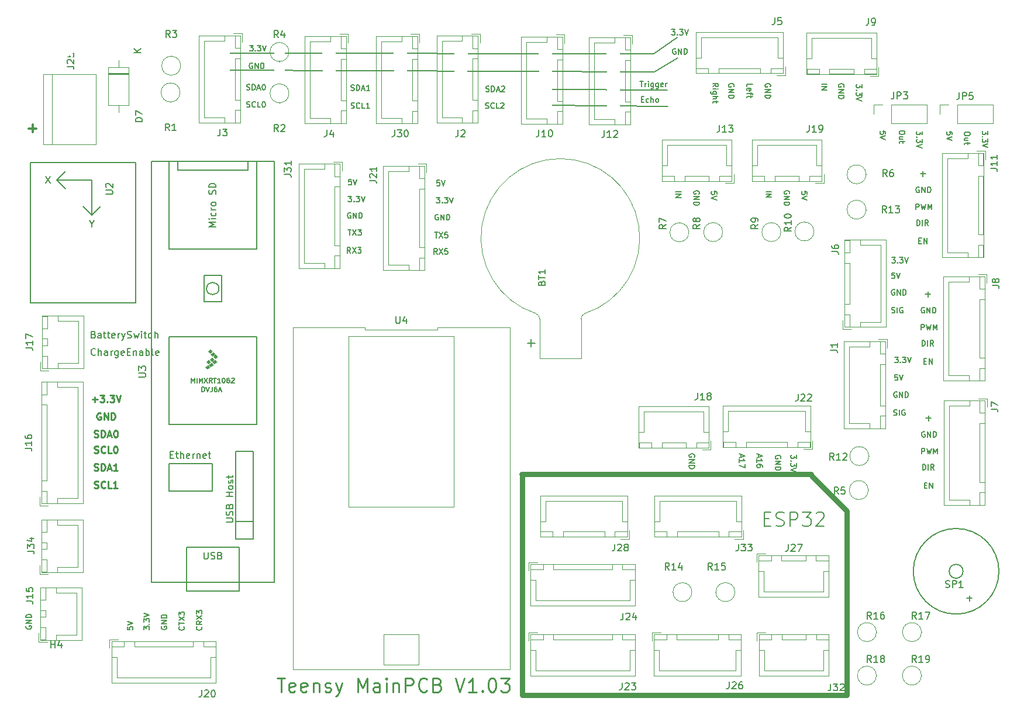
<source format=gto>
%TF.GenerationSoftware,KiCad,Pcbnew,(5.1.12-5-g2758acfd42)-1*%
%TF.CreationDate,2022-03-05T16:45:09+01:00*%
%TF.ProjectId,Teensy_MainPCB,5465656e-7379-45f4-9d61-696e5043422e,rev?*%
%TF.SameCoordinates,Original*%
%TF.FileFunction,Legend,Top*%
%TF.FilePolarity,Positive*%
%FSLAX46Y46*%
G04 Gerber Fmt 4.6, Leading zero omitted, Abs format (unit mm)*
G04 Created by KiCad (PCBNEW (5.1.12-5-g2758acfd42)-1) date 2022-03-05 16:45:09*
%MOMM*%
%LPD*%
G01*
G04 APERTURE LIST*
%ADD10C,0.150000*%
%ADD11C,0.250000*%
%ADD12C,0.800000*%
%ADD13C,0.375000*%
%ADD14C,0.120000*%
%ADD15C,0.100000*%
%ADD16C,0.200000*%
%ADD17R,3.000000X3.000000*%
%ADD18C,3.000000*%
%ADD19O,2.000000X1.700000*%
%ADD20O,1.600000X1.600000*%
%ADD21C,1.600000*%
%ADD22O,1.700000X1.950000*%
%ADD23C,2.000000*%
%ADD24O,1.950000X1.700000*%
%ADD25O,2.268000X1.524000*%
%ADD26C,6.400000*%
%ADD27C,3.600000*%
%ADD28O,1.700000X1.700000*%
%ADD29R,1.700000X1.700000*%
%ADD30R,1.600000X1.600000*%
%ADD31R,1.300000X1.300000*%
%ADD32C,1.300000*%
%ADD33O,2.200000X2.200000*%
%ADD34R,2.200000X2.200000*%
G04 APERTURE END LIST*
D10*
X168672583Y-102739197D02*
X168939250Y-102739197D01*
X169053536Y-103158244D02*
X168672583Y-103158244D01*
X168672583Y-102358244D01*
X169053536Y-102358244D01*
X169396393Y-103158244D02*
X169396393Y-102358244D01*
X169853536Y-103158244D01*
X169853536Y-102358244D01*
X168719576Y-94989700D02*
X168643385Y-94951604D01*
X168529100Y-94951604D01*
X168414814Y-94989700D01*
X168338623Y-95065890D01*
X168300528Y-95142080D01*
X168262433Y-95294461D01*
X168262433Y-95408747D01*
X168300528Y-95561128D01*
X168338623Y-95637319D01*
X168414814Y-95713509D01*
X168529100Y-95751604D01*
X168605290Y-95751604D01*
X168719576Y-95713509D01*
X168757671Y-95675414D01*
X168757671Y-95408747D01*
X168605290Y-95408747D01*
X169100528Y-95751604D02*
X169100528Y-94951604D01*
X169557671Y-95751604D01*
X169557671Y-94951604D01*
X169938623Y-95751604D02*
X169938623Y-94951604D01*
X170129100Y-94951604D01*
X170243385Y-94989700D01*
X170319576Y-95065890D01*
X170357671Y-95142080D01*
X170395766Y-95294461D01*
X170395766Y-95408747D01*
X170357671Y-95561128D01*
X170319576Y-95637319D01*
X170243385Y-95713509D01*
X170129100Y-95751604D01*
X169938623Y-95751604D01*
X168397020Y-100514104D02*
X168397020Y-99714104D01*
X168587496Y-99714104D01*
X168701781Y-99752200D01*
X168777972Y-99828390D01*
X168816067Y-99904580D01*
X168854162Y-100056961D01*
X168854162Y-100171247D01*
X168816067Y-100323628D01*
X168777972Y-100399819D01*
X168701781Y-100476009D01*
X168587496Y-100514104D01*
X168397020Y-100514104D01*
X169197020Y-100514104D02*
X169197020Y-99714104D01*
X170035115Y-100514104D02*
X169768448Y-100133152D01*
X169577972Y-100514104D02*
X169577972Y-99714104D01*
X169882734Y-99714104D01*
X169958924Y-99752200D01*
X169997020Y-99790295D01*
X170035115Y-99866485D01*
X170035115Y-99980771D01*
X169997020Y-100056961D01*
X169958924Y-100095057D01*
X169882734Y-100133152D01*
X169577972Y-100133152D01*
X168271330Y-98200164D02*
X168271330Y-97400164D01*
X168576092Y-97400164D01*
X168652282Y-97438260D01*
X168690378Y-97476355D01*
X168728473Y-97552545D01*
X168728473Y-97666831D01*
X168690378Y-97743021D01*
X168652282Y-97781117D01*
X168576092Y-97819212D01*
X168271330Y-97819212D01*
X168995140Y-97400164D02*
X169185616Y-98200164D01*
X169337997Y-97628736D01*
X169490378Y-98200164D01*
X169680854Y-97400164D01*
X169985616Y-98200164D02*
X169985616Y-97400164D01*
X170252282Y-97971593D01*
X170518949Y-97400164D01*
X170518949Y-98200164D01*
X168882107Y-93015108D02*
X169644012Y-93015108D01*
X169263060Y-93396060D02*
X169263060Y-92634156D01*
X64001614Y-123210205D02*
X64039709Y-123248300D01*
X64077804Y-123362586D01*
X64077804Y-123438777D01*
X64039709Y-123553062D01*
X63963519Y-123629253D01*
X63887328Y-123667348D01*
X63734947Y-123705443D01*
X63620661Y-123705443D01*
X63468280Y-123667348D01*
X63392090Y-123629253D01*
X63315900Y-123553062D01*
X63277804Y-123438777D01*
X63277804Y-123362586D01*
X63315900Y-123248300D01*
X63353995Y-123210205D01*
X64077804Y-122410205D02*
X63696852Y-122676872D01*
X64077804Y-122867348D02*
X63277804Y-122867348D01*
X63277804Y-122562586D01*
X63315900Y-122486396D01*
X63353995Y-122448300D01*
X63430185Y-122410205D01*
X63544471Y-122410205D01*
X63620661Y-122448300D01*
X63658757Y-122486396D01*
X63696852Y-122562586D01*
X63696852Y-122867348D01*
X63277804Y-122143539D02*
X64077804Y-121610205D01*
X63277804Y-121610205D02*
X64077804Y-122143539D01*
X63277804Y-121381634D02*
X63277804Y-120886396D01*
X63582566Y-121153062D01*
X63582566Y-121038777D01*
X63620661Y-120962586D01*
X63658757Y-120924491D01*
X63734947Y-120886396D01*
X63925423Y-120886396D01*
X64001614Y-120924491D01*
X64039709Y-120962586D01*
X64077804Y-121038777D01*
X64077804Y-121267348D01*
X64039709Y-121343539D01*
X64001614Y-121381634D01*
X61438754Y-123203867D02*
X61476849Y-123241962D01*
X61514944Y-123356248D01*
X61514944Y-123432439D01*
X61476849Y-123546724D01*
X61400659Y-123622915D01*
X61324468Y-123661010D01*
X61172087Y-123699105D01*
X61057801Y-123699105D01*
X60905420Y-123661010D01*
X60829230Y-123622915D01*
X60753040Y-123546724D01*
X60714944Y-123432439D01*
X60714944Y-123356248D01*
X60753040Y-123241962D01*
X60791135Y-123203867D01*
X60714944Y-122975296D02*
X60714944Y-122518153D01*
X61514944Y-122746724D02*
X60714944Y-122746724D01*
X60714944Y-122327677D02*
X61514944Y-121794343D01*
X60714944Y-121794343D02*
X61514944Y-122327677D01*
X60714944Y-121565772D02*
X60714944Y-121070534D01*
X61019706Y-121337200D01*
X61019706Y-121222915D01*
X61057801Y-121146724D01*
X61095897Y-121108629D01*
X61172087Y-121070534D01*
X61362563Y-121070534D01*
X61438754Y-121108629D01*
X61476849Y-121146724D01*
X61514944Y-121222915D01*
X61514944Y-121451486D01*
X61476849Y-121527677D01*
X61438754Y-121565772D01*
X58213040Y-123172143D02*
X58174944Y-123248334D01*
X58174944Y-123362620D01*
X58213040Y-123476905D01*
X58289230Y-123553096D01*
X58365420Y-123591191D01*
X58517801Y-123629286D01*
X58632087Y-123629286D01*
X58784468Y-123591191D01*
X58860659Y-123553096D01*
X58936849Y-123476905D01*
X58974944Y-123362620D01*
X58974944Y-123286429D01*
X58936849Y-123172143D01*
X58898754Y-123134048D01*
X58632087Y-123134048D01*
X58632087Y-123286429D01*
X58974944Y-122791191D02*
X58174944Y-122791191D01*
X58974944Y-122334048D01*
X58174944Y-122334048D01*
X58974944Y-121953096D02*
X58174944Y-121953096D01*
X58174944Y-121762620D01*
X58213040Y-121648334D01*
X58289230Y-121572143D01*
X58365420Y-121534048D01*
X58517801Y-121495953D01*
X58632087Y-121495953D01*
X58784468Y-121534048D01*
X58860659Y-121572143D01*
X58936849Y-121648334D01*
X58974944Y-121762620D01*
X58974944Y-121953096D01*
X55657804Y-123677532D02*
X55657804Y-123182294D01*
X55962566Y-123448960D01*
X55962566Y-123334675D01*
X56000661Y-123258484D01*
X56038757Y-123220389D01*
X56114947Y-123182294D01*
X56305423Y-123182294D01*
X56381614Y-123220389D01*
X56419709Y-123258484D01*
X56457804Y-123334675D01*
X56457804Y-123563246D01*
X56419709Y-123639437D01*
X56381614Y-123677532D01*
X56381614Y-122839437D02*
X56419709Y-122801341D01*
X56457804Y-122839437D01*
X56419709Y-122877532D01*
X56381614Y-122839437D01*
X56457804Y-122839437D01*
X55657804Y-122534675D02*
X55657804Y-122039437D01*
X55962566Y-122306103D01*
X55962566Y-122191818D01*
X56000661Y-122115627D01*
X56038757Y-122077532D01*
X56114947Y-122039437D01*
X56305423Y-122039437D01*
X56381614Y-122077532D01*
X56419709Y-122115627D01*
X56457804Y-122191818D01*
X56457804Y-122420389D01*
X56419709Y-122496580D01*
X56381614Y-122534675D01*
X55657804Y-121810865D02*
X56457804Y-121544199D01*
X55657804Y-121277532D01*
X53272744Y-123250940D02*
X53272744Y-123631893D01*
X53653697Y-123669988D01*
X53615601Y-123631893D01*
X53577506Y-123555702D01*
X53577506Y-123365226D01*
X53615601Y-123289036D01*
X53653697Y-123250940D01*
X53729887Y-123212845D01*
X53920363Y-123212845D01*
X53996554Y-123250940D01*
X54034649Y-123289036D01*
X54072744Y-123365226D01*
X54072744Y-123555702D01*
X54034649Y-123631893D01*
X53996554Y-123669988D01*
X53272744Y-122984274D02*
X54072744Y-122717607D01*
X53272744Y-122450940D01*
X38634720Y-123116263D02*
X38596624Y-123192454D01*
X38596624Y-123306740D01*
X38634720Y-123421025D01*
X38710910Y-123497216D01*
X38787100Y-123535311D01*
X38939481Y-123573406D01*
X39053767Y-123573406D01*
X39206148Y-123535311D01*
X39282339Y-123497216D01*
X39358529Y-123421025D01*
X39396624Y-123306740D01*
X39396624Y-123230549D01*
X39358529Y-123116263D01*
X39320434Y-123078168D01*
X39053767Y-123078168D01*
X39053767Y-123230549D01*
X39396624Y-122735311D02*
X38596624Y-122735311D01*
X39396624Y-122278168D01*
X38596624Y-122278168D01*
X39396624Y-121897216D02*
X38596624Y-121897216D01*
X38596624Y-121706740D01*
X38634720Y-121592454D01*
X38710910Y-121516263D01*
X38787100Y-121478168D01*
X38939481Y-121440073D01*
X39053767Y-121440073D01*
X39206148Y-121478168D01*
X39282339Y-121516263D01*
X39358529Y-121592454D01*
X39396624Y-121706740D01*
X39396624Y-121897216D01*
X167859783Y-67344297D02*
X168126450Y-67344297D01*
X168240736Y-67763344D02*
X167859783Y-67763344D01*
X167859783Y-66963344D01*
X168240736Y-66963344D01*
X168583593Y-67763344D02*
X168583593Y-66963344D01*
X169040736Y-67763344D01*
X169040736Y-66963344D01*
X167458530Y-62805264D02*
X167458530Y-62005264D01*
X167763292Y-62005264D01*
X167839482Y-62043360D01*
X167877578Y-62081455D01*
X167915673Y-62157645D01*
X167915673Y-62271931D01*
X167877578Y-62348121D01*
X167839482Y-62386217D01*
X167763292Y-62424312D01*
X167458530Y-62424312D01*
X168182340Y-62005264D02*
X168372816Y-62805264D01*
X168525197Y-62233836D01*
X168677578Y-62805264D01*
X168868054Y-62005264D01*
X169172816Y-62805264D02*
X169172816Y-62005264D01*
X169439482Y-62576693D01*
X169706149Y-62005264D01*
X169706149Y-62805264D01*
X167584220Y-65119204D02*
X167584220Y-64319204D01*
X167774696Y-64319204D01*
X167888981Y-64357300D01*
X167965172Y-64433490D01*
X168003267Y-64509680D01*
X168041362Y-64662061D01*
X168041362Y-64776347D01*
X168003267Y-64928728D01*
X167965172Y-65004919D01*
X167888981Y-65081109D01*
X167774696Y-65119204D01*
X167584220Y-65119204D01*
X168384220Y-65119204D02*
X168384220Y-64319204D01*
X169222315Y-65119204D02*
X168955648Y-64738252D01*
X168765172Y-65119204D02*
X168765172Y-64319204D01*
X169069934Y-64319204D01*
X169146124Y-64357300D01*
X169184220Y-64395395D01*
X169222315Y-64471585D01*
X169222315Y-64585871D01*
X169184220Y-64662061D01*
X169146124Y-64700157D01*
X169069934Y-64738252D01*
X168765172Y-64738252D01*
X167906776Y-59594800D02*
X167830585Y-59556704D01*
X167716300Y-59556704D01*
X167602014Y-59594800D01*
X167525823Y-59670990D01*
X167487728Y-59747180D01*
X167449633Y-59899561D01*
X167449633Y-60013847D01*
X167487728Y-60166228D01*
X167525823Y-60242419D01*
X167602014Y-60318609D01*
X167716300Y-60356704D01*
X167792490Y-60356704D01*
X167906776Y-60318609D01*
X167944871Y-60280514D01*
X167944871Y-60013847D01*
X167792490Y-60013847D01*
X168287728Y-60356704D02*
X168287728Y-59556704D01*
X168744871Y-60356704D01*
X168744871Y-59556704D01*
X169125823Y-60356704D02*
X169125823Y-59556704D01*
X169316300Y-59556704D01*
X169430585Y-59594800D01*
X169506776Y-59670990D01*
X169544871Y-59747180D01*
X169582966Y-59899561D01*
X169582966Y-60013847D01*
X169544871Y-60166228D01*
X169506776Y-60242419D01*
X169430585Y-60318609D01*
X169316300Y-60356704D01*
X169125823Y-60356704D01*
X168069307Y-57620208D02*
X168831212Y-57620208D01*
X168450260Y-58001160D02*
X168450260Y-57239256D01*
D11*
X74944178Y-130667261D02*
X76087035Y-130667261D01*
X75515606Y-132667261D02*
X75515606Y-130667261D01*
X77515606Y-132572023D02*
X77325130Y-132667261D01*
X76944178Y-132667261D01*
X76753701Y-132572023D01*
X76658463Y-132381547D01*
X76658463Y-131619642D01*
X76753701Y-131429166D01*
X76944178Y-131333928D01*
X77325130Y-131333928D01*
X77515606Y-131429166D01*
X77610844Y-131619642D01*
X77610844Y-131810119D01*
X76658463Y-132000595D01*
X79229892Y-132572023D02*
X79039416Y-132667261D01*
X78658463Y-132667261D01*
X78467987Y-132572023D01*
X78372749Y-132381547D01*
X78372749Y-131619642D01*
X78467987Y-131429166D01*
X78658463Y-131333928D01*
X79039416Y-131333928D01*
X79229892Y-131429166D01*
X79325130Y-131619642D01*
X79325130Y-131810119D01*
X78372749Y-132000595D01*
X80182273Y-131333928D02*
X80182273Y-132667261D01*
X80182273Y-131524404D02*
X80277511Y-131429166D01*
X80467987Y-131333928D01*
X80753701Y-131333928D01*
X80944178Y-131429166D01*
X81039416Y-131619642D01*
X81039416Y-132667261D01*
X81896559Y-132572023D02*
X82087035Y-132667261D01*
X82467987Y-132667261D01*
X82658463Y-132572023D01*
X82753701Y-132381547D01*
X82753701Y-132286309D01*
X82658463Y-132095833D01*
X82467987Y-132000595D01*
X82182273Y-132000595D01*
X81991797Y-131905357D01*
X81896559Y-131714880D01*
X81896559Y-131619642D01*
X81991797Y-131429166D01*
X82182273Y-131333928D01*
X82467987Y-131333928D01*
X82658463Y-131429166D01*
X83420368Y-131333928D02*
X83896559Y-132667261D01*
X84372749Y-131333928D02*
X83896559Y-132667261D01*
X83706082Y-133143452D01*
X83610844Y-133238690D01*
X83420368Y-133333928D01*
X86658463Y-132667261D02*
X86658463Y-130667261D01*
X87325130Y-132095833D01*
X87991797Y-130667261D01*
X87991797Y-132667261D01*
X89801320Y-132667261D02*
X89801320Y-131619642D01*
X89706082Y-131429166D01*
X89515606Y-131333928D01*
X89134654Y-131333928D01*
X88944178Y-131429166D01*
X89801320Y-132572023D02*
X89610844Y-132667261D01*
X89134654Y-132667261D01*
X88944178Y-132572023D01*
X88848940Y-132381547D01*
X88848940Y-132191071D01*
X88944178Y-132000595D01*
X89134654Y-131905357D01*
X89610844Y-131905357D01*
X89801320Y-131810119D01*
X90753701Y-132667261D02*
X90753701Y-131333928D01*
X90753701Y-130667261D02*
X90658463Y-130762500D01*
X90753701Y-130857738D01*
X90848940Y-130762500D01*
X90753701Y-130667261D01*
X90753701Y-130857738D01*
X91706082Y-131333928D02*
X91706082Y-132667261D01*
X91706082Y-131524404D02*
X91801320Y-131429166D01*
X91991797Y-131333928D01*
X92277511Y-131333928D01*
X92467987Y-131429166D01*
X92563225Y-131619642D01*
X92563225Y-132667261D01*
X93515606Y-132667261D02*
X93515606Y-130667261D01*
X94277511Y-130667261D01*
X94467987Y-130762500D01*
X94563225Y-130857738D01*
X94658463Y-131048214D01*
X94658463Y-131333928D01*
X94563225Y-131524404D01*
X94467987Y-131619642D01*
X94277511Y-131714880D01*
X93515606Y-131714880D01*
X96658463Y-132476785D02*
X96563225Y-132572023D01*
X96277511Y-132667261D01*
X96087035Y-132667261D01*
X95801320Y-132572023D01*
X95610844Y-132381547D01*
X95515606Y-132191071D01*
X95420368Y-131810119D01*
X95420368Y-131524404D01*
X95515606Y-131143452D01*
X95610844Y-130952976D01*
X95801320Y-130762500D01*
X96087035Y-130667261D01*
X96277511Y-130667261D01*
X96563225Y-130762500D01*
X96658463Y-130857738D01*
X98182273Y-131619642D02*
X98467987Y-131714880D01*
X98563225Y-131810119D01*
X98658463Y-132000595D01*
X98658463Y-132286309D01*
X98563225Y-132476785D01*
X98467987Y-132572023D01*
X98277511Y-132667261D01*
X97515606Y-132667261D01*
X97515606Y-130667261D01*
X98182273Y-130667261D01*
X98372749Y-130762500D01*
X98467987Y-130857738D01*
X98563225Y-131048214D01*
X98563225Y-131238690D01*
X98467987Y-131429166D01*
X98372749Y-131524404D01*
X98182273Y-131619642D01*
X97515606Y-131619642D01*
X100753701Y-130667261D02*
X101420368Y-132667261D01*
X102087035Y-130667261D01*
X103801320Y-132667261D02*
X102658463Y-132667261D01*
X103229892Y-132667261D02*
X103229892Y-130667261D01*
X103039416Y-130952976D01*
X102848940Y-131143452D01*
X102658463Y-131238690D01*
X104658463Y-132476785D02*
X104753701Y-132572023D01*
X104658463Y-132667261D01*
X104563225Y-132572023D01*
X104658463Y-132476785D01*
X104658463Y-132667261D01*
X105991797Y-130667261D02*
X106182273Y-130667261D01*
X106372749Y-130762500D01*
X106467987Y-130857738D01*
X106563225Y-131048214D01*
X106658463Y-131429166D01*
X106658463Y-131905357D01*
X106563225Y-132286309D01*
X106467987Y-132476785D01*
X106372749Y-132572023D01*
X106182273Y-132667261D01*
X105991797Y-132667261D01*
X105801320Y-132572023D01*
X105706082Y-132476785D01*
X105610844Y-132286309D01*
X105515606Y-131905357D01*
X105515606Y-131429166D01*
X105610844Y-131048214D01*
X105706082Y-130857738D01*
X105801320Y-130762500D01*
X105991797Y-130667261D01*
X107325130Y-130667261D02*
X108563225Y-130667261D01*
X107896559Y-131429166D01*
X108182273Y-131429166D01*
X108372749Y-131524404D01*
X108467987Y-131619642D01*
X108563225Y-131810119D01*
X108563225Y-132286309D01*
X108467987Y-132476785D01*
X108372749Y-132572023D01*
X108182273Y-132667261D01*
X107610844Y-132667261D01*
X107420368Y-132572023D01*
X107325130Y-132476785D01*
D10*
X145743975Y-60195512D02*
X146543975Y-60195512D01*
X145743975Y-60576464D02*
X146543975Y-60576464D01*
X145743975Y-61033607D01*
X146543975Y-61033607D01*
X151707795Y-60591719D02*
X151707795Y-60210766D01*
X151326842Y-60172671D01*
X151364938Y-60210766D01*
X151403033Y-60286957D01*
X151403033Y-60477433D01*
X151364938Y-60553623D01*
X151326842Y-60591719D01*
X151250652Y-60629814D01*
X151060176Y-60629814D01*
X150983985Y-60591719D01*
X150945890Y-60553623D01*
X150907795Y-60477433D01*
X150907795Y-60286957D01*
X150945890Y-60210766D01*
X150983985Y-60172671D01*
X151707795Y-60858385D02*
X150907795Y-61125052D01*
X151707795Y-61391719D01*
X149119540Y-60528276D02*
X149157635Y-60452085D01*
X149157635Y-60337800D01*
X149119540Y-60223514D01*
X149043349Y-60147323D01*
X148967159Y-60109228D01*
X148814778Y-60071133D01*
X148700492Y-60071133D01*
X148548111Y-60109228D01*
X148471920Y-60147323D01*
X148395730Y-60223514D01*
X148357635Y-60337800D01*
X148357635Y-60413990D01*
X148395730Y-60528276D01*
X148433825Y-60566371D01*
X148700492Y-60566371D01*
X148700492Y-60413990D01*
X148357635Y-60909228D02*
X149157635Y-60909228D01*
X148357635Y-61366371D01*
X149157635Y-61366371D01*
X148357635Y-61747323D02*
X149157635Y-61747323D01*
X149157635Y-61937800D01*
X149119540Y-62052085D01*
X149043349Y-62128276D01*
X148967159Y-62166371D01*
X148814778Y-62204466D01*
X148700492Y-62204466D01*
X148548111Y-62166371D01*
X148471920Y-62128276D01*
X148395730Y-62052085D01*
X148357635Y-61937800D01*
X148357635Y-61747323D01*
X113631980Y-47688500D02*
X131511040Y-47833280D01*
X113710720Y-45438060D02*
X131467860Y-45516800D01*
X129606040Y-42880280D02*
X132941060Y-40863520D01*
X66951860Y-42646600D02*
X129606040Y-42880280D01*
X129529840Y-40243760D02*
X132862320Y-37840920D01*
X67106800Y-40165020D02*
X129529840Y-40243760D01*
X85676906Y-48103749D02*
X85791192Y-48141844D01*
X85981668Y-48141844D01*
X86057859Y-48103749D01*
X86095954Y-48065654D01*
X86134049Y-47989463D01*
X86134049Y-47913273D01*
X86095954Y-47837082D01*
X86057859Y-47798987D01*
X85981668Y-47760892D01*
X85829287Y-47722797D01*
X85753097Y-47684701D01*
X85715001Y-47646606D01*
X85676906Y-47570416D01*
X85676906Y-47494225D01*
X85715001Y-47418035D01*
X85753097Y-47379940D01*
X85829287Y-47341844D01*
X86019763Y-47341844D01*
X86134049Y-47379940D01*
X86934049Y-48065654D02*
X86895954Y-48103749D01*
X86781668Y-48141844D01*
X86705478Y-48141844D01*
X86591192Y-48103749D01*
X86515001Y-48027559D01*
X86476906Y-47951368D01*
X86438811Y-47798987D01*
X86438811Y-47684701D01*
X86476906Y-47532320D01*
X86515001Y-47456130D01*
X86591192Y-47379940D01*
X86705478Y-47341844D01*
X86781668Y-47341844D01*
X86895954Y-47379940D01*
X86934049Y-47418035D01*
X87657859Y-48141844D02*
X87276906Y-48141844D01*
X87276906Y-47341844D01*
X88343573Y-48141844D02*
X87886430Y-48141844D01*
X88115001Y-48141844D02*
X88115001Y-47341844D01*
X88038811Y-47456130D01*
X87962620Y-47532320D01*
X87886430Y-47570416D01*
X85657859Y-45518029D02*
X85772144Y-45556124D01*
X85962620Y-45556124D01*
X86038811Y-45518029D01*
X86076906Y-45479934D01*
X86115001Y-45403743D01*
X86115001Y-45327553D01*
X86076906Y-45251362D01*
X86038811Y-45213267D01*
X85962620Y-45175172D01*
X85810240Y-45137077D01*
X85734049Y-45098981D01*
X85695954Y-45060886D01*
X85657859Y-44984696D01*
X85657859Y-44908505D01*
X85695954Y-44832315D01*
X85734049Y-44794220D01*
X85810240Y-44756124D01*
X86000716Y-44756124D01*
X86115001Y-44794220D01*
X86457859Y-45556124D02*
X86457859Y-44756124D01*
X86648335Y-44756124D01*
X86762620Y-44794220D01*
X86838811Y-44870410D01*
X86876906Y-44946600D01*
X86915001Y-45098981D01*
X86915001Y-45213267D01*
X86876906Y-45365648D01*
X86838811Y-45441839D01*
X86762620Y-45518029D01*
X86648335Y-45556124D01*
X86457859Y-45556124D01*
X87219763Y-45327553D02*
X87600716Y-45327553D01*
X87143573Y-45556124D02*
X87410240Y-44756124D01*
X87676906Y-45556124D01*
X88362620Y-45556124D02*
X87905478Y-45556124D01*
X88134049Y-45556124D02*
X88134049Y-44756124D01*
X88057859Y-44870410D01*
X87981668Y-44946600D01*
X87905478Y-44984696D01*
X71381696Y-41626840D02*
X71305505Y-41588744D01*
X71191220Y-41588744D01*
X71076934Y-41626840D01*
X71000743Y-41703030D01*
X70962648Y-41779220D01*
X70924553Y-41931601D01*
X70924553Y-42045887D01*
X70962648Y-42198268D01*
X71000743Y-42274459D01*
X71076934Y-42350649D01*
X71191220Y-42388744D01*
X71267410Y-42388744D01*
X71381696Y-42350649D01*
X71419791Y-42312554D01*
X71419791Y-42045887D01*
X71267410Y-42045887D01*
X71762648Y-42388744D02*
X71762648Y-41588744D01*
X72219791Y-42388744D01*
X72219791Y-41588744D01*
X72600743Y-42388744D02*
X72600743Y-41588744D01*
X72791220Y-41588744D01*
X72905505Y-41626840D01*
X72981696Y-41703030D01*
X73019791Y-41779220D01*
X73057886Y-41931601D01*
X73057886Y-42045887D01*
X73019791Y-42198268D01*
X72981696Y-42274459D01*
X72905505Y-42350649D01*
X72791220Y-42388744D01*
X72600743Y-42388744D01*
X70965207Y-39030964D02*
X71460445Y-39030964D01*
X71193779Y-39335726D01*
X71308064Y-39335726D01*
X71384255Y-39373821D01*
X71422350Y-39411917D01*
X71460445Y-39488107D01*
X71460445Y-39678583D01*
X71422350Y-39754774D01*
X71384255Y-39792869D01*
X71308064Y-39830964D01*
X71079493Y-39830964D01*
X71003302Y-39792869D01*
X70965207Y-39754774D01*
X71803302Y-39754774D02*
X71841398Y-39792869D01*
X71803302Y-39830964D01*
X71765207Y-39792869D01*
X71803302Y-39754774D01*
X71803302Y-39830964D01*
X72108064Y-39030964D02*
X72603302Y-39030964D01*
X72336636Y-39335726D01*
X72450921Y-39335726D01*
X72527112Y-39373821D01*
X72565207Y-39411917D01*
X72603302Y-39488107D01*
X72603302Y-39678583D01*
X72565207Y-39754774D01*
X72527112Y-39792869D01*
X72450921Y-39830964D01*
X72222350Y-39830964D01*
X72146160Y-39792869D01*
X72108064Y-39754774D01*
X72831874Y-39030964D02*
X73098540Y-39830964D01*
X73365207Y-39030964D01*
D12*
X157386020Y-106474260D02*
X152306020Y-101394260D01*
X157386020Y-133144260D02*
X157386020Y-106474260D01*
X110396020Y-133144260D02*
X157386020Y-133144260D01*
X110396020Y-101394260D02*
X110396020Y-133144260D01*
X152234900Y-101152960D02*
X110324900Y-101152960D01*
D10*
X145480305Y-107601402D02*
X146146972Y-107601402D01*
X146432686Y-108649021D02*
X145480305Y-108649021D01*
X145480305Y-106649021D01*
X146432686Y-106649021D01*
X147194591Y-108553783D02*
X147480305Y-108649021D01*
X147956496Y-108649021D01*
X148146972Y-108553783D01*
X148242210Y-108458545D01*
X148337448Y-108268069D01*
X148337448Y-108077593D01*
X148242210Y-107887117D01*
X148146972Y-107791879D01*
X147956496Y-107696640D01*
X147575543Y-107601402D01*
X147385067Y-107506164D01*
X147289829Y-107410926D01*
X147194591Y-107220450D01*
X147194591Y-107029974D01*
X147289829Y-106839498D01*
X147385067Y-106744260D01*
X147575543Y-106649021D01*
X148051734Y-106649021D01*
X148337448Y-106744260D01*
X149194591Y-108649021D02*
X149194591Y-106649021D01*
X149956496Y-106649021D01*
X150146972Y-106744260D01*
X150242210Y-106839498D01*
X150337448Y-107029974D01*
X150337448Y-107315688D01*
X150242210Y-107506164D01*
X150146972Y-107601402D01*
X149956496Y-107696640D01*
X149194591Y-107696640D01*
X151004115Y-106649021D02*
X152242210Y-106649021D01*
X151575543Y-107410926D01*
X151861258Y-107410926D01*
X152051734Y-107506164D01*
X152146972Y-107601402D01*
X152242210Y-107791879D01*
X152242210Y-108268069D01*
X152146972Y-108458545D01*
X152051734Y-108553783D01*
X151861258Y-108649021D01*
X151289829Y-108649021D01*
X151099353Y-108553783D01*
X151004115Y-108458545D01*
X153004115Y-106839498D02*
X153099353Y-106744260D01*
X153289829Y-106649021D01*
X153766020Y-106649021D01*
X153956496Y-106744260D01*
X154051734Y-106839498D01*
X154146972Y-107029974D01*
X154146972Y-107220450D01*
X154051734Y-107506164D01*
X152908877Y-108649021D01*
X154146972Y-108649021D01*
X135362900Y-98648596D02*
X135400995Y-98572405D01*
X135400995Y-98458120D01*
X135362900Y-98343834D01*
X135286709Y-98267643D01*
X135210519Y-98229548D01*
X135058138Y-98191453D01*
X134943852Y-98191453D01*
X134791471Y-98229548D01*
X134715280Y-98267643D01*
X134639090Y-98343834D01*
X134600995Y-98458120D01*
X134600995Y-98534310D01*
X134639090Y-98648596D01*
X134677185Y-98686691D01*
X134943852Y-98686691D01*
X134943852Y-98534310D01*
X134600995Y-99029548D02*
X135400995Y-99029548D01*
X134600995Y-99486691D01*
X135400995Y-99486691D01*
X134600995Y-99867643D02*
X135400995Y-99867643D01*
X135400995Y-100058120D01*
X135362900Y-100172405D01*
X135286709Y-100248596D01*
X135210519Y-100286691D01*
X135058138Y-100324786D01*
X134943852Y-100324786D01*
X134791471Y-100286691D01*
X134715280Y-100248596D01*
X134639090Y-100172405D01*
X134600995Y-100058120D01*
X134600995Y-99867643D01*
X144649206Y-98277799D02*
X144649206Y-98658751D01*
X144420635Y-98201608D02*
X145220635Y-98468275D01*
X144420635Y-98734941D01*
X144420635Y-99420656D02*
X144420635Y-98963513D01*
X144420635Y-99192084D02*
X145220635Y-99192084D01*
X145106349Y-99115894D01*
X145030159Y-99039703D01*
X144992063Y-98963513D01*
X145220635Y-100106370D02*
X145220635Y-99953989D01*
X145182540Y-99877799D01*
X145144444Y-99839703D01*
X145030159Y-99763513D01*
X144877778Y-99725418D01*
X144573016Y-99725418D01*
X144496825Y-99763513D01*
X144458730Y-99801608D01*
X144420635Y-99877799D01*
X144420635Y-100030180D01*
X144458730Y-100106370D01*
X144496825Y-100144465D01*
X144573016Y-100182560D01*
X144763492Y-100182560D01*
X144839682Y-100144465D01*
X144877778Y-100106370D01*
X144915873Y-100030180D01*
X144915873Y-99877799D01*
X144877778Y-99801608D01*
X144839682Y-99763513D01*
X144763492Y-99725418D01*
X142109206Y-98277799D02*
X142109206Y-98658751D01*
X141880635Y-98201608D02*
X142680635Y-98468275D01*
X141880635Y-98734941D01*
X141880635Y-99420656D02*
X141880635Y-98963513D01*
X141880635Y-99192084D02*
X142680635Y-99192084D01*
X142566349Y-99115894D01*
X142490159Y-99039703D01*
X142452063Y-98963513D01*
X142680635Y-99687322D02*
X142680635Y-100220656D01*
X141880635Y-99877799D01*
X147849540Y-98874656D02*
X147887635Y-98798465D01*
X147887635Y-98684180D01*
X147849540Y-98569894D01*
X147773349Y-98493703D01*
X147697159Y-98455608D01*
X147544778Y-98417513D01*
X147430492Y-98417513D01*
X147278111Y-98455608D01*
X147201920Y-98493703D01*
X147125730Y-98569894D01*
X147087635Y-98684180D01*
X147087635Y-98760370D01*
X147125730Y-98874656D01*
X147163825Y-98912751D01*
X147430492Y-98912751D01*
X147430492Y-98760370D01*
X147087635Y-99255608D02*
X147887635Y-99255608D01*
X147087635Y-99712751D01*
X147887635Y-99712751D01*
X147087635Y-100093703D02*
X147887635Y-100093703D01*
X147887635Y-100284180D01*
X147849540Y-100398465D01*
X147773349Y-100474656D01*
X147697159Y-100512751D01*
X147544778Y-100550846D01*
X147430492Y-100550846D01*
X147278111Y-100512751D01*
X147201920Y-100474656D01*
X147125730Y-100398465D01*
X147087635Y-100284180D01*
X147087635Y-100093703D01*
X150130455Y-98369267D02*
X150130455Y-98864505D01*
X149825693Y-98597839D01*
X149825693Y-98712124D01*
X149787598Y-98788315D01*
X149749502Y-98826410D01*
X149673312Y-98864505D01*
X149482836Y-98864505D01*
X149406645Y-98826410D01*
X149368550Y-98788315D01*
X149330455Y-98712124D01*
X149330455Y-98483553D01*
X149368550Y-98407362D01*
X149406645Y-98369267D01*
X149406645Y-99207362D02*
X149368550Y-99245458D01*
X149330455Y-99207362D01*
X149368550Y-99169267D01*
X149406645Y-99207362D01*
X149330455Y-99207362D01*
X150130455Y-99512124D02*
X150130455Y-100007362D01*
X149825693Y-99740696D01*
X149825693Y-99854981D01*
X149787598Y-99931172D01*
X149749502Y-99969267D01*
X149673312Y-100007362D01*
X149482836Y-100007362D01*
X149406645Y-99969267D01*
X149368550Y-99931172D01*
X149330455Y-99854981D01*
X149330455Y-99626410D01*
X149368550Y-99550220D01*
X149406645Y-99512124D01*
X150130455Y-100235934D02*
X149330455Y-100502600D01*
X150130455Y-100769267D01*
X172683115Y-51973499D02*
X172683115Y-51592546D01*
X172302162Y-51554451D01*
X172340258Y-51592546D01*
X172378353Y-51668737D01*
X172378353Y-51859213D01*
X172340258Y-51935403D01*
X172302162Y-51973499D01*
X172225972Y-52011594D01*
X172035496Y-52011594D01*
X171959305Y-51973499D01*
X171921210Y-51935403D01*
X171883115Y-51859213D01*
X171883115Y-51668737D01*
X171921210Y-51592546D01*
X171959305Y-51554451D01*
X172683115Y-52240165D02*
X171883115Y-52506832D01*
X172683115Y-52773499D01*
X177831695Y-51414827D02*
X177831695Y-51910065D01*
X177526933Y-51643399D01*
X177526933Y-51757684D01*
X177488838Y-51833875D01*
X177450742Y-51871970D01*
X177374552Y-51910065D01*
X177184076Y-51910065D01*
X177107885Y-51871970D01*
X177069790Y-51833875D01*
X177031695Y-51757684D01*
X177031695Y-51529113D01*
X177069790Y-51452922D01*
X177107885Y-51414827D01*
X177107885Y-52252922D02*
X177069790Y-52291018D01*
X177031695Y-52252922D01*
X177069790Y-52214827D01*
X177107885Y-52252922D01*
X177031695Y-52252922D01*
X177831695Y-52557684D02*
X177831695Y-53052922D01*
X177526933Y-52786256D01*
X177526933Y-52900541D01*
X177488838Y-52976732D01*
X177450742Y-53014827D01*
X177374552Y-53052922D01*
X177184076Y-53052922D01*
X177107885Y-53014827D01*
X177069790Y-52976732D01*
X177031695Y-52900541D01*
X177031695Y-52671970D01*
X177069790Y-52595780D01*
X177107885Y-52557684D01*
X177831695Y-53281494D02*
X177031695Y-53548160D01*
X177831695Y-53814827D01*
X175258675Y-51771633D02*
X175258675Y-51924014D01*
X175220580Y-52000204D01*
X175144389Y-52076395D01*
X174992008Y-52114490D01*
X174725341Y-52114490D01*
X174572960Y-52076395D01*
X174496770Y-52000204D01*
X174458675Y-51924014D01*
X174458675Y-51771633D01*
X174496770Y-51695442D01*
X174572960Y-51619252D01*
X174725341Y-51581157D01*
X174992008Y-51581157D01*
X175144389Y-51619252D01*
X175220580Y-51695442D01*
X175258675Y-51771633D01*
X174992008Y-52800204D02*
X174458675Y-52800204D01*
X174992008Y-52457347D02*
X174572960Y-52457347D01*
X174496770Y-52495442D01*
X174458675Y-52571633D01*
X174458675Y-52685919D01*
X174496770Y-52762109D01*
X174534865Y-52800204D01*
X174992008Y-53066871D02*
X174992008Y-53371633D01*
X175258675Y-53181157D02*
X174572960Y-53181157D01*
X174496770Y-53219252D01*
X174458675Y-53295442D01*
X174458675Y-53371633D01*
X163041275Y-51864279D02*
X163041275Y-51483326D01*
X162660322Y-51445231D01*
X162698418Y-51483326D01*
X162736513Y-51559517D01*
X162736513Y-51749993D01*
X162698418Y-51826183D01*
X162660322Y-51864279D01*
X162584132Y-51902374D01*
X162393656Y-51902374D01*
X162317465Y-51864279D01*
X162279370Y-51826183D01*
X162241275Y-51749993D01*
X162241275Y-51559517D01*
X162279370Y-51483326D01*
X162317465Y-51445231D01*
X163041275Y-52130945D02*
X162241275Y-52397612D01*
X163041275Y-52664279D01*
X165850515Y-51583673D02*
X165850515Y-51736054D01*
X165812420Y-51812244D01*
X165736229Y-51888435D01*
X165583848Y-51926530D01*
X165317181Y-51926530D01*
X165164800Y-51888435D01*
X165088610Y-51812244D01*
X165050515Y-51736054D01*
X165050515Y-51583673D01*
X165088610Y-51507482D01*
X165164800Y-51431292D01*
X165317181Y-51393197D01*
X165583848Y-51393197D01*
X165736229Y-51431292D01*
X165812420Y-51507482D01*
X165850515Y-51583673D01*
X165583848Y-52612244D02*
X165050515Y-52612244D01*
X165583848Y-52269387D02*
X165164800Y-52269387D01*
X165088610Y-52307482D01*
X165050515Y-52383673D01*
X165050515Y-52497959D01*
X165088610Y-52574149D01*
X165126705Y-52612244D01*
X165583848Y-52878911D02*
X165583848Y-53183673D01*
X165850515Y-52993197D02*
X165164800Y-52993197D01*
X165088610Y-53031292D01*
X165050515Y-53107482D01*
X165050515Y-53183673D01*
X168316855Y-51475787D02*
X168316855Y-51971025D01*
X168012093Y-51704359D01*
X168012093Y-51818644D01*
X167973998Y-51894835D01*
X167935902Y-51932930D01*
X167859712Y-51971025D01*
X167669236Y-51971025D01*
X167593045Y-51932930D01*
X167554950Y-51894835D01*
X167516855Y-51818644D01*
X167516855Y-51590073D01*
X167554950Y-51513882D01*
X167593045Y-51475787D01*
X167593045Y-52313882D02*
X167554950Y-52351978D01*
X167516855Y-52313882D01*
X167554950Y-52275787D01*
X167593045Y-52313882D01*
X167516855Y-52313882D01*
X168316855Y-52618644D02*
X168316855Y-53113882D01*
X168012093Y-52847216D01*
X168012093Y-52961501D01*
X167973998Y-53037692D01*
X167935902Y-53075787D01*
X167859712Y-53113882D01*
X167669236Y-53113882D01*
X167593045Y-53075787D01*
X167554950Y-53037692D01*
X167516855Y-52961501D01*
X167516855Y-52732930D01*
X167554950Y-52656740D01*
X167593045Y-52618644D01*
X168316855Y-53342454D02*
X167516855Y-53609120D01*
X168316855Y-53875787D01*
X97764723Y-66097204D02*
X98221866Y-66097204D01*
X97993295Y-66897204D02*
X97993295Y-66097204D01*
X98412342Y-66097204D02*
X98945676Y-66897204D01*
X98945676Y-66097204D02*
X98412342Y-66897204D01*
X99631390Y-66097204D02*
X99250438Y-66097204D01*
X99212342Y-66478157D01*
X99250438Y-66440061D01*
X99326628Y-66401966D01*
X99517104Y-66401966D01*
X99593295Y-66440061D01*
X99631390Y-66478157D01*
X99669485Y-66554347D01*
X99669485Y-66744823D01*
X99631390Y-66821014D01*
X99593295Y-66859109D01*
X99517104Y-66897204D01*
X99326628Y-66897204D01*
X99250438Y-66859109D01*
X99212342Y-66821014D01*
X98126614Y-69254324D02*
X97859947Y-68873372D01*
X97669471Y-69254324D02*
X97669471Y-68454324D01*
X97974233Y-68454324D01*
X98050423Y-68492420D01*
X98088519Y-68530515D01*
X98126614Y-68606705D01*
X98126614Y-68720991D01*
X98088519Y-68797181D01*
X98050423Y-68835277D01*
X97974233Y-68873372D01*
X97669471Y-68873372D01*
X98393280Y-68454324D02*
X98926614Y-69254324D01*
X98926614Y-68454324D02*
X98393280Y-69254324D01*
X99612328Y-68454324D02*
X99231376Y-68454324D01*
X99193280Y-68835277D01*
X99231376Y-68797181D01*
X99307566Y-68759086D01*
X99498042Y-68759086D01*
X99574233Y-68797181D01*
X99612328Y-68835277D01*
X99650423Y-68911467D01*
X99650423Y-69101943D01*
X99612328Y-69178134D01*
X99574233Y-69216229D01*
X99498042Y-69254324D01*
X99307566Y-69254324D01*
X99231376Y-69216229D01*
X99193280Y-69178134D01*
X98488519Y-58568644D02*
X98107566Y-58568644D01*
X98069471Y-58949597D01*
X98107566Y-58911501D01*
X98183757Y-58873406D01*
X98374233Y-58873406D01*
X98450423Y-58911501D01*
X98488519Y-58949597D01*
X98526614Y-59025787D01*
X98526614Y-59216263D01*
X98488519Y-59292454D01*
X98450423Y-59330549D01*
X98374233Y-59368644D01*
X98183757Y-59368644D01*
X98107566Y-59330549D01*
X98069471Y-59292454D01*
X98755185Y-58568644D02*
X99021852Y-59368644D01*
X99288519Y-58568644D01*
X98023827Y-61040064D02*
X98519065Y-61040064D01*
X98252399Y-61344826D01*
X98366684Y-61344826D01*
X98442875Y-61382921D01*
X98480970Y-61421017D01*
X98519065Y-61497207D01*
X98519065Y-61687683D01*
X98480970Y-61763874D01*
X98442875Y-61801969D01*
X98366684Y-61840064D01*
X98138113Y-61840064D01*
X98061922Y-61801969D01*
X98023827Y-61763874D01*
X98861922Y-61763874D02*
X98900018Y-61801969D01*
X98861922Y-61840064D01*
X98823827Y-61801969D01*
X98861922Y-61763874D01*
X98861922Y-61840064D01*
X99166684Y-61040064D02*
X99661922Y-61040064D01*
X99395256Y-61344826D01*
X99509541Y-61344826D01*
X99585732Y-61382921D01*
X99623827Y-61421017D01*
X99661922Y-61497207D01*
X99661922Y-61687683D01*
X99623827Y-61763874D01*
X99585732Y-61801969D01*
X99509541Y-61840064D01*
X99280970Y-61840064D01*
X99204780Y-61801969D01*
X99166684Y-61763874D01*
X99890494Y-61040064D02*
X100157160Y-61840064D01*
X100423827Y-61040064D01*
X98257436Y-63549580D02*
X98181245Y-63511484D01*
X98066960Y-63511484D01*
X97952674Y-63549580D01*
X97876483Y-63625770D01*
X97838388Y-63701960D01*
X97800293Y-63854341D01*
X97800293Y-63968627D01*
X97838388Y-64121008D01*
X97876483Y-64197199D01*
X97952674Y-64273389D01*
X98066960Y-64311484D01*
X98143150Y-64311484D01*
X98257436Y-64273389D01*
X98295531Y-64235294D01*
X98295531Y-63968627D01*
X98143150Y-63968627D01*
X98638388Y-64311484D02*
X98638388Y-63511484D01*
X99095531Y-64311484D01*
X99095531Y-63511484D01*
X99476483Y-64311484D02*
X99476483Y-63511484D01*
X99666960Y-63511484D01*
X99781245Y-63549580D01*
X99857436Y-63625770D01*
X99895531Y-63701960D01*
X99933626Y-63854341D01*
X99933626Y-63968627D01*
X99895531Y-64121008D01*
X99857436Y-64197199D01*
X99781245Y-64273389D01*
X99666960Y-64311484D01*
X99476483Y-64311484D01*
X48645345Y-83834242D02*
X48597726Y-83881861D01*
X48454869Y-83929480D01*
X48359631Y-83929480D01*
X48216774Y-83881861D01*
X48121536Y-83786623D01*
X48073917Y-83691385D01*
X48026298Y-83500909D01*
X48026298Y-83358052D01*
X48073917Y-83167576D01*
X48121536Y-83072338D01*
X48216774Y-82977100D01*
X48359631Y-82929480D01*
X48454869Y-82929480D01*
X48597726Y-82977100D01*
X48645345Y-83024719D01*
X49073917Y-83929480D02*
X49073917Y-82929480D01*
X49502488Y-83929480D02*
X49502488Y-83405671D01*
X49454869Y-83310433D01*
X49359631Y-83262814D01*
X49216774Y-83262814D01*
X49121536Y-83310433D01*
X49073917Y-83358052D01*
X50407250Y-83929480D02*
X50407250Y-83405671D01*
X50359631Y-83310433D01*
X50264393Y-83262814D01*
X50073917Y-83262814D01*
X49978679Y-83310433D01*
X50407250Y-83881861D02*
X50312012Y-83929480D01*
X50073917Y-83929480D01*
X49978679Y-83881861D01*
X49931060Y-83786623D01*
X49931060Y-83691385D01*
X49978679Y-83596147D01*
X50073917Y-83548528D01*
X50312012Y-83548528D01*
X50407250Y-83500909D01*
X50883440Y-83929480D02*
X50883440Y-83262814D01*
X50883440Y-83453290D02*
X50931060Y-83358052D01*
X50978679Y-83310433D01*
X51073917Y-83262814D01*
X51169155Y-83262814D01*
X51931060Y-83262814D02*
X51931060Y-84072338D01*
X51883440Y-84167576D01*
X51835821Y-84215195D01*
X51740583Y-84262814D01*
X51597726Y-84262814D01*
X51502488Y-84215195D01*
X51931060Y-83881861D02*
X51835821Y-83929480D01*
X51645345Y-83929480D01*
X51550107Y-83881861D01*
X51502488Y-83834242D01*
X51454869Y-83739004D01*
X51454869Y-83453290D01*
X51502488Y-83358052D01*
X51550107Y-83310433D01*
X51645345Y-83262814D01*
X51835821Y-83262814D01*
X51931060Y-83310433D01*
X52788202Y-83881861D02*
X52692964Y-83929480D01*
X52502488Y-83929480D01*
X52407250Y-83881861D01*
X52359631Y-83786623D01*
X52359631Y-83405671D01*
X52407250Y-83310433D01*
X52502488Y-83262814D01*
X52692964Y-83262814D01*
X52788202Y-83310433D01*
X52835821Y-83405671D01*
X52835821Y-83500909D01*
X52359631Y-83596147D01*
X53264393Y-83405671D02*
X53597726Y-83405671D01*
X53740583Y-83929480D02*
X53264393Y-83929480D01*
X53264393Y-82929480D01*
X53740583Y-82929480D01*
X54169155Y-83262814D02*
X54169155Y-83929480D01*
X54169155Y-83358052D02*
X54216774Y-83310433D01*
X54312012Y-83262814D01*
X54454869Y-83262814D01*
X54550107Y-83310433D01*
X54597726Y-83405671D01*
X54597726Y-83929480D01*
X55502488Y-83929480D02*
X55502488Y-83405671D01*
X55454869Y-83310433D01*
X55359631Y-83262814D01*
X55169155Y-83262814D01*
X55073917Y-83310433D01*
X55502488Y-83881861D02*
X55407250Y-83929480D01*
X55169155Y-83929480D01*
X55073917Y-83881861D01*
X55026298Y-83786623D01*
X55026298Y-83691385D01*
X55073917Y-83596147D01*
X55169155Y-83548528D01*
X55407250Y-83548528D01*
X55502488Y-83500909D01*
X55978679Y-83929480D02*
X55978679Y-82929480D01*
X55978679Y-83310433D02*
X56073917Y-83262814D01*
X56264393Y-83262814D01*
X56359631Y-83310433D01*
X56407250Y-83358052D01*
X56454869Y-83453290D01*
X56454869Y-83739004D01*
X56407250Y-83834242D01*
X56359631Y-83881861D01*
X56264393Y-83929480D01*
X56073917Y-83929480D01*
X55978679Y-83881861D01*
X57026298Y-83929480D02*
X56931060Y-83881861D01*
X56883440Y-83786623D01*
X56883440Y-82929480D01*
X57788202Y-83881861D02*
X57692964Y-83929480D01*
X57502488Y-83929480D01*
X57407250Y-83881861D01*
X57359631Y-83786623D01*
X57359631Y-83405671D01*
X57407250Y-83310433D01*
X57502488Y-83262814D01*
X57692964Y-83262814D01*
X57788202Y-83310433D01*
X57835821Y-83405671D01*
X57835821Y-83500909D01*
X57359631Y-83596147D01*
X48371049Y-80906311D02*
X48513906Y-80953930D01*
X48561525Y-81001549D01*
X48609144Y-81096787D01*
X48609144Y-81239644D01*
X48561525Y-81334882D01*
X48513906Y-81382501D01*
X48418668Y-81430120D01*
X48037716Y-81430120D01*
X48037716Y-80430120D01*
X48371049Y-80430120D01*
X48466287Y-80477740D01*
X48513906Y-80525359D01*
X48561525Y-80620597D01*
X48561525Y-80715835D01*
X48513906Y-80811073D01*
X48466287Y-80858692D01*
X48371049Y-80906311D01*
X48037716Y-80906311D01*
X49466287Y-81430120D02*
X49466287Y-80906311D01*
X49418668Y-80811073D01*
X49323430Y-80763454D01*
X49132954Y-80763454D01*
X49037716Y-80811073D01*
X49466287Y-81382501D02*
X49371049Y-81430120D01*
X49132954Y-81430120D01*
X49037716Y-81382501D01*
X48990097Y-81287263D01*
X48990097Y-81192025D01*
X49037716Y-81096787D01*
X49132954Y-81049168D01*
X49371049Y-81049168D01*
X49466287Y-81001549D01*
X49799620Y-80763454D02*
X50180573Y-80763454D01*
X49942478Y-80430120D02*
X49942478Y-81287263D01*
X49990097Y-81382501D01*
X50085335Y-81430120D01*
X50180573Y-81430120D01*
X50371049Y-80763454D02*
X50752001Y-80763454D01*
X50513906Y-80430120D02*
X50513906Y-81287263D01*
X50561525Y-81382501D01*
X50656763Y-81430120D01*
X50752001Y-81430120D01*
X51466287Y-81382501D02*
X51371049Y-81430120D01*
X51180573Y-81430120D01*
X51085335Y-81382501D01*
X51037716Y-81287263D01*
X51037716Y-80906311D01*
X51085335Y-80811073D01*
X51180573Y-80763454D01*
X51371049Y-80763454D01*
X51466287Y-80811073D01*
X51513906Y-80906311D01*
X51513906Y-81001549D01*
X51037716Y-81096787D01*
X51942478Y-81430120D02*
X51942478Y-80763454D01*
X51942478Y-80953930D02*
X51990097Y-80858692D01*
X52037716Y-80811073D01*
X52132954Y-80763454D01*
X52228192Y-80763454D01*
X52466287Y-80763454D02*
X52704382Y-81430120D01*
X52942478Y-80763454D02*
X52704382Y-81430120D01*
X52609144Y-81668216D01*
X52561525Y-81715835D01*
X52466287Y-81763454D01*
X53275811Y-81382501D02*
X53418668Y-81430120D01*
X53656763Y-81430120D01*
X53752001Y-81382501D01*
X53799620Y-81334882D01*
X53847240Y-81239644D01*
X53847240Y-81144406D01*
X53799620Y-81049168D01*
X53752001Y-81001549D01*
X53656763Y-80953930D01*
X53466287Y-80906311D01*
X53371049Y-80858692D01*
X53323430Y-80811073D01*
X53275811Y-80715835D01*
X53275811Y-80620597D01*
X53323430Y-80525359D01*
X53371049Y-80477740D01*
X53466287Y-80430120D01*
X53704382Y-80430120D01*
X53847240Y-80477740D01*
X54180573Y-80763454D02*
X54371049Y-81430120D01*
X54561525Y-80953930D01*
X54752001Y-81430120D01*
X54942478Y-80763454D01*
X55323430Y-81430120D02*
X55323430Y-80763454D01*
X55323430Y-80430120D02*
X55275811Y-80477740D01*
X55323430Y-80525359D01*
X55371049Y-80477740D01*
X55323430Y-80430120D01*
X55323430Y-80525359D01*
X55656763Y-80763454D02*
X56037716Y-80763454D01*
X55799620Y-80430120D02*
X55799620Y-81287263D01*
X55847240Y-81382501D01*
X55942478Y-81430120D01*
X56037716Y-81430120D01*
X56799620Y-81382501D02*
X56704382Y-81430120D01*
X56513906Y-81430120D01*
X56418668Y-81382501D01*
X56371049Y-81334882D01*
X56323430Y-81239644D01*
X56323430Y-80953930D01*
X56371049Y-80858692D01*
X56418668Y-80811073D01*
X56513906Y-80763454D01*
X56704382Y-80763454D01*
X56799620Y-80811073D01*
X57228192Y-81430120D02*
X57228192Y-80430120D01*
X57656763Y-81430120D02*
X57656763Y-80906311D01*
X57609144Y-80811073D01*
X57513906Y-80763454D01*
X57371049Y-80763454D01*
X57275811Y-80811073D01*
X57228192Y-80858692D01*
X164787599Y-86737244D02*
X164406646Y-86737244D01*
X164368551Y-87118197D01*
X164406646Y-87080101D01*
X164482837Y-87042006D01*
X164673313Y-87042006D01*
X164749503Y-87080101D01*
X164787599Y-87118197D01*
X164825694Y-87194387D01*
X164825694Y-87384863D01*
X164787599Y-87461054D01*
X164749503Y-87499149D01*
X164673313Y-87537244D01*
X164482837Y-87537244D01*
X164406646Y-87499149D01*
X164368551Y-87461054D01*
X165054265Y-86737244D02*
X165320932Y-87537244D01*
X165587599Y-86737244D01*
X164368627Y-84187084D02*
X164863865Y-84187084D01*
X164597199Y-84491846D01*
X164711484Y-84491846D01*
X164787675Y-84529941D01*
X164825770Y-84568037D01*
X164863865Y-84644227D01*
X164863865Y-84834703D01*
X164825770Y-84910894D01*
X164787675Y-84948989D01*
X164711484Y-84987084D01*
X164482913Y-84987084D01*
X164406722Y-84948989D01*
X164368627Y-84910894D01*
X165206722Y-84910894D02*
X165244818Y-84948989D01*
X165206722Y-84987084D01*
X165168627Y-84948989D01*
X165206722Y-84910894D01*
X165206722Y-84987084D01*
X165511484Y-84187084D02*
X166006722Y-84187084D01*
X165740056Y-84491846D01*
X165854341Y-84491846D01*
X165930532Y-84529941D01*
X165968627Y-84568037D01*
X166006722Y-84644227D01*
X166006722Y-84834703D01*
X165968627Y-84910894D01*
X165930532Y-84948989D01*
X165854341Y-84987084D01*
X165625770Y-84987084D01*
X165549580Y-84948989D01*
X165511484Y-84910894D01*
X166235294Y-84187084D02*
X166501960Y-84987084D01*
X166768627Y-84187084D01*
X164235232Y-92561369D02*
X164349518Y-92599464D01*
X164539994Y-92599464D01*
X164616184Y-92561369D01*
X164654280Y-92523274D01*
X164692375Y-92447083D01*
X164692375Y-92370893D01*
X164654280Y-92294702D01*
X164616184Y-92256607D01*
X164539994Y-92218512D01*
X164387613Y-92180417D01*
X164311422Y-92142321D01*
X164273327Y-92104226D01*
X164235232Y-92028036D01*
X164235232Y-91951845D01*
X164273327Y-91875655D01*
X164311422Y-91837560D01*
X164387613Y-91799464D01*
X164578089Y-91799464D01*
X164692375Y-91837560D01*
X165035232Y-92599464D02*
X165035232Y-91799464D01*
X165835232Y-91837560D02*
X165759041Y-91799464D01*
X165644756Y-91799464D01*
X165530470Y-91837560D01*
X165454280Y-91913750D01*
X165416184Y-91989940D01*
X165378089Y-92142321D01*
X165378089Y-92256607D01*
X165416184Y-92408988D01*
X165454280Y-92485179D01*
X165530470Y-92561369D01*
X165644756Y-92599464D01*
X165720946Y-92599464D01*
X165835232Y-92561369D01*
X165873327Y-92523274D01*
X165873327Y-92256607D01*
X165720946Y-92256607D01*
X164673356Y-89249300D02*
X164597165Y-89211204D01*
X164482880Y-89211204D01*
X164368594Y-89249300D01*
X164292403Y-89325490D01*
X164254308Y-89401680D01*
X164216213Y-89554061D01*
X164216213Y-89668347D01*
X164254308Y-89820728D01*
X164292403Y-89896919D01*
X164368594Y-89973109D01*
X164482880Y-90011204D01*
X164559070Y-90011204D01*
X164673356Y-89973109D01*
X164711451Y-89935014D01*
X164711451Y-89668347D01*
X164559070Y-89668347D01*
X165054308Y-90011204D02*
X165054308Y-89211204D01*
X165511451Y-90011204D01*
X165511451Y-89211204D01*
X165892403Y-90011204D02*
X165892403Y-89211204D01*
X166082880Y-89211204D01*
X166197165Y-89249300D01*
X166273356Y-89325490D01*
X166311451Y-89401680D01*
X166349546Y-89554061D01*
X166349546Y-89668347D01*
X166311451Y-89820728D01*
X166273356Y-89896919D01*
X166197165Y-89973109D01*
X166082880Y-90011204D01*
X165892403Y-90011204D01*
X163932947Y-69724304D02*
X164428185Y-69724304D01*
X164161519Y-70029066D01*
X164275804Y-70029066D01*
X164351995Y-70067161D01*
X164390090Y-70105257D01*
X164428185Y-70181447D01*
X164428185Y-70371923D01*
X164390090Y-70448114D01*
X164351995Y-70486209D01*
X164275804Y-70524304D01*
X164047233Y-70524304D01*
X163971042Y-70486209D01*
X163932947Y-70448114D01*
X164771042Y-70448114D02*
X164809138Y-70486209D01*
X164771042Y-70524304D01*
X164732947Y-70486209D01*
X164771042Y-70448114D01*
X164771042Y-70524304D01*
X165075804Y-69724304D02*
X165571042Y-69724304D01*
X165304376Y-70029066D01*
X165418661Y-70029066D01*
X165494852Y-70067161D01*
X165532947Y-70105257D01*
X165571042Y-70181447D01*
X165571042Y-70371923D01*
X165532947Y-70448114D01*
X165494852Y-70486209D01*
X165418661Y-70524304D01*
X165190090Y-70524304D01*
X165113900Y-70486209D01*
X165075804Y-70448114D01*
X165799614Y-69724304D02*
X166066280Y-70524304D01*
X166332947Y-69724304D01*
X164345639Y-71982384D02*
X163964686Y-71982384D01*
X163926591Y-72363337D01*
X163964686Y-72325241D01*
X164040877Y-72287146D01*
X164231353Y-72287146D01*
X164307543Y-72325241D01*
X164345639Y-72363337D01*
X164383734Y-72439527D01*
X164383734Y-72630003D01*
X164345639Y-72706194D01*
X164307543Y-72744289D01*
X164231353Y-72782384D01*
X164040877Y-72782384D01*
X163964686Y-72744289D01*
X163926591Y-72706194D01*
X164612305Y-71982384D02*
X164878972Y-72782384D01*
X165145639Y-71982384D01*
X163938052Y-77717609D02*
X164052338Y-77755704D01*
X164242814Y-77755704D01*
X164319004Y-77717609D01*
X164357100Y-77679514D01*
X164395195Y-77603323D01*
X164395195Y-77527133D01*
X164357100Y-77450942D01*
X164319004Y-77412847D01*
X164242814Y-77374752D01*
X164090433Y-77336657D01*
X164014242Y-77298561D01*
X163976147Y-77260466D01*
X163938052Y-77184276D01*
X163938052Y-77108085D01*
X163976147Y-77031895D01*
X164014242Y-76993800D01*
X164090433Y-76955704D01*
X164280909Y-76955704D01*
X164395195Y-76993800D01*
X164738052Y-77755704D02*
X164738052Y-76955704D01*
X165538052Y-76993800D02*
X165461861Y-76955704D01*
X165347576Y-76955704D01*
X165233290Y-76993800D01*
X165157100Y-77069990D01*
X165119004Y-77146180D01*
X165080909Y-77298561D01*
X165080909Y-77412847D01*
X165119004Y-77565228D01*
X165157100Y-77641419D01*
X165233290Y-77717609D01*
X165347576Y-77755704D01*
X165423766Y-77755704D01*
X165538052Y-77717609D01*
X165576147Y-77679514D01*
X165576147Y-77412847D01*
X165423766Y-77412847D01*
X164345696Y-74418240D02*
X164269505Y-74380144D01*
X164155220Y-74380144D01*
X164040934Y-74418240D01*
X163964743Y-74494430D01*
X163926648Y-74570620D01*
X163888553Y-74723001D01*
X163888553Y-74837287D01*
X163926648Y-74989668D01*
X163964743Y-75065859D01*
X164040934Y-75142049D01*
X164155220Y-75180144D01*
X164231410Y-75180144D01*
X164345696Y-75142049D01*
X164383791Y-75103954D01*
X164383791Y-74837287D01*
X164231410Y-74837287D01*
X164726648Y-75180144D02*
X164726648Y-74380144D01*
X165183791Y-75180144D01*
X165183791Y-74380144D01*
X165564743Y-75180144D02*
X165564743Y-74380144D01*
X165755220Y-74380144D01*
X165869505Y-74418240D01*
X165945696Y-74494430D01*
X165983791Y-74570620D01*
X166021886Y-74723001D01*
X166021886Y-74837287D01*
X165983791Y-74989668D01*
X165945696Y-75065859D01*
X165869505Y-75142049D01*
X165755220Y-75180144D01*
X165564743Y-75180144D01*
X168328440Y-82556304D02*
X168328440Y-81756304D01*
X168518916Y-81756304D01*
X168633201Y-81794400D01*
X168709392Y-81870590D01*
X168747487Y-81946780D01*
X168785582Y-82099161D01*
X168785582Y-82213447D01*
X168747487Y-82365828D01*
X168709392Y-82442019D01*
X168633201Y-82518209D01*
X168518916Y-82556304D01*
X168328440Y-82556304D01*
X169128440Y-82556304D02*
X169128440Y-81756304D01*
X169966535Y-82556304D02*
X169699868Y-82175352D01*
X169509392Y-82556304D02*
X169509392Y-81756304D01*
X169814154Y-81756304D01*
X169890344Y-81794400D01*
X169928440Y-81832495D01*
X169966535Y-81908685D01*
X169966535Y-82022971D01*
X169928440Y-82099161D01*
X169890344Y-82137257D01*
X169814154Y-82175352D01*
X169509392Y-82175352D01*
X168604003Y-84781397D02*
X168870670Y-84781397D01*
X168984956Y-85200444D02*
X168604003Y-85200444D01*
X168604003Y-84400444D01*
X168984956Y-84400444D01*
X169327813Y-85200444D02*
X169327813Y-84400444D01*
X169784956Y-85200444D01*
X169784956Y-84400444D01*
X168813527Y-75057308D02*
X169575432Y-75057308D01*
X169194480Y-75438260D02*
X169194480Y-74676356D01*
X168202750Y-80242364D02*
X168202750Y-79442364D01*
X168507512Y-79442364D01*
X168583702Y-79480460D01*
X168621798Y-79518555D01*
X168659893Y-79594745D01*
X168659893Y-79709031D01*
X168621798Y-79785221D01*
X168583702Y-79823317D01*
X168507512Y-79861412D01*
X168202750Y-79861412D01*
X168926560Y-79442364D02*
X169117036Y-80242364D01*
X169269417Y-79670936D01*
X169421798Y-80242364D01*
X169612274Y-79442364D01*
X169917036Y-80242364D02*
X169917036Y-79442364D01*
X170183702Y-80013793D01*
X170450369Y-79442364D01*
X170450369Y-80242364D01*
X168650996Y-77031900D02*
X168574805Y-76993804D01*
X168460520Y-76993804D01*
X168346234Y-77031900D01*
X168270043Y-77108090D01*
X168231948Y-77184280D01*
X168193853Y-77336661D01*
X168193853Y-77450947D01*
X168231948Y-77603328D01*
X168270043Y-77679519D01*
X168346234Y-77755709D01*
X168460520Y-77793804D01*
X168536710Y-77793804D01*
X168650996Y-77755709D01*
X168689091Y-77717614D01*
X168689091Y-77450947D01*
X168536710Y-77450947D01*
X169031948Y-77793804D02*
X169031948Y-76993804D01*
X169489091Y-77793804D01*
X169489091Y-76993804D01*
X169870043Y-77793804D02*
X169870043Y-76993804D01*
X170060520Y-76993804D01*
X170174805Y-77031900D01*
X170250996Y-77108090D01*
X170289091Y-77184280D01*
X170327186Y-77336661D01*
X170327186Y-77450947D01*
X170289091Y-77603328D01*
X170250996Y-77679519D01*
X170174805Y-77755709D01*
X170060520Y-77793804D01*
X169870043Y-77793804D01*
X105115526Y-48118989D02*
X105229812Y-48157084D01*
X105420288Y-48157084D01*
X105496479Y-48118989D01*
X105534574Y-48080894D01*
X105572669Y-48004703D01*
X105572669Y-47928513D01*
X105534574Y-47852322D01*
X105496479Y-47814227D01*
X105420288Y-47776132D01*
X105267907Y-47738037D01*
X105191717Y-47699941D01*
X105153621Y-47661846D01*
X105115526Y-47585656D01*
X105115526Y-47509465D01*
X105153621Y-47433275D01*
X105191717Y-47395180D01*
X105267907Y-47357084D01*
X105458383Y-47357084D01*
X105572669Y-47395180D01*
X106372669Y-48080894D02*
X106334574Y-48118989D01*
X106220288Y-48157084D01*
X106144098Y-48157084D01*
X106029812Y-48118989D01*
X105953621Y-48042799D01*
X105915526Y-47966608D01*
X105877431Y-47814227D01*
X105877431Y-47699941D01*
X105915526Y-47547560D01*
X105953621Y-47471370D01*
X106029812Y-47395180D01*
X106144098Y-47357084D01*
X106220288Y-47357084D01*
X106334574Y-47395180D01*
X106372669Y-47433275D01*
X107096479Y-48157084D02*
X106715526Y-48157084D01*
X106715526Y-47357084D01*
X107325050Y-47433275D02*
X107363145Y-47395180D01*
X107439336Y-47357084D01*
X107629812Y-47357084D01*
X107706002Y-47395180D01*
X107744098Y-47433275D01*
X107782193Y-47509465D01*
X107782193Y-47585656D01*
X107744098Y-47699941D01*
X107286955Y-48157084D01*
X107782193Y-48157084D01*
X105190459Y-45683129D02*
X105304744Y-45721224D01*
X105495220Y-45721224D01*
X105571411Y-45683129D01*
X105609506Y-45645034D01*
X105647601Y-45568843D01*
X105647601Y-45492653D01*
X105609506Y-45416462D01*
X105571411Y-45378367D01*
X105495220Y-45340272D01*
X105342840Y-45302177D01*
X105266649Y-45264081D01*
X105228554Y-45225986D01*
X105190459Y-45149796D01*
X105190459Y-45073605D01*
X105228554Y-44997415D01*
X105266649Y-44959320D01*
X105342840Y-44921224D01*
X105533316Y-44921224D01*
X105647601Y-44959320D01*
X105990459Y-45721224D02*
X105990459Y-44921224D01*
X106180935Y-44921224D01*
X106295220Y-44959320D01*
X106371411Y-45035510D01*
X106409506Y-45111700D01*
X106447601Y-45264081D01*
X106447601Y-45378367D01*
X106409506Y-45530748D01*
X106371411Y-45606939D01*
X106295220Y-45683129D01*
X106180935Y-45721224D01*
X105990459Y-45721224D01*
X106752363Y-45492653D02*
X107133316Y-45492653D01*
X106676173Y-45721224D02*
X106942840Y-44921224D01*
X107209506Y-45721224D01*
X107438078Y-44997415D02*
X107476173Y-44959320D01*
X107552363Y-44921224D01*
X107742840Y-44921224D01*
X107819030Y-44959320D01*
X107857125Y-44997415D01*
X107895220Y-45073605D01*
X107895220Y-45149796D01*
X107857125Y-45264081D01*
X107399982Y-45721224D01*
X107895220Y-45721224D01*
D11*
X49408175Y-92293820D02*
X49312937Y-92246200D01*
X49170080Y-92246200D01*
X49027222Y-92293820D01*
X48931984Y-92389058D01*
X48884365Y-92484296D01*
X48836746Y-92674772D01*
X48836746Y-92817629D01*
X48884365Y-93008105D01*
X48931984Y-93103343D01*
X49027222Y-93198581D01*
X49170080Y-93246200D01*
X49265318Y-93246200D01*
X49408175Y-93198581D01*
X49455794Y-93150962D01*
X49455794Y-92817629D01*
X49265318Y-92817629D01*
X49884365Y-93246200D02*
X49884365Y-92246200D01*
X50455794Y-93246200D01*
X50455794Y-92246200D01*
X50931984Y-93246200D02*
X50931984Y-92246200D01*
X51170080Y-92246200D01*
X51312937Y-92293820D01*
X51408175Y-92389058D01*
X51455794Y-92484296D01*
X51503413Y-92674772D01*
X51503413Y-92817629D01*
X51455794Y-93008105D01*
X51408175Y-93103343D01*
X51312937Y-93198581D01*
X51170080Y-93246200D01*
X50931984Y-93246200D01*
X48479603Y-95738581D02*
X48622460Y-95786200D01*
X48860556Y-95786200D01*
X48955794Y-95738581D01*
X49003413Y-95690962D01*
X49051032Y-95595724D01*
X49051032Y-95500486D01*
X49003413Y-95405248D01*
X48955794Y-95357629D01*
X48860556Y-95310010D01*
X48670080Y-95262391D01*
X48574841Y-95214772D01*
X48527222Y-95167153D01*
X48479603Y-95071915D01*
X48479603Y-94976677D01*
X48527222Y-94881439D01*
X48574841Y-94833820D01*
X48670080Y-94786200D01*
X48908175Y-94786200D01*
X49051032Y-94833820D01*
X49479603Y-95786200D02*
X49479603Y-94786200D01*
X49717699Y-94786200D01*
X49860556Y-94833820D01*
X49955794Y-94929058D01*
X50003413Y-95024296D01*
X50051032Y-95214772D01*
X50051032Y-95357629D01*
X50003413Y-95548105D01*
X49955794Y-95643343D01*
X49860556Y-95738581D01*
X49717699Y-95786200D01*
X49479603Y-95786200D01*
X50431984Y-95500486D02*
X50908175Y-95500486D01*
X50336746Y-95786200D02*
X50670080Y-94786200D01*
X51003413Y-95786200D01*
X51527222Y-94786200D02*
X51622460Y-94786200D01*
X51717699Y-94833820D01*
X51765318Y-94881439D01*
X51812937Y-94976677D01*
X51860556Y-95167153D01*
X51860556Y-95405248D01*
X51812937Y-95595724D01*
X51765318Y-95690962D01*
X51717699Y-95738581D01*
X51622460Y-95786200D01*
X51527222Y-95786200D01*
X51431984Y-95738581D01*
X51384365Y-95690962D01*
X51336746Y-95595724D01*
X51289127Y-95405248D01*
X51289127Y-95167153D01*
X51336746Y-94976677D01*
X51384365Y-94881439D01*
X51431984Y-94833820D01*
X51527222Y-94786200D01*
X48503413Y-98024581D02*
X48646270Y-98072200D01*
X48884365Y-98072200D01*
X48979603Y-98024581D01*
X49027222Y-97976962D01*
X49074841Y-97881724D01*
X49074841Y-97786486D01*
X49027222Y-97691248D01*
X48979603Y-97643629D01*
X48884365Y-97596010D01*
X48693889Y-97548391D01*
X48598651Y-97500772D01*
X48551032Y-97453153D01*
X48503413Y-97357915D01*
X48503413Y-97262677D01*
X48551032Y-97167439D01*
X48598651Y-97119820D01*
X48693889Y-97072200D01*
X48931984Y-97072200D01*
X49074841Y-97119820D01*
X50074841Y-97976962D02*
X50027222Y-98024581D01*
X49884365Y-98072200D01*
X49789127Y-98072200D01*
X49646270Y-98024581D01*
X49551032Y-97929343D01*
X49503413Y-97834105D01*
X49455794Y-97643629D01*
X49455794Y-97500772D01*
X49503413Y-97310296D01*
X49551032Y-97215058D01*
X49646270Y-97119820D01*
X49789127Y-97072200D01*
X49884365Y-97072200D01*
X50027222Y-97119820D01*
X50074841Y-97167439D01*
X50979603Y-98072200D02*
X50503413Y-98072200D01*
X50503413Y-97072200D01*
X51503413Y-97072200D02*
X51598651Y-97072200D01*
X51693889Y-97119820D01*
X51741508Y-97167439D01*
X51789127Y-97262677D01*
X51836746Y-97453153D01*
X51836746Y-97691248D01*
X51789127Y-97881724D01*
X51741508Y-97976962D01*
X51693889Y-98024581D01*
X51598651Y-98072200D01*
X51503413Y-98072200D01*
X51408175Y-98024581D01*
X51360556Y-97976962D01*
X51312937Y-97881724D01*
X51265318Y-97691248D01*
X51265318Y-97453153D01*
X51312937Y-97262677D01*
X51360556Y-97167439D01*
X51408175Y-97119820D01*
X51503413Y-97072200D01*
D10*
X132655355Y-60205672D02*
X133455355Y-60205672D01*
X132655355Y-60586624D02*
X133455355Y-60586624D01*
X132655355Y-61043767D01*
X133455355Y-61043767D01*
X153767835Y-44650712D02*
X154567835Y-44650712D01*
X153767835Y-45031664D02*
X154567835Y-45031664D01*
X153767835Y-45488807D01*
X154567835Y-45488807D01*
X159619895Y-44668587D02*
X159619895Y-45163825D01*
X159315133Y-44897159D01*
X159315133Y-45011444D01*
X159277038Y-45087635D01*
X159238942Y-45125730D01*
X159162752Y-45163825D01*
X158972276Y-45163825D01*
X158896085Y-45125730D01*
X158857990Y-45087635D01*
X158819895Y-45011444D01*
X158819895Y-44782873D01*
X158857990Y-44706682D01*
X158896085Y-44668587D01*
X158896085Y-45506682D02*
X158857990Y-45544778D01*
X158819895Y-45506682D01*
X158857990Y-45468587D01*
X158896085Y-45506682D01*
X158819895Y-45506682D01*
X159619895Y-45811444D02*
X159619895Y-46306682D01*
X159315133Y-46040016D01*
X159315133Y-46154301D01*
X159277038Y-46230492D01*
X159238942Y-46268587D01*
X159162752Y-46306682D01*
X158972276Y-46306682D01*
X158896085Y-46268587D01*
X158857990Y-46230492D01*
X158819895Y-46154301D01*
X158819895Y-45925730D01*
X158857990Y-45849540D01*
X158896085Y-45811444D01*
X159619895Y-46535254D02*
X158819895Y-46801920D01*
X159619895Y-47068587D01*
X138619175Y-60601879D02*
X138619175Y-60220926D01*
X138238222Y-60182831D01*
X138276318Y-60220926D01*
X138314413Y-60297117D01*
X138314413Y-60487593D01*
X138276318Y-60563783D01*
X138238222Y-60601879D01*
X138162032Y-60639974D01*
X137971556Y-60639974D01*
X137895365Y-60601879D01*
X137857270Y-60563783D01*
X137819175Y-60487593D01*
X137819175Y-60297117D01*
X137857270Y-60220926D01*
X137895365Y-60182831D01*
X138619175Y-60868545D02*
X137819175Y-61135212D01*
X138619175Y-61401879D01*
X136030920Y-60538436D02*
X136069015Y-60462245D01*
X136069015Y-60347960D01*
X136030920Y-60233674D01*
X135954729Y-60157483D01*
X135878539Y-60119388D01*
X135726158Y-60081293D01*
X135611872Y-60081293D01*
X135459491Y-60119388D01*
X135383300Y-60157483D01*
X135307110Y-60233674D01*
X135269015Y-60347960D01*
X135269015Y-60424150D01*
X135307110Y-60538436D01*
X135345205Y-60576531D01*
X135611872Y-60576531D01*
X135611872Y-60424150D01*
X135269015Y-60919388D02*
X136069015Y-60919388D01*
X135269015Y-61376531D01*
X136069015Y-61376531D01*
X135269015Y-61757483D02*
X136069015Y-61757483D01*
X136069015Y-61947960D01*
X136030920Y-62062245D01*
X135954729Y-62138436D01*
X135878539Y-62176531D01*
X135726158Y-62214626D01*
X135611872Y-62214626D01*
X135459491Y-62176531D01*
X135383300Y-62138436D01*
X135307110Y-62062245D01*
X135269015Y-61947960D01*
X135269015Y-61757483D01*
X157008780Y-45057136D02*
X157046875Y-44980945D01*
X157046875Y-44866660D01*
X157008780Y-44752374D01*
X156932589Y-44676183D01*
X156856399Y-44638088D01*
X156704018Y-44599993D01*
X156589732Y-44599993D01*
X156437351Y-44638088D01*
X156361160Y-44676183D01*
X156284970Y-44752374D01*
X156246875Y-44866660D01*
X156246875Y-44942850D01*
X156284970Y-45057136D01*
X156323065Y-45095231D01*
X156589732Y-45095231D01*
X156589732Y-44942850D01*
X156246875Y-45438088D02*
X157046875Y-45438088D01*
X156246875Y-45895231D01*
X157046875Y-45895231D01*
X156246875Y-46276183D02*
X157046875Y-46276183D01*
X157046875Y-46466660D01*
X157008780Y-46580945D01*
X156932589Y-46657136D01*
X156856399Y-46695231D01*
X156704018Y-46733326D01*
X156589732Y-46733326D01*
X156437351Y-46695231D01*
X156361160Y-46657136D01*
X156284970Y-46580945D01*
X156246875Y-46466660D01*
X156246875Y-46276183D01*
X146363640Y-45008876D02*
X146401735Y-44932685D01*
X146401735Y-44818400D01*
X146363640Y-44704114D01*
X146287449Y-44627923D01*
X146211259Y-44589828D01*
X146058878Y-44551733D01*
X145944592Y-44551733D01*
X145792211Y-44589828D01*
X145716020Y-44627923D01*
X145639830Y-44704114D01*
X145601735Y-44818400D01*
X145601735Y-44894590D01*
X145639830Y-45008876D01*
X145677925Y-45046971D01*
X145944592Y-45046971D01*
X145944592Y-44894590D01*
X145601735Y-45389828D02*
X146401735Y-45389828D01*
X145601735Y-45846971D01*
X146401735Y-45846971D01*
X145601735Y-46227923D02*
X146401735Y-46227923D01*
X146401735Y-46418400D01*
X146363640Y-46532685D01*
X146287449Y-46608876D01*
X146211259Y-46646971D01*
X146058878Y-46685066D01*
X145944592Y-46685066D01*
X145792211Y-46646971D01*
X145716020Y-46608876D01*
X145639830Y-46532685D01*
X145601735Y-46418400D01*
X145601735Y-46227923D01*
X141082980Y-45008876D02*
X141121075Y-44932685D01*
X141121075Y-44818400D01*
X141082980Y-44704114D01*
X141006789Y-44627923D01*
X140930599Y-44589828D01*
X140778218Y-44551733D01*
X140663932Y-44551733D01*
X140511551Y-44589828D01*
X140435360Y-44627923D01*
X140359170Y-44704114D01*
X140321075Y-44818400D01*
X140321075Y-44894590D01*
X140359170Y-45008876D01*
X140397265Y-45046971D01*
X140663932Y-45046971D01*
X140663932Y-44894590D01*
X140321075Y-45389828D02*
X141121075Y-45389828D01*
X140321075Y-45846971D01*
X141121075Y-45846971D01*
X140321075Y-46227923D02*
X141121075Y-46227923D01*
X141121075Y-46418400D01*
X141082980Y-46532685D01*
X141006789Y-46608876D01*
X140930599Y-46646971D01*
X140778218Y-46685066D01*
X140663932Y-46685066D01*
X140511551Y-46646971D01*
X140435360Y-46608876D01*
X140359170Y-46532685D01*
X140321075Y-46418400D01*
X140321075Y-46227923D01*
X138007135Y-44992401D02*
X138388087Y-44725735D01*
X138007135Y-44535259D02*
X138807135Y-44535259D01*
X138807135Y-44840020D01*
X138769040Y-44916211D01*
X138730944Y-44954306D01*
X138654754Y-44992401D01*
X138540468Y-44992401D01*
X138464278Y-44954306D01*
X138426182Y-44916211D01*
X138388087Y-44840020D01*
X138388087Y-44535259D01*
X138007135Y-45335259D02*
X138540468Y-45335259D01*
X138807135Y-45335259D02*
X138769040Y-45297163D01*
X138730944Y-45335259D01*
X138769040Y-45373354D01*
X138807135Y-45335259D01*
X138730944Y-45335259D01*
X138540468Y-46059068D02*
X137892849Y-46059068D01*
X137816659Y-46020973D01*
X137778563Y-45982878D01*
X137740468Y-45906687D01*
X137740468Y-45792401D01*
X137778563Y-45716211D01*
X138045230Y-46059068D02*
X138007135Y-45982878D01*
X138007135Y-45830497D01*
X138045230Y-45754306D01*
X138083325Y-45716211D01*
X138159516Y-45678116D01*
X138388087Y-45678116D01*
X138464278Y-45716211D01*
X138502373Y-45754306D01*
X138540468Y-45830497D01*
X138540468Y-45982878D01*
X138502373Y-46059068D01*
X138007135Y-46440020D02*
X138807135Y-46440020D01*
X138007135Y-46782878D02*
X138426182Y-46782878D01*
X138502373Y-46744782D01*
X138540468Y-46668592D01*
X138540468Y-46554306D01*
X138502373Y-46478116D01*
X138464278Y-46440020D01*
X138540468Y-47049544D02*
X138540468Y-47354306D01*
X138807135Y-47163830D02*
X138121420Y-47163830D01*
X138045230Y-47201925D01*
X138007135Y-47278116D01*
X138007135Y-47354306D01*
X142982995Y-45020299D02*
X142982995Y-44639346D01*
X143782995Y-44639346D01*
X143021090Y-45591727D02*
X142982995Y-45515537D01*
X142982995Y-45363156D01*
X143021090Y-45286965D01*
X143097280Y-45248870D01*
X143402042Y-45248870D01*
X143478233Y-45286965D01*
X143516328Y-45363156D01*
X143516328Y-45515537D01*
X143478233Y-45591727D01*
X143402042Y-45629822D01*
X143325852Y-45629822D01*
X143249661Y-45248870D01*
X143516328Y-45858394D02*
X143516328Y-46163156D01*
X142982995Y-45972680D02*
X143668709Y-45972680D01*
X143744900Y-46010775D01*
X143782995Y-46086965D01*
X143782995Y-46163156D01*
X143516328Y-46315537D02*
X143516328Y-46620299D01*
X143782995Y-46429822D02*
X143097280Y-46429822D01*
X143021090Y-46467918D01*
X142982995Y-46544108D01*
X142982995Y-46620299D01*
X85595536Y-63293040D02*
X85519345Y-63254944D01*
X85405060Y-63254944D01*
X85290774Y-63293040D01*
X85214583Y-63369230D01*
X85176488Y-63445420D01*
X85138393Y-63597801D01*
X85138393Y-63712087D01*
X85176488Y-63864468D01*
X85214583Y-63940659D01*
X85290774Y-64016849D01*
X85405060Y-64054944D01*
X85481250Y-64054944D01*
X85595536Y-64016849D01*
X85633631Y-63978754D01*
X85633631Y-63712087D01*
X85481250Y-63712087D01*
X85976488Y-64054944D02*
X85976488Y-63254944D01*
X86433631Y-64054944D01*
X86433631Y-63254944D01*
X86814583Y-64054944D02*
X86814583Y-63254944D01*
X87005060Y-63254944D01*
X87119345Y-63293040D01*
X87195536Y-63369230D01*
X87233631Y-63445420D01*
X87271726Y-63597801D01*
X87271726Y-63712087D01*
X87233631Y-63864468D01*
X87195536Y-63940659D01*
X87119345Y-64016849D01*
X87005060Y-64054944D01*
X86814583Y-64054944D01*
X85714859Y-58423864D02*
X85333906Y-58423864D01*
X85295811Y-58804817D01*
X85333906Y-58766721D01*
X85410097Y-58728626D01*
X85600573Y-58728626D01*
X85676763Y-58766721D01*
X85714859Y-58804817D01*
X85752954Y-58881007D01*
X85752954Y-59071483D01*
X85714859Y-59147674D01*
X85676763Y-59185769D01*
X85600573Y-59223864D01*
X85410097Y-59223864D01*
X85333906Y-59185769D01*
X85295811Y-59147674D01*
X85981525Y-58423864D02*
X86248192Y-59223864D01*
X86514859Y-58423864D01*
X85247627Y-60895284D02*
X85742865Y-60895284D01*
X85476199Y-61200046D01*
X85590484Y-61200046D01*
X85666675Y-61238141D01*
X85704770Y-61276237D01*
X85742865Y-61352427D01*
X85742865Y-61542903D01*
X85704770Y-61619094D01*
X85666675Y-61657189D01*
X85590484Y-61695284D01*
X85361913Y-61695284D01*
X85285722Y-61657189D01*
X85247627Y-61619094D01*
X86085722Y-61619094D02*
X86123818Y-61657189D01*
X86085722Y-61695284D01*
X86047627Y-61657189D01*
X86085722Y-61619094D01*
X86085722Y-61695284D01*
X86390484Y-60895284D02*
X86885722Y-60895284D01*
X86619056Y-61200046D01*
X86733341Y-61200046D01*
X86809532Y-61238141D01*
X86847627Y-61276237D01*
X86885722Y-61352427D01*
X86885722Y-61542903D01*
X86847627Y-61619094D01*
X86809532Y-61657189D01*
X86733341Y-61695284D01*
X86504770Y-61695284D01*
X86428580Y-61657189D01*
X86390484Y-61619094D01*
X87114294Y-60895284D02*
X87380960Y-61695284D01*
X87647627Y-60895284D01*
D13*
X38958571Y-51057142D02*
X40101428Y-51057142D01*
X39530000Y-51628571D02*
X39530000Y-50485714D01*
D10*
X70561366Y-47948809D02*
X70675652Y-47986904D01*
X70866128Y-47986904D01*
X70942319Y-47948809D01*
X70980414Y-47910714D01*
X71018509Y-47834523D01*
X71018509Y-47758333D01*
X70980414Y-47682142D01*
X70942319Y-47644047D01*
X70866128Y-47605952D01*
X70713747Y-47567857D01*
X70637557Y-47529761D01*
X70599461Y-47491666D01*
X70561366Y-47415476D01*
X70561366Y-47339285D01*
X70599461Y-47263095D01*
X70637557Y-47225000D01*
X70713747Y-47186904D01*
X70904223Y-47186904D01*
X71018509Y-47225000D01*
X71818509Y-47910714D02*
X71780414Y-47948809D01*
X71666128Y-47986904D01*
X71589938Y-47986904D01*
X71475652Y-47948809D01*
X71399461Y-47872619D01*
X71361366Y-47796428D01*
X71323271Y-47644047D01*
X71323271Y-47529761D01*
X71361366Y-47377380D01*
X71399461Y-47301190D01*
X71475652Y-47225000D01*
X71589938Y-47186904D01*
X71666128Y-47186904D01*
X71780414Y-47225000D01*
X71818509Y-47263095D01*
X72542319Y-47986904D02*
X72161366Y-47986904D01*
X72161366Y-47186904D01*
X72961366Y-47186904D02*
X73037557Y-47186904D01*
X73113747Y-47225000D01*
X73151842Y-47263095D01*
X73189938Y-47339285D01*
X73228033Y-47491666D01*
X73228033Y-47682142D01*
X73189938Y-47834523D01*
X73151842Y-47910714D01*
X73113747Y-47948809D01*
X73037557Y-47986904D01*
X72961366Y-47986904D01*
X72885176Y-47948809D01*
X72847080Y-47910714D01*
X72808985Y-47834523D01*
X72770890Y-47682142D01*
X72770890Y-47491666D01*
X72808985Y-47339285D01*
X72847080Y-47263095D01*
X72885176Y-47225000D01*
X72961366Y-47186904D01*
X70542319Y-45454529D02*
X70656604Y-45492624D01*
X70847080Y-45492624D01*
X70923271Y-45454529D01*
X70961366Y-45416434D01*
X70999461Y-45340243D01*
X70999461Y-45264053D01*
X70961366Y-45187862D01*
X70923271Y-45149767D01*
X70847080Y-45111672D01*
X70694700Y-45073577D01*
X70618509Y-45035481D01*
X70580414Y-44997386D01*
X70542319Y-44921196D01*
X70542319Y-44845005D01*
X70580414Y-44768815D01*
X70618509Y-44730720D01*
X70694700Y-44692624D01*
X70885176Y-44692624D01*
X70999461Y-44730720D01*
X71342319Y-45492624D02*
X71342319Y-44692624D01*
X71532795Y-44692624D01*
X71647080Y-44730720D01*
X71723271Y-44806910D01*
X71761366Y-44883100D01*
X71799461Y-45035481D01*
X71799461Y-45149767D01*
X71761366Y-45302148D01*
X71723271Y-45378339D01*
X71647080Y-45454529D01*
X71532795Y-45492624D01*
X71342319Y-45492624D01*
X72104223Y-45264053D02*
X72485176Y-45264053D01*
X72028033Y-45492624D02*
X72294700Y-44692624D01*
X72561366Y-45492624D01*
X72980414Y-44692624D02*
X73056604Y-44692624D01*
X73132795Y-44730720D01*
X73170890Y-44768815D01*
X73208985Y-44845005D01*
X73247080Y-44997386D01*
X73247080Y-45187862D01*
X73208985Y-45340243D01*
X73170890Y-45416434D01*
X73132795Y-45454529D01*
X73056604Y-45492624D01*
X72980414Y-45492624D01*
X72904223Y-45454529D01*
X72866128Y-45416434D01*
X72828033Y-45340243D01*
X72789938Y-45187862D01*
X72789938Y-44997386D01*
X72828033Y-44845005D01*
X72866128Y-44768815D01*
X72904223Y-44730720D01*
X72980414Y-44692624D01*
X132069987Y-36704324D02*
X132565225Y-36704324D01*
X132298559Y-37009086D01*
X132412844Y-37009086D01*
X132489035Y-37047181D01*
X132527130Y-37085277D01*
X132565225Y-37161467D01*
X132565225Y-37351943D01*
X132527130Y-37428134D01*
X132489035Y-37466229D01*
X132412844Y-37504324D01*
X132184273Y-37504324D01*
X132108082Y-37466229D01*
X132069987Y-37428134D01*
X132908082Y-37428134D02*
X132946178Y-37466229D01*
X132908082Y-37504324D01*
X132869987Y-37466229D01*
X132908082Y-37428134D01*
X132908082Y-37504324D01*
X133212844Y-36704324D02*
X133708082Y-36704324D01*
X133441416Y-37009086D01*
X133555701Y-37009086D01*
X133631892Y-37047181D01*
X133669987Y-37085277D01*
X133708082Y-37161467D01*
X133708082Y-37351943D01*
X133669987Y-37428134D01*
X133631892Y-37466229D01*
X133555701Y-37504324D01*
X133327130Y-37504324D01*
X133250940Y-37466229D01*
X133212844Y-37428134D01*
X133936654Y-36704324D02*
X134203320Y-37504324D01*
X134469987Y-36704324D01*
X132641416Y-39533880D02*
X132565225Y-39495784D01*
X132450940Y-39495784D01*
X132336654Y-39533880D01*
X132260463Y-39610070D01*
X132222368Y-39686260D01*
X132184273Y-39838641D01*
X132184273Y-39952927D01*
X132222368Y-40105308D01*
X132260463Y-40181499D01*
X132336654Y-40257689D01*
X132450940Y-40295784D01*
X132527130Y-40295784D01*
X132641416Y-40257689D01*
X132679511Y-40219594D01*
X132679511Y-39952927D01*
X132527130Y-39952927D01*
X133022368Y-40295784D02*
X133022368Y-39495784D01*
X133479511Y-40295784D01*
X133479511Y-39495784D01*
X133860463Y-40295784D02*
X133860463Y-39495784D01*
X134050940Y-39495784D01*
X134165225Y-39533880D01*
X134241416Y-39610070D01*
X134279511Y-39686260D01*
X134317606Y-39838641D01*
X134317606Y-39952927D01*
X134279511Y-40105308D01*
X134241416Y-40181499D01*
X134165225Y-40257689D01*
X134050940Y-40295784D01*
X133860463Y-40295784D01*
X127669444Y-46854117D02*
X127936111Y-46854117D01*
X128050397Y-47273164D02*
X127669444Y-47273164D01*
X127669444Y-46473164D01*
X128050397Y-46473164D01*
X128736111Y-47235069D02*
X128659920Y-47273164D01*
X128507540Y-47273164D01*
X128431349Y-47235069D01*
X128393254Y-47196974D01*
X128355159Y-47120783D01*
X128355159Y-46892212D01*
X128393254Y-46816021D01*
X128431349Y-46777926D01*
X128507540Y-46739831D01*
X128659920Y-46739831D01*
X128736111Y-46777926D01*
X129078968Y-47273164D02*
X129078968Y-46473164D01*
X129421825Y-47273164D02*
X129421825Y-46854117D01*
X129383730Y-46777926D01*
X129307540Y-46739831D01*
X129193254Y-46739831D01*
X129117063Y-46777926D01*
X129078968Y-46816021D01*
X129917063Y-47273164D02*
X129840873Y-47235069D01*
X129802778Y-47196974D01*
X129764682Y-47120783D01*
X129764682Y-46892212D01*
X129802778Y-46816021D01*
X129840873Y-46777926D01*
X129917063Y-46739831D01*
X130031349Y-46739831D01*
X130107540Y-46777926D01*
X130145635Y-46816021D01*
X130183730Y-46892212D01*
X130183730Y-47120783D01*
X130145635Y-47196974D01*
X130107540Y-47235069D01*
X130031349Y-47273164D01*
X129917063Y-47273164D01*
X127470147Y-44225264D02*
X127927290Y-44225264D01*
X127698719Y-45025264D02*
X127698719Y-44225264D01*
X128193957Y-45025264D02*
X128193957Y-44491931D01*
X128193957Y-44644312D02*
X128232052Y-44568121D01*
X128270147Y-44530026D01*
X128346338Y-44491931D01*
X128422528Y-44491931D01*
X128689195Y-45025264D02*
X128689195Y-44491931D01*
X128689195Y-44225264D02*
X128651100Y-44263360D01*
X128689195Y-44301455D01*
X128727290Y-44263360D01*
X128689195Y-44225264D01*
X128689195Y-44301455D01*
X129413004Y-44491931D02*
X129413004Y-45139550D01*
X129374909Y-45215740D01*
X129336814Y-45253836D01*
X129260623Y-45291931D01*
X129146338Y-45291931D01*
X129070147Y-45253836D01*
X129413004Y-44987169D02*
X129336814Y-45025264D01*
X129184433Y-45025264D01*
X129108242Y-44987169D01*
X129070147Y-44949074D01*
X129032052Y-44872883D01*
X129032052Y-44644312D01*
X129070147Y-44568121D01*
X129108242Y-44530026D01*
X129184433Y-44491931D01*
X129336814Y-44491931D01*
X129413004Y-44530026D01*
X130136814Y-44491931D02*
X130136814Y-45139550D01*
X130098719Y-45215740D01*
X130060623Y-45253836D01*
X129984433Y-45291931D01*
X129870147Y-45291931D01*
X129793957Y-45253836D01*
X130136814Y-44987169D02*
X130060623Y-45025264D01*
X129908242Y-45025264D01*
X129832052Y-44987169D01*
X129793957Y-44949074D01*
X129755861Y-44872883D01*
X129755861Y-44644312D01*
X129793957Y-44568121D01*
X129832052Y-44530026D01*
X129908242Y-44491931D01*
X130060623Y-44491931D01*
X130136814Y-44530026D01*
X130822528Y-44987169D02*
X130746338Y-45025264D01*
X130593957Y-45025264D01*
X130517766Y-44987169D01*
X130479671Y-44910979D01*
X130479671Y-44606217D01*
X130517766Y-44530026D01*
X130593957Y-44491931D01*
X130746338Y-44491931D01*
X130822528Y-44530026D01*
X130860623Y-44606217D01*
X130860623Y-44682407D01*
X130479671Y-44758598D01*
X131203480Y-45025264D02*
X131203480Y-44491931D01*
X131203480Y-44644312D02*
X131241576Y-44568121D01*
X131279671Y-44530026D01*
X131355861Y-44491931D01*
X131432052Y-44491931D01*
X85576474Y-69109544D02*
X85309807Y-68728592D01*
X85119331Y-69109544D02*
X85119331Y-68309544D01*
X85424093Y-68309544D01*
X85500283Y-68347640D01*
X85538379Y-68385735D01*
X85576474Y-68461925D01*
X85576474Y-68576211D01*
X85538379Y-68652401D01*
X85500283Y-68690497D01*
X85424093Y-68728592D01*
X85119331Y-68728592D01*
X85843140Y-68309544D02*
X86376474Y-69109544D01*
X86376474Y-68309544D02*
X85843140Y-69109544D01*
X86605045Y-68309544D02*
X87100283Y-68309544D01*
X86833617Y-68614306D01*
X86947902Y-68614306D01*
X87024093Y-68652401D01*
X87062188Y-68690497D01*
X87100283Y-68766687D01*
X87100283Y-68957163D01*
X87062188Y-69033354D01*
X87024093Y-69071449D01*
X86947902Y-69109544D01*
X86719331Y-69109544D01*
X86643140Y-69071449D01*
X86605045Y-69033354D01*
X85214583Y-65726364D02*
X85671726Y-65726364D01*
X85443155Y-66526364D02*
X85443155Y-65726364D01*
X85862202Y-65726364D02*
X86395536Y-66526364D01*
X86395536Y-65726364D02*
X85862202Y-66526364D01*
X86624107Y-65726364D02*
X87119345Y-65726364D01*
X86852679Y-66031126D01*
X86966964Y-66031126D01*
X87043155Y-66069221D01*
X87081250Y-66107317D01*
X87119345Y-66183507D01*
X87119345Y-66373983D01*
X87081250Y-66450174D01*
X87043155Y-66488269D01*
X86966964Y-66526364D01*
X86738393Y-66526364D01*
X86662202Y-66488269D01*
X86624107Y-66450174D01*
D11*
X48170080Y-90325248D02*
X48931984Y-90325248D01*
X48551032Y-90706200D02*
X48551032Y-89944296D01*
X49312937Y-89706200D02*
X49931984Y-89706200D01*
X49598651Y-90087153D01*
X49741508Y-90087153D01*
X49836746Y-90134772D01*
X49884365Y-90182391D01*
X49931984Y-90277629D01*
X49931984Y-90515724D01*
X49884365Y-90610962D01*
X49836746Y-90658581D01*
X49741508Y-90706200D01*
X49455794Y-90706200D01*
X49360556Y-90658581D01*
X49312937Y-90610962D01*
X50360556Y-90610962D02*
X50408175Y-90658581D01*
X50360556Y-90706200D01*
X50312937Y-90658581D01*
X50360556Y-90610962D01*
X50360556Y-90706200D01*
X50741508Y-89706200D02*
X51360556Y-89706200D01*
X51027222Y-90087153D01*
X51170080Y-90087153D01*
X51265318Y-90134772D01*
X51312937Y-90182391D01*
X51360556Y-90277629D01*
X51360556Y-90515724D01*
X51312937Y-90610962D01*
X51265318Y-90658581D01*
X51170080Y-90706200D01*
X50884365Y-90706200D01*
X50789127Y-90658581D01*
X50741508Y-90610962D01*
X51646270Y-89706200D02*
X51979603Y-90706200D01*
X52312937Y-89706200D01*
X48503413Y-103104581D02*
X48646270Y-103152200D01*
X48884365Y-103152200D01*
X48979603Y-103104581D01*
X49027222Y-103056962D01*
X49074841Y-102961724D01*
X49074841Y-102866486D01*
X49027222Y-102771248D01*
X48979603Y-102723629D01*
X48884365Y-102676010D01*
X48693889Y-102628391D01*
X48598651Y-102580772D01*
X48551032Y-102533153D01*
X48503413Y-102437915D01*
X48503413Y-102342677D01*
X48551032Y-102247439D01*
X48598651Y-102199820D01*
X48693889Y-102152200D01*
X48931984Y-102152200D01*
X49074841Y-102199820D01*
X50074841Y-103056962D02*
X50027222Y-103104581D01*
X49884365Y-103152200D01*
X49789127Y-103152200D01*
X49646270Y-103104581D01*
X49551032Y-103009343D01*
X49503413Y-102914105D01*
X49455794Y-102723629D01*
X49455794Y-102580772D01*
X49503413Y-102390296D01*
X49551032Y-102295058D01*
X49646270Y-102199820D01*
X49789127Y-102152200D01*
X49884365Y-102152200D01*
X50027222Y-102199820D01*
X50074841Y-102247439D01*
X50979603Y-103152200D02*
X50503413Y-103152200D01*
X50503413Y-102152200D01*
X51836746Y-103152200D02*
X51265318Y-103152200D01*
X51551032Y-103152200D02*
X51551032Y-102152200D01*
X51455794Y-102295058D01*
X51360556Y-102390296D01*
X51265318Y-102437915D01*
X48479603Y-100564581D02*
X48622460Y-100612200D01*
X48860556Y-100612200D01*
X48955794Y-100564581D01*
X49003413Y-100516962D01*
X49051032Y-100421724D01*
X49051032Y-100326486D01*
X49003413Y-100231248D01*
X48955794Y-100183629D01*
X48860556Y-100136010D01*
X48670080Y-100088391D01*
X48574841Y-100040772D01*
X48527222Y-99993153D01*
X48479603Y-99897915D01*
X48479603Y-99802677D01*
X48527222Y-99707439D01*
X48574841Y-99659820D01*
X48670080Y-99612200D01*
X48908175Y-99612200D01*
X49051032Y-99659820D01*
X49479603Y-100612200D02*
X49479603Y-99612200D01*
X49717699Y-99612200D01*
X49860556Y-99659820D01*
X49955794Y-99755058D01*
X50003413Y-99850296D01*
X50051032Y-100040772D01*
X50051032Y-100183629D01*
X50003413Y-100374105D01*
X49955794Y-100469343D01*
X49860556Y-100564581D01*
X49717699Y-100612200D01*
X49479603Y-100612200D01*
X50431984Y-100326486D02*
X50908175Y-100326486D01*
X50336746Y-100612200D02*
X50670080Y-99612200D01*
X51003413Y-100612200D01*
X51860556Y-100612200D02*
X51289127Y-100612200D01*
X51574841Y-100612200D02*
X51574841Y-99612200D01*
X51479603Y-99755058D01*
X51384365Y-99850296D01*
X51289127Y-99897915D01*
D14*
X118956000Y-84328400D02*
X118956000Y-78628400D01*
X118956000Y-84328400D02*
X112956000Y-84328400D01*
X112956000Y-84328400D02*
X112956000Y-78628400D01*
X112429616Y-77876646D02*
G75*
G02*
X112956000Y-78628400I-273616J-751754D01*
G01*
X116001281Y-55432729D02*
G75*
G03*
X112456000Y-77878400I-45281J-11495671D01*
G01*
X119482384Y-77876646D02*
G75*
G03*
X118956000Y-78628400I273616J-751754D01*
G01*
X115910719Y-55432729D02*
G75*
G02*
X119456000Y-77878400I45281J-11495671D01*
G01*
X40557000Y-115603000D02*
X41807000Y-115603000D01*
X40557000Y-114353000D02*
X40557000Y-115603000D01*
X46057000Y-108453000D02*
X46057000Y-111503000D01*
X43107000Y-108453000D02*
X46057000Y-108453000D01*
X43107000Y-107703000D02*
X43107000Y-108453000D01*
X46057000Y-114553000D02*
X46057000Y-111503000D01*
X43107000Y-114553000D02*
X46057000Y-114553000D01*
X43107000Y-115303000D02*
X43107000Y-114553000D01*
X40857000Y-107703000D02*
X40857000Y-109503000D01*
X41607000Y-107703000D02*
X40857000Y-107703000D01*
X41607000Y-109503000D02*
X41607000Y-107703000D01*
X40857000Y-109503000D02*
X41607000Y-109503000D01*
X40857000Y-113503000D02*
X40857000Y-115303000D01*
X41607000Y-113503000D02*
X40857000Y-113503000D01*
X41607000Y-115303000D02*
X41607000Y-113503000D01*
X40857000Y-115303000D02*
X41607000Y-115303000D01*
X40857000Y-111003000D02*
X40857000Y-112003000D01*
X41607000Y-111003000D02*
X40857000Y-111003000D01*
X41607000Y-112003000D02*
X41607000Y-111003000D01*
X40857000Y-112003000D02*
X41607000Y-112003000D01*
X40847000Y-107693000D02*
X40847000Y-115313000D01*
X46817000Y-107693000D02*
X40847000Y-107693000D01*
X46817000Y-115313000D02*
X46817000Y-107693000D01*
X40847000Y-115313000D02*
X46817000Y-115313000D01*
X168228000Y-130300000D02*
X168298000Y-130300000D01*
X168228000Y-130300000D02*
G75*
G03*
X168228000Y-130300000I-1370000J0D01*
G01*
X161710000Y-130300000D02*
X161780000Y-130300000D01*
X161710000Y-130300000D02*
G75*
G03*
X161710000Y-130300000I-1370000J0D01*
G01*
X168228000Y-124008000D02*
X168298000Y-124008000D01*
X168228000Y-124008000D02*
G75*
G03*
X168228000Y-124008000I-1370000J0D01*
G01*
X161710000Y-124008000D02*
X161780000Y-124008000D01*
X161710000Y-124008000D02*
G75*
G03*
X161710000Y-124008000I-1370000J0D01*
G01*
X142456000Y-110494000D02*
X142456000Y-109244000D01*
X141206000Y-110494000D02*
X142456000Y-110494000D01*
X130306000Y-104994000D02*
X135856000Y-104994000D01*
X130306000Y-107944000D02*
X130306000Y-104994000D01*
X129556000Y-107944000D02*
X130306000Y-107944000D01*
X141406000Y-104994000D02*
X135856000Y-104994000D01*
X141406000Y-107944000D02*
X141406000Y-104994000D01*
X142156000Y-107944000D02*
X141406000Y-107944000D01*
X129556000Y-110194000D02*
X131356000Y-110194000D01*
X129556000Y-109444000D02*
X129556000Y-110194000D01*
X131356000Y-109444000D02*
X129556000Y-109444000D01*
X131356000Y-110194000D02*
X131356000Y-109444000D01*
X140356000Y-110194000D02*
X142156000Y-110194000D01*
X140356000Y-109444000D02*
X140356000Y-110194000D01*
X142156000Y-109444000D02*
X140356000Y-109444000D01*
X142156000Y-110194000D02*
X142156000Y-109444000D01*
X132856000Y-110194000D02*
X138856000Y-110194000D01*
X132856000Y-109444000D02*
X132856000Y-110194000D01*
X138856000Y-109444000D02*
X132856000Y-109444000D01*
X138856000Y-110194000D02*
X138856000Y-109444000D01*
X129546000Y-110204000D02*
X142166000Y-110204000D01*
X129546000Y-104234000D02*
X129546000Y-110204000D01*
X142166000Y-104234000D02*
X129546000Y-104234000D01*
X142166000Y-110204000D02*
X142166000Y-104234000D01*
X144416000Y-124044000D02*
X144416000Y-125294000D01*
X145666000Y-124044000D02*
X144416000Y-124044000D01*
X154066000Y-129544000D02*
X149766000Y-129544000D01*
X154066000Y-126594000D02*
X154066000Y-129544000D01*
X154816000Y-126594000D02*
X154066000Y-126594000D01*
X145466000Y-129544000D02*
X149766000Y-129544000D01*
X145466000Y-126594000D02*
X145466000Y-129544000D01*
X144716000Y-126594000D02*
X145466000Y-126594000D01*
X154816000Y-124344000D02*
X153016000Y-124344000D01*
X154816000Y-125094000D02*
X154816000Y-124344000D01*
X153016000Y-125094000D02*
X154816000Y-125094000D01*
X153016000Y-124344000D02*
X153016000Y-125094000D01*
X146516000Y-124344000D02*
X144716000Y-124344000D01*
X146516000Y-125094000D02*
X146516000Y-124344000D01*
X144716000Y-125094000D02*
X146516000Y-125094000D01*
X144716000Y-124344000D02*
X144716000Y-125094000D01*
X151516000Y-124344000D02*
X148016000Y-124344000D01*
X151516000Y-125094000D02*
X151516000Y-124344000D01*
X148016000Y-125094000D02*
X151516000Y-125094000D01*
X148016000Y-124344000D02*
X148016000Y-125094000D01*
X154826000Y-124334000D02*
X144706000Y-124334000D01*
X154826000Y-130304000D02*
X154826000Y-124334000D01*
X144706000Y-130304000D02*
X154826000Y-130304000D01*
X144706000Y-124334000D02*
X144706000Y-130304000D01*
X125946000Y-110494000D02*
X125946000Y-109244000D01*
X124696000Y-110494000D02*
X125946000Y-110494000D01*
X113796000Y-104994000D02*
X119346000Y-104994000D01*
X113796000Y-107944000D02*
X113796000Y-104994000D01*
X113046000Y-107944000D02*
X113796000Y-107944000D01*
X124896000Y-104994000D02*
X119346000Y-104994000D01*
X124896000Y-107944000D02*
X124896000Y-104994000D01*
X125646000Y-107944000D02*
X124896000Y-107944000D01*
X113046000Y-110194000D02*
X114846000Y-110194000D01*
X113046000Y-109444000D02*
X113046000Y-110194000D01*
X114846000Y-109444000D02*
X113046000Y-109444000D01*
X114846000Y-110194000D02*
X114846000Y-109444000D01*
X123846000Y-110194000D02*
X125646000Y-110194000D01*
X123846000Y-109444000D02*
X123846000Y-110194000D01*
X125646000Y-109444000D02*
X123846000Y-109444000D01*
X125646000Y-110194000D02*
X125646000Y-109444000D01*
X116346000Y-110194000D02*
X122346000Y-110194000D01*
X116346000Y-109444000D02*
X116346000Y-110194000D01*
X122346000Y-109444000D02*
X116346000Y-109444000D01*
X122346000Y-110194000D02*
X122346000Y-109444000D01*
X113036000Y-110204000D02*
X125656000Y-110204000D01*
X113036000Y-104234000D02*
X113036000Y-110204000D01*
X125656000Y-104234000D02*
X113036000Y-104234000D01*
X125656000Y-110204000D02*
X125656000Y-104234000D01*
X144376000Y-112614000D02*
X144376000Y-113864000D01*
X145626000Y-112614000D02*
X144376000Y-112614000D01*
X154026000Y-118114000D02*
X149726000Y-118114000D01*
X154026000Y-115164000D02*
X154026000Y-118114000D01*
X154776000Y-115164000D02*
X154026000Y-115164000D01*
X145426000Y-118114000D02*
X149726000Y-118114000D01*
X145426000Y-115164000D02*
X145426000Y-118114000D01*
X144676000Y-115164000D02*
X145426000Y-115164000D01*
X154776000Y-112914000D02*
X152976000Y-112914000D01*
X154776000Y-113664000D02*
X154776000Y-112914000D01*
X152976000Y-113664000D02*
X154776000Y-113664000D01*
X152976000Y-112914000D02*
X152976000Y-113664000D01*
X146476000Y-112914000D02*
X144676000Y-112914000D01*
X146476000Y-113664000D02*
X146476000Y-112914000D01*
X144676000Y-113664000D02*
X146476000Y-113664000D01*
X144676000Y-112914000D02*
X144676000Y-113664000D01*
X151476000Y-112914000D02*
X147976000Y-112914000D01*
X151476000Y-113664000D02*
X151476000Y-112914000D01*
X147976000Y-113664000D02*
X151476000Y-113664000D01*
X147976000Y-112914000D02*
X147976000Y-113664000D01*
X154786000Y-112904000D02*
X144666000Y-112904000D01*
X154786000Y-118874000D02*
X154786000Y-112904000D01*
X144666000Y-118874000D02*
X154786000Y-118874000D01*
X144666000Y-112904000D02*
X144666000Y-118874000D01*
X77220801Y-79845000D02*
X77220800Y-129405000D01*
X77220800Y-129405000D02*
X108620799Y-129405000D01*
X108620799Y-129405000D02*
X108620800Y-79845000D01*
X108620800Y-79845000D02*
X98154133Y-79845000D01*
X98154133Y-79845000D02*
X98154133Y-80205000D01*
X98154133Y-80205000D02*
X87687467Y-80205000D01*
X87687467Y-80205000D02*
X87687467Y-79845000D01*
X87687467Y-79845000D02*
X77220801Y-79845000D01*
X95460800Y-128755000D02*
X95460800Y-124310000D01*
X95460800Y-124310000D02*
X90380800Y-124310000D01*
X90380800Y-124310000D02*
X90380800Y-128755000D01*
X90380800Y-128755000D02*
X95460800Y-128755000D01*
X100540800Y-81130000D02*
X100540800Y-105895000D01*
X100540800Y-105895000D02*
X85300800Y-105895000D01*
X85300800Y-105895000D02*
X85300800Y-81765000D01*
X85300800Y-81765000D02*
X85300800Y-81130000D01*
X85300800Y-81130000D02*
X100540800Y-81130000D01*
X138482000Y-118214000D02*
X138412000Y-118214000D01*
X141222000Y-118214000D02*
G75*
G03*
X141222000Y-118214000I-1370000J0D01*
G01*
X132259000Y-118214000D02*
X132189000Y-118214000D01*
X134999000Y-118214000D02*
G75*
G03*
X134999000Y-118214000I-1370000J0D01*
G01*
X129216000Y-124044000D02*
X129216000Y-125294000D01*
X130466000Y-124044000D02*
X129216000Y-124044000D01*
X141366000Y-129544000D02*
X135816000Y-129544000D01*
X141366000Y-126594000D02*
X141366000Y-129544000D01*
X142116000Y-126594000D02*
X141366000Y-126594000D01*
X130266000Y-129544000D02*
X135816000Y-129544000D01*
X130266000Y-126594000D02*
X130266000Y-129544000D01*
X129516000Y-126594000D02*
X130266000Y-126594000D01*
X142116000Y-124344000D02*
X140316000Y-124344000D01*
X142116000Y-125094000D02*
X142116000Y-124344000D01*
X140316000Y-125094000D02*
X142116000Y-125094000D01*
X140316000Y-124344000D02*
X140316000Y-125094000D01*
X131316000Y-124344000D02*
X129516000Y-124344000D01*
X131316000Y-125094000D02*
X131316000Y-124344000D01*
X129516000Y-125094000D02*
X131316000Y-125094000D01*
X129516000Y-124344000D02*
X129516000Y-125094000D01*
X138816000Y-124344000D02*
X132816000Y-124344000D01*
X138816000Y-125094000D02*
X138816000Y-124344000D01*
X132816000Y-125094000D02*
X138816000Y-125094000D01*
X132816000Y-124344000D02*
X132816000Y-125094000D01*
X142126000Y-124334000D02*
X129506000Y-124334000D01*
X142126000Y-130304000D02*
X142126000Y-124334000D01*
X129506000Y-130304000D02*
X142126000Y-130304000D01*
X129506000Y-124334000D02*
X129506000Y-130304000D01*
X111356000Y-113884000D02*
X111356000Y-115134000D01*
X112606000Y-113884000D02*
X111356000Y-113884000D01*
X126006000Y-119384000D02*
X119206000Y-119384000D01*
X126006000Y-116434000D02*
X126006000Y-119384000D01*
X126756000Y-116434000D02*
X126006000Y-116434000D01*
X112406000Y-119384000D02*
X119206000Y-119384000D01*
X112406000Y-116434000D02*
X112406000Y-119384000D01*
X111656000Y-116434000D02*
X112406000Y-116434000D01*
X126756000Y-114184000D02*
X124956000Y-114184000D01*
X126756000Y-114934000D02*
X126756000Y-114184000D01*
X124956000Y-114934000D02*
X126756000Y-114934000D01*
X124956000Y-114184000D02*
X124956000Y-114934000D01*
X113456000Y-114184000D02*
X111656000Y-114184000D01*
X113456000Y-114934000D02*
X113456000Y-114184000D01*
X111656000Y-114934000D02*
X113456000Y-114934000D01*
X111656000Y-114184000D02*
X111656000Y-114934000D01*
X123456000Y-114184000D02*
X114956000Y-114184000D01*
X123456000Y-114934000D02*
X123456000Y-114184000D01*
X114956000Y-114934000D02*
X123456000Y-114934000D01*
X114956000Y-114184000D02*
X114956000Y-114934000D01*
X126766000Y-114174000D02*
X111646000Y-114174000D01*
X126766000Y-120144000D02*
X126766000Y-114174000D01*
X111646000Y-120144000D02*
X126766000Y-120144000D01*
X111646000Y-114174000D02*
X111646000Y-120144000D01*
X111356000Y-124044000D02*
X111356000Y-125294000D01*
X112606000Y-124044000D02*
X111356000Y-124044000D01*
X126006000Y-129544000D02*
X119206000Y-129544000D01*
X126006000Y-126594000D02*
X126006000Y-129544000D01*
X126756000Y-126594000D02*
X126006000Y-126594000D01*
X112406000Y-129544000D02*
X119206000Y-129544000D01*
X112406000Y-126594000D02*
X112406000Y-129544000D01*
X111656000Y-126594000D02*
X112406000Y-126594000D01*
X126756000Y-124344000D02*
X124956000Y-124344000D01*
X126756000Y-125094000D02*
X126756000Y-124344000D01*
X124956000Y-125094000D02*
X126756000Y-125094000D01*
X124956000Y-124344000D02*
X124956000Y-125094000D01*
X113456000Y-124344000D02*
X111656000Y-124344000D01*
X113456000Y-125094000D02*
X113456000Y-124344000D01*
X111656000Y-125094000D02*
X113456000Y-125094000D01*
X111656000Y-124344000D02*
X111656000Y-125094000D01*
X123456000Y-124344000D02*
X114956000Y-124344000D01*
X123456000Y-125094000D02*
X123456000Y-124344000D01*
X114956000Y-125094000D02*
X123456000Y-125094000D01*
X114956000Y-124344000D02*
X114956000Y-125094000D01*
X126766000Y-124334000D02*
X111646000Y-124334000D01*
X126766000Y-130304000D02*
X126766000Y-124334000D01*
X111646000Y-130304000D02*
X126766000Y-130304000D01*
X111646000Y-124334000D02*
X111646000Y-130304000D01*
X152428000Y-97512300D02*
X152428000Y-96262300D01*
X151178000Y-97512300D02*
X152428000Y-97512300D01*
X140278000Y-92012300D02*
X145828000Y-92012300D01*
X140278000Y-94962300D02*
X140278000Y-92012300D01*
X139528000Y-94962300D02*
X140278000Y-94962300D01*
X151378000Y-92012300D02*
X145828000Y-92012300D01*
X151378000Y-94962300D02*
X151378000Y-92012300D01*
X152128000Y-94962300D02*
X151378000Y-94962300D01*
X139528000Y-97212300D02*
X141328000Y-97212300D01*
X139528000Y-96462300D02*
X139528000Y-97212300D01*
X141328000Y-96462300D02*
X139528000Y-96462300D01*
X141328000Y-97212300D02*
X141328000Y-96462300D01*
X150328000Y-97212300D02*
X152128000Y-97212300D01*
X150328000Y-96462300D02*
X150328000Y-97212300D01*
X152128000Y-96462300D02*
X150328000Y-96462300D01*
X152128000Y-97212300D02*
X152128000Y-96462300D01*
X142828000Y-97212300D02*
X148828000Y-97212300D01*
X142828000Y-96462300D02*
X142828000Y-97212300D01*
X148828000Y-96462300D02*
X142828000Y-96462300D01*
X148828000Y-97212300D02*
X148828000Y-96462300D01*
X139518000Y-97222300D02*
X152138000Y-97222300D01*
X139518000Y-91252300D02*
X139518000Y-97222300D01*
X152138000Y-91252300D02*
X139518000Y-91252300D01*
X152138000Y-97222300D02*
X152138000Y-91252300D01*
X137737000Y-97575800D02*
X137737000Y-96325800D01*
X136487000Y-97575800D02*
X137737000Y-97575800D01*
X128087000Y-92075800D02*
X132387000Y-92075800D01*
X128087000Y-95025800D02*
X128087000Y-92075800D01*
X127337000Y-95025800D02*
X128087000Y-95025800D01*
X136687000Y-92075800D02*
X132387000Y-92075800D01*
X136687000Y-95025800D02*
X136687000Y-92075800D01*
X137437000Y-95025800D02*
X136687000Y-95025800D01*
X127337000Y-97275800D02*
X129137000Y-97275800D01*
X127337000Y-96525800D02*
X127337000Y-97275800D01*
X129137000Y-96525800D02*
X127337000Y-96525800D01*
X129137000Y-97275800D02*
X129137000Y-96525800D01*
X135637000Y-97275800D02*
X137437000Y-97275800D01*
X135637000Y-96525800D02*
X135637000Y-97275800D01*
X137437000Y-96525800D02*
X135637000Y-96525800D01*
X137437000Y-97275800D02*
X137437000Y-96525800D01*
X130637000Y-97275800D02*
X134137000Y-97275800D01*
X130637000Y-96525800D02*
X130637000Y-97275800D01*
X134137000Y-96525800D02*
X130637000Y-96525800D01*
X134137000Y-97275800D02*
X134137000Y-96525800D01*
X127327000Y-97285800D02*
X137447000Y-97285800D01*
X127327000Y-91315800D02*
X127327000Y-97285800D01*
X137447000Y-91315800D02*
X127327000Y-91315800D01*
X137447000Y-97285800D02*
X137447000Y-91315800D01*
X96587700Y-56197900D02*
X95337700Y-56197900D01*
X96587700Y-57447900D02*
X96587700Y-56197900D01*
X91087700Y-70847900D02*
X91087700Y-64047900D01*
X94037700Y-70847900D02*
X91087700Y-70847900D01*
X94037700Y-71597900D02*
X94037700Y-70847900D01*
X91087700Y-57247900D02*
X91087700Y-64047900D01*
X94037700Y-57247900D02*
X91087700Y-57247900D01*
X94037700Y-56497900D02*
X94037700Y-57247900D01*
X96287700Y-71597900D02*
X96287700Y-69797900D01*
X95537700Y-71597900D02*
X96287700Y-71597900D01*
X95537700Y-69797900D02*
X95537700Y-71597900D01*
X96287700Y-69797900D02*
X95537700Y-69797900D01*
X96287700Y-58297900D02*
X96287700Y-56497900D01*
X95537700Y-58297900D02*
X96287700Y-58297900D01*
X95537700Y-56497900D02*
X95537700Y-58297900D01*
X96287700Y-56497900D02*
X95537700Y-56497900D01*
X96287700Y-68297900D02*
X96287700Y-59797900D01*
X95537700Y-68297900D02*
X96287700Y-68297900D01*
X95537700Y-59797900D02*
X95537700Y-68297900D01*
X96287700Y-59797900D02*
X95537700Y-59797900D01*
X96297700Y-71607900D02*
X96297700Y-56487900D01*
X90327700Y-71607900D02*
X96297700Y-71607900D01*
X90327700Y-56487900D02*
X90327700Y-71607900D01*
X96297700Y-56487900D02*
X90327700Y-56487900D01*
X50683000Y-125058000D02*
X50683000Y-126308000D01*
X51933000Y-125058000D02*
X50683000Y-125058000D01*
X65333000Y-130558000D02*
X58533000Y-130558000D01*
X65333000Y-127608000D02*
X65333000Y-130558000D01*
X66083000Y-127608000D02*
X65333000Y-127608000D01*
X51733000Y-130558000D02*
X58533000Y-130558000D01*
X51733000Y-127608000D02*
X51733000Y-130558000D01*
X50983000Y-127608000D02*
X51733000Y-127608000D01*
X66083000Y-125358000D02*
X64283000Y-125358000D01*
X66083000Y-126108000D02*
X66083000Y-125358000D01*
X64283000Y-126108000D02*
X66083000Y-126108000D01*
X64283000Y-125358000D02*
X64283000Y-126108000D01*
X52783000Y-125358000D02*
X50983000Y-125358000D01*
X52783000Y-126108000D02*
X52783000Y-125358000D01*
X50983000Y-126108000D02*
X52783000Y-126108000D01*
X50983000Y-125358000D02*
X50983000Y-126108000D01*
X62783000Y-125358000D02*
X54283000Y-125358000D01*
X62783000Y-126108000D02*
X62783000Y-125358000D01*
X54283000Y-126108000D02*
X62783000Y-126108000D01*
X54283000Y-125358000D02*
X54283000Y-126108000D01*
X66093000Y-125348000D02*
X50973000Y-125348000D01*
X66093000Y-131318000D02*
X66093000Y-125348000D01*
X50973000Y-131318000D02*
X66093000Y-131318000D01*
X50973000Y-125348000D02*
X50973000Y-131318000D01*
X40648400Y-86126700D02*
X41898400Y-86126700D01*
X40648400Y-84876700D02*
X40648400Y-86126700D01*
X46148400Y-78976700D02*
X46148400Y-82026700D01*
X43198400Y-78976700D02*
X46148400Y-78976700D01*
X43198400Y-78226700D02*
X43198400Y-78976700D01*
X46148400Y-85076700D02*
X46148400Y-82026700D01*
X43198400Y-85076700D02*
X46148400Y-85076700D01*
X43198400Y-85826700D02*
X43198400Y-85076700D01*
X40948400Y-78226700D02*
X40948400Y-80026700D01*
X41698400Y-78226700D02*
X40948400Y-78226700D01*
X41698400Y-80026700D02*
X41698400Y-78226700D01*
X40948400Y-80026700D02*
X41698400Y-80026700D01*
X40948400Y-84026700D02*
X40948400Y-85826700D01*
X41698400Y-84026700D02*
X40948400Y-84026700D01*
X41698400Y-85826700D02*
X41698400Y-84026700D01*
X40948400Y-85826700D02*
X41698400Y-85826700D01*
X40948400Y-81526700D02*
X40948400Y-82526700D01*
X41698400Y-81526700D02*
X40948400Y-81526700D01*
X41698400Y-82526700D02*
X41698400Y-81526700D01*
X40948400Y-82526700D02*
X41698400Y-82526700D01*
X40938400Y-78216700D02*
X40938400Y-85836700D01*
X46908400Y-78216700D02*
X40938400Y-78216700D01*
X46908400Y-85836700D02*
X46908400Y-78216700D01*
X40938400Y-85836700D02*
X46908400Y-85836700D01*
X40551900Y-105672000D02*
X41801900Y-105672000D01*
X40551900Y-104422000D02*
X40551900Y-105672000D01*
X46051900Y-88522000D02*
X46051900Y-96572000D01*
X43101900Y-88522000D02*
X46051900Y-88522000D01*
X43101900Y-87772000D02*
X43101900Y-88522000D01*
X46051900Y-104622000D02*
X46051900Y-96572000D01*
X43101900Y-104622000D02*
X46051900Y-104622000D01*
X43101900Y-105372000D02*
X43101900Y-104622000D01*
X40851900Y-87772000D02*
X40851900Y-89572000D01*
X41601900Y-87772000D02*
X40851900Y-87772000D01*
X41601900Y-89572000D02*
X41601900Y-87772000D01*
X40851900Y-89572000D02*
X41601900Y-89572000D01*
X40851900Y-103572000D02*
X40851900Y-105372000D01*
X41601900Y-103572000D02*
X40851900Y-103572000D01*
X41601900Y-105372000D02*
X41601900Y-103572000D01*
X40851900Y-105372000D02*
X41601900Y-105372000D01*
X40851900Y-91072000D02*
X40851900Y-102072000D01*
X41601900Y-91072000D02*
X40851900Y-91072000D01*
X41601900Y-102072000D02*
X41601900Y-91072000D01*
X40851900Y-102072000D02*
X41601900Y-102072000D01*
X40841900Y-87762000D02*
X40841900Y-105382000D01*
X46811900Y-87762000D02*
X40841900Y-87762000D01*
X46811900Y-105382000D02*
X46811900Y-87762000D01*
X40841900Y-105382000D02*
X46811900Y-105382000D01*
X69892400Y-37308000D02*
X68642400Y-37308000D01*
X69892400Y-38558000D02*
X69892400Y-37308000D01*
X64392400Y-49458000D02*
X64392400Y-43908000D01*
X67342400Y-49458000D02*
X64392400Y-49458000D01*
X67342400Y-50208000D02*
X67342400Y-49458000D01*
X64392400Y-38358000D02*
X64392400Y-43908000D01*
X67342400Y-38358000D02*
X64392400Y-38358000D01*
X67342400Y-37608000D02*
X67342400Y-38358000D01*
X69592400Y-50208000D02*
X69592400Y-48408000D01*
X68842400Y-50208000D02*
X69592400Y-50208000D01*
X68842400Y-48408000D02*
X68842400Y-50208000D01*
X69592400Y-48408000D02*
X68842400Y-48408000D01*
X69592400Y-39408000D02*
X69592400Y-37608000D01*
X68842400Y-39408000D02*
X69592400Y-39408000D01*
X68842400Y-37608000D02*
X68842400Y-39408000D01*
X69592400Y-37608000D02*
X68842400Y-37608000D01*
X69592400Y-46908000D02*
X69592400Y-40908000D01*
X68842400Y-46908000D02*
X69592400Y-46908000D01*
X68842400Y-40908000D02*
X68842400Y-46908000D01*
X69592400Y-40908000D02*
X68842400Y-40908000D01*
X69602400Y-50218000D02*
X69602400Y-37598000D01*
X63632400Y-50218000D02*
X69602400Y-50218000D01*
X63632400Y-37598000D02*
X63632400Y-50218000D01*
X69602400Y-37598000D02*
X63632400Y-37598000D01*
D10*
X43075900Y-58552100D02*
X44345900Y-57282100D01*
X44345900Y-59822100D02*
X43075900Y-58552100D01*
X43075900Y-58552100D02*
X48155900Y-58552100D01*
X48155900Y-58552100D02*
X48155900Y-63632100D01*
X48155900Y-63632100D02*
X49425900Y-62362100D01*
X46885900Y-62362100D02*
X48155900Y-63632100D01*
X54505900Y-76332100D02*
X39265900Y-76332100D01*
X54505900Y-56012100D02*
X54505900Y-76332100D01*
X39265900Y-56012100D02*
X54505900Y-56012100D01*
X39265900Y-76332100D02*
X39265900Y-56012100D01*
D14*
X59616400Y-40613600D02*
X59616400Y-40543600D01*
X60986400Y-41983600D02*
G75*
G03*
X60986400Y-41983600I-1370000J0D01*
G01*
X59524900Y-47217000D02*
X59524900Y-47287000D01*
X60894900Y-45847000D02*
G75*
G03*
X60894900Y-45847000I-1370000J0D01*
G01*
X160212000Y-62821800D02*
X160282000Y-62821800D01*
X160212000Y-62821800D02*
G75*
G03*
X160212000Y-62821800I-1370000J0D01*
G01*
X160613000Y-98508800D02*
X160683000Y-98508800D01*
X160613000Y-98508800D02*
G75*
G03*
X160613000Y-98508800I-1370000J0D01*
G01*
X160212000Y-57706200D02*
X160282000Y-57706200D01*
X160212000Y-57706200D02*
G75*
G03*
X160212000Y-57706200I-1370000J0D01*
G01*
X160532000Y-103441000D02*
X160602000Y-103441000D01*
X160532000Y-103441000D02*
G75*
G03*
X160532000Y-103441000I-1370000J0D01*
G01*
X170852000Y-48983800D02*
X170852000Y-47653800D01*
X170852000Y-47653800D02*
X172182000Y-47653800D01*
X173452000Y-47653800D02*
X178592000Y-47653800D01*
X178592000Y-50313800D02*
X178592000Y-47653800D01*
X173452000Y-50313800D02*
X178592000Y-50313800D01*
X173452000Y-50313800D02*
X173452000Y-47653800D01*
X161288000Y-48983800D02*
X161288000Y-47653800D01*
X161288000Y-47653800D02*
X162618000Y-47653800D01*
X163888000Y-47653800D02*
X169028000Y-47653800D01*
X169028000Y-50313800D02*
X169028000Y-47653800D01*
X163888000Y-50313800D02*
X169028000Y-50313800D01*
X163888000Y-50313800D02*
X163888000Y-47653800D01*
X177496000Y-54348300D02*
X176246000Y-54348300D01*
X177496000Y-55598300D02*
X177496000Y-54348300D01*
X171996000Y-68998300D02*
X171996000Y-62198300D01*
X174946000Y-68998300D02*
X171996000Y-68998300D01*
X174946000Y-69748300D02*
X174946000Y-68998300D01*
X171996000Y-55398300D02*
X171996000Y-62198300D01*
X174946000Y-55398300D02*
X171996000Y-55398300D01*
X174946000Y-54648300D02*
X174946000Y-55398300D01*
X177196000Y-69748300D02*
X177196000Y-67948300D01*
X176446000Y-69748300D02*
X177196000Y-69748300D01*
X176446000Y-67948300D02*
X176446000Y-69748300D01*
X177196000Y-67948300D02*
X176446000Y-67948300D01*
X177196000Y-56448300D02*
X177196000Y-54648300D01*
X176446000Y-56448300D02*
X177196000Y-56448300D01*
X176446000Y-54648300D02*
X176446000Y-56448300D01*
X177196000Y-54648300D02*
X176446000Y-54648300D01*
X177196000Y-66448300D02*
X177196000Y-57948300D01*
X176446000Y-66448300D02*
X177196000Y-66448300D01*
X176446000Y-57948300D02*
X176446000Y-66448300D01*
X177196000Y-57948300D02*
X176446000Y-57948300D01*
X177206000Y-69758300D02*
X177206000Y-54638300D01*
X171236000Y-69758300D02*
X177206000Y-69758300D01*
X171236000Y-54638300D02*
X171236000Y-69758300D01*
X177206000Y-54638300D02*
X171236000Y-54638300D01*
X177698000Y-72181600D02*
X176448000Y-72181600D01*
X177698000Y-73431600D02*
X177698000Y-72181600D01*
X172198000Y-86831600D02*
X172198000Y-80031600D01*
X175148000Y-86831600D02*
X172198000Y-86831600D01*
X175148000Y-87581600D02*
X175148000Y-86831600D01*
X172198000Y-73231600D02*
X172198000Y-80031600D01*
X175148000Y-73231600D02*
X172198000Y-73231600D01*
X175148000Y-72481600D02*
X175148000Y-73231600D01*
X177398000Y-87581600D02*
X177398000Y-85781600D01*
X176648000Y-87581600D02*
X177398000Y-87581600D01*
X176648000Y-85781600D02*
X176648000Y-87581600D01*
X177398000Y-85781600D02*
X176648000Y-85781600D01*
X177398000Y-74281600D02*
X177398000Y-72481600D01*
X176648000Y-74281600D02*
X177398000Y-74281600D01*
X176648000Y-72481600D02*
X176648000Y-74281600D01*
X177398000Y-72481600D02*
X176648000Y-72481600D01*
X177398000Y-84281600D02*
X177398000Y-75781600D01*
X176648000Y-84281600D02*
X177398000Y-84281600D01*
X176648000Y-75781600D02*
X176648000Y-84281600D01*
X177398000Y-75781600D02*
X176648000Y-75781600D01*
X177408000Y-87591600D02*
X177408000Y-72471600D01*
X171438000Y-87591600D02*
X177408000Y-87591600D01*
X171438000Y-72471600D02*
X171438000Y-87591600D01*
X177408000Y-72471600D02*
X171438000Y-72471600D01*
X177726000Y-90180000D02*
X176476000Y-90180000D01*
X177726000Y-91430000D02*
X177726000Y-90180000D01*
X172226000Y-104830000D02*
X172226000Y-98030000D01*
X175176000Y-104830000D02*
X172226000Y-104830000D01*
X175176000Y-105580000D02*
X175176000Y-104830000D01*
X172226000Y-91230000D02*
X172226000Y-98030000D01*
X175176000Y-91230000D02*
X172226000Y-91230000D01*
X175176000Y-90480000D02*
X175176000Y-91230000D01*
X177426000Y-105580000D02*
X177426000Y-103780000D01*
X176676000Y-105580000D02*
X177426000Y-105580000D01*
X176676000Y-103780000D02*
X176676000Y-105580000D01*
X177426000Y-103780000D02*
X176676000Y-103780000D01*
X177426000Y-92280000D02*
X177426000Y-90480000D01*
X176676000Y-92280000D02*
X177426000Y-92280000D01*
X176676000Y-90480000D02*
X176676000Y-92280000D01*
X177426000Y-90480000D02*
X176676000Y-90480000D01*
X177426000Y-102280000D02*
X177426000Y-93780000D01*
X176676000Y-102280000D02*
X177426000Y-102280000D01*
X176676000Y-93780000D02*
X176676000Y-102280000D01*
X177426000Y-93780000D02*
X176676000Y-93780000D01*
X177436000Y-105590000D02*
X177436000Y-90470000D01*
X171466000Y-105590000D02*
X177436000Y-105590000D01*
X171466000Y-90470000D02*
X171466000Y-105590000D01*
X177436000Y-90470000D02*
X171466000Y-90470000D01*
X156800000Y-80124000D02*
X158050000Y-80124000D01*
X156800000Y-78874000D02*
X156800000Y-80124000D01*
X162300000Y-67974000D02*
X162300000Y-73524000D01*
X159350000Y-67974000D02*
X162300000Y-67974000D01*
X159350000Y-67224000D02*
X159350000Y-67974000D01*
X162300000Y-79074000D02*
X162300000Y-73524000D01*
X159350000Y-79074000D02*
X162300000Y-79074000D01*
X159350000Y-79824000D02*
X159350000Y-79074000D01*
X157100000Y-67224000D02*
X157100000Y-69024000D01*
X157850000Y-67224000D02*
X157100000Y-67224000D01*
X157850000Y-69024000D02*
X157850000Y-67224000D01*
X157100000Y-69024000D02*
X157850000Y-69024000D01*
X157100000Y-78024000D02*
X157100000Y-79824000D01*
X157850000Y-78024000D02*
X157100000Y-78024000D01*
X157850000Y-79824000D02*
X157850000Y-78024000D01*
X157100000Y-79824000D02*
X157850000Y-79824000D01*
X157100000Y-70524000D02*
X157100000Y-76524000D01*
X157850000Y-70524000D02*
X157100000Y-70524000D01*
X157850000Y-76524000D02*
X157850000Y-70524000D01*
X157100000Y-76524000D02*
X157850000Y-76524000D01*
X157090000Y-67214000D02*
X157090000Y-79834000D01*
X163060000Y-67214000D02*
X157090000Y-67214000D01*
X163060000Y-79834000D02*
X163060000Y-67214000D01*
X157090000Y-79834000D02*
X163060000Y-79834000D01*
X163286000Y-81592000D02*
X162036000Y-81592000D01*
X163286000Y-82842000D02*
X163286000Y-81592000D01*
X157786000Y-93742000D02*
X157786000Y-88192000D01*
X160736000Y-93742000D02*
X157786000Y-93742000D01*
X160736000Y-94492000D02*
X160736000Y-93742000D01*
X157786000Y-82642000D02*
X157786000Y-88192000D01*
X160736000Y-82642000D02*
X157786000Y-82642000D01*
X160736000Y-81892000D02*
X160736000Y-82642000D01*
X162986000Y-94492000D02*
X162986000Y-92692000D01*
X162236000Y-94492000D02*
X162986000Y-94492000D01*
X162236000Y-92692000D02*
X162236000Y-94492000D01*
X162986000Y-92692000D02*
X162236000Y-92692000D01*
X162986000Y-83692000D02*
X162986000Y-81892000D01*
X162236000Y-83692000D02*
X162986000Y-83692000D01*
X162236000Y-81892000D02*
X162236000Y-83692000D01*
X162986000Y-81892000D02*
X162236000Y-81892000D01*
X162986000Y-91192000D02*
X162986000Y-85192000D01*
X162236000Y-91192000D02*
X162986000Y-91192000D01*
X162236000Y-85192000D02*
X162236000Y-91192000D01*
X162986000Y-85192000D02*
X162236000Y-85192000D01*
X162996000Y-94502000D02*
X162996000Y-81882000D01*
X157026000Y-94502000D02*
X162996000Y-94502000D01*
X157026000Y-81882000D02*
X157026000Y-94502000D01*
X162996000Y-81882000D02*
X157026000Y-81882000D01*
D15*
G36*
X65319000Y-83117300D02*
G01*
X65573000Y-83371300D01*
X65192000Y-83625300D01*
X64938000Y-83371300D01*
X65319000Y-83117300D01*
G37*
X65319000Y-83117300D02*
X65573000Y-83371300D01*
X65192000Y-83625300D01*
X64938000Y-83371300D01*
X65319000Y-83117300D01*
G36*
X65700000Y-83498300D02*
G01*
X65954000Y-83752300D01*
X65573000Y-84006300D01*
X65319000Y-83752300D01*
X65700000Y-83498300D01*
G37*
X65700000Y-83498300D02*
X65954000Y-83752300D01*
X65573000Y-84006300D01*
X65319000Y-83752300D01*
X65700000Y-83498300D01*
G36*
X64938000Y-85403300D02*
G01*
X65192000Y-85657300D01*
X64811000Y-85911300D01*
X64557000Y-85657300D01*
X64938000Y-85403300D01*
G37*
X64938000Y-85403300D02*
X65192000Y-85657300D01*
X64811000Y-85911300D01*
X64557000Y-85657300D01*
X64938000Y-85403300D01*
G36*
X65446000Y-85022300D02*
G01*
X65700000Y-85276300D01*
X65319000Y-85530300D01*
X65065000Y-85276300D01*
X65446000Y-85022300D01*
G37*
X65446000Y-85022300D02*
X65700000Y-85276300D01*
X65319000Y-85530300D01*
X65065000Y-85276300D01*
X65446000Y-85022300D01*
G36*
X65954000Y-84641300D02*
G01*
X66208000Y-84895300D01*
X65827000Y-85149300D01*
X65573000Y-84895300D01*
X65954000Y-84641300D01*
G37*
X65954000Y-84641300D02*
X66208000Y-84895300D01*
X65827000Y-85149300D01*
X65573000Y-84895300D01*
X65954000Y-84641300D01*
G36*
X65065000Y-84641300D02*
G01*
X65319000Y-84895300D01*
X64938000Y-85149300D01*
X64684000Y-84895300D01*
X65065000Y-84641300D01*
G37*
X65065000Y-84641300D02*
X65319000Y-84895300D01*
X64938000Y-85149300D01*
X64684000Y-84895300D01*
X65065000Y-84641300D01*
G36*
X65573000Y-84260300D02*
G01*
X65827000Y-84514300D01*
X65446000Y-84768300D01*
X65192000Y-84514300D01*
X65573000Y-84260300D01*
G37*
X65573000Y-84260300D02*
X65827000Y-84514300D01*
X65446000Y-84768300D01*
X65192000Y-84514300D01*
X65573000Y-84260300D01*
G36*
X66081000Y-83879300D02*
G01*
X66335000Y-84133300D01*
X65954000Y-84387300D01*
X65700000Y-84133300D01*
X66081000Y-83879300D01*
G37*
X66081000Y-83879300D02*
X66335000Y-84133300D01*
X65954000Y-84387300D01*
X65700000Y-84133300D01*
X66081000Y-83879300D01*
D10*
X74516000Y-116794300D02*
X56736000Y-116794300D01*
X74516000Y-55834300D02*
X74516000Y-116794300D01*
X56736000Y-55834300D02*
X74516000Y-55834300D01*
X56736000Y-116794300D02*
X56736000Y-55834300D01*
X69436000Y-111714300D02*
X69436000Y-116794300D01*
X61816000Y-111714300D02*
X61816000Y-116794300D01*
X69436000Y-111714300D02*
X61816000Y-111714300D01*
X61816000Y-118064300D02*
X61816000Y-116794300D01*
X69436000Y-118064300D02*
X61816000Y-118064300D01*
X69436000Y-116794300D02*
X69436000Y-118064300D01*
X59276000Y-55834300D02*
X59276000Y-68534300D01*
X59276000Y-68534300D02*
X71976000Y-68534300D01*
X71976000Y-68534300D02*
X71976000Y-55834300D01*
X60546000Y-55834300D02*
X60546000Y-57104300D01*
X60546000Y-57104300D02*
X70706000Y-57104300D01*
X70706000Y-57104300D02*
X70706000Y-55834300D01*
X64356000Y-72344300D02*
X66896000Y-72344300D01*
X66896000Y-72344300D02*
X66896000Y-76154300D01*
X66896000Y-76154300D02*
X64356000Y-76154300D01*
X64356000Y-76154300D02*
X64356000Y-72344300D01*
X68925200Y-110495100D02*
X68925200Y-97795100D01*
X68925200Y-97795100D02*
X71465200Y-97795100D01*
X71465200Y-97795100D02*
X71465200Y-110495100D01*
X71465200Y-110495100D02*
X68925200Y-110495100D01*
X68925200Y-110495100D02*
X68925200Y-107955100D01*
X68925200Y-107955100D02*
X71465200Y-107955100D01*
X59524400Y-103564300D02*
X65524400Y-103564300D01*
X65524400Y-103564300D02*
X65524400Y-99564300D01*
X65524400Y-99564300D02*
X59274400Y-99564300D01*
X59274400Y-99564300D02*
X59274400Y-103564300D01*
X59274400Y-103564300D02*
X59524400Y-103564300D01*
X71976000Y-93934300D02*
X71976000Y-81234300D01*
X71976000Y-81234300D02*
X59276000Y-81234300D01*
X59276000Y-81234300D02*
X59276000Y-93934300D01*
X59276000Y-93934300D02*
X71976000Y-93934300D01*
X66524026Y-74249300D02*
G75*
G03*
X66524026Y-74249300I-898026J0D01*
G01*
D14*
X84347400Y-55900100D02*
X83097400Y-55900100D01*
X84347400Y-57150100D02*
X84347400Y-55900100D01*
X78847400Y-70550100D02*
X78847400Y-63750100D01*
X81797400Y-70550100D02*
X78847400Y-70550100D01*
X81797400Y-71300100D02*
X81797400Y-70550100D01*
X78847400Y-56950100D02*
X78847400Y-63750100D01*
X81797400Y-56950100D02*
X78847400Y-56950100D01*
X81797400Y-56200100D02*
X81797400Y-56950100D01*
X84047400Y-71300100D02*
X84047400Y-69500100D01*
X83297400Y-71300100D02*
X84047400Y-71300100D01*
X83297400Y-69500100D02*
X83297400Y-71300100D01*
X84047400Y-69500100D02*
X83297400Y-69500100D01*
X84047400Y-58000100D02*
X84047400Y-56200100D01*
X83297400Y-58000100D02*
X84047400Y-58000100D01*
X83297400Y-56200100D02*
X83297400Y-58000100D01*
X84047400Y-56200100D02*
X83297400Y-56200100D01*
X84047400Y-68000100D02*
X84047400Y-59500100D01*
X83297400Y-68000100D02*
X84047400Y-68000100D01*
X83297400Y-59500100D02*
X83297400Y-68000100D01*
X84047400Y-59500100D02*
X83297400Y-59500100D01*
X84057400Y-71310100D02*
X84057400Y-56190100D01*
X78087400Y-71310100D02*
X84057400Y-71310100D01*
X78087400Y-56190100D02*
X78087400Y-71310100D01*
X84057400Y-56190100D02*
X78087400Y-56190100D01*
X95559100Y-37414100D02*
X94309100Y-37414100D01*
X95559100Y-38664100D02*
X95559100Y-37414100D01*
X90059100Y-49564100D02*
X90059100Y-44014100D01*
X93009100Y-49564100D02*
X90059100Y-49564100D01*
X93009100Y-50314100D02*
X93009100Y-49564100D01*
X90059100Y-38464100D02*
X90059100Y-44014100D01*
X93009100Y-38464100D02*
X90059100Y-38464100D01*
X93009100Y-37714100D02*
X93009100Y-38464100D01*
X95259100Y-50314100D02*
X95259100Y-48514100D01*
X94509100Y-50314100D02*
X95259100Y-50314100D01*
X94509100Y-48514100D02*
X94509100Y-50314100D01*
X95259100Y-48514100D02*
X94509100Y-48514100D01*
X95259100Y-39514100D02*
X95259100Y-37714100D01*
X94509100Y-39514100D02*
X95259100Y-39514100D01*
X94509100Y-37714100D02*
X94509100Y-39514100D01*
X95259100Y-37714100D02*
X94509100Y-37714100D01*
X95259100Y-47014100D02*
X95259100Y-41014100D01*
X94509100Y-47014100D02*
X95259100Y-47014100D01*
X94509100Y-41014100D02*
X94509100Y-47014100D01*
X95259100Y-41014100D02*
X94509100Y-41014100D01*
X95269100Y-50324100D02*
X95269100Y-37704100D01*
X89299100Y-50324100D02*
X95269100Y-50324100D01*
X89299100Y-37704100D02*
X89299100Y-50324100D01*
X95269100Y-37704100D02*
X89299100Y-37704100D01*
X154084000Y-58978100D02*
X154084000Y-57728100D01*
X152834000Y-58978100D02*
X154084000Y-58978100D01*
X144434000Y-53478100D02*
X148734000Y-53478100D01*
X144434000Y-56428100D02*
X144434000Y-53478100D01*
X143684000Y-56428100D02*
X144434000Y-56428100D01*
X153034000Y-53478100D02*
X148734000Y-53478100D01*
X153034000Y-56428100D02*
X153034000Y-53478100D01*
X153784000Y-56428100D02*
X153034000Y-56428100D01*
X143684000Y-58678100D02*
X145484000Y-58678100D01*
X143684000Y-57928100D02*
X143684000Y-58678100D01*
X145484000Y-57928100D02*
X143684000Y-57928100D01*
X145484000Y-58678100D02*
X145484000Y-57928100D01*
X151984000Y-58678100D02*
X153784000Y-58678100D01*
X151984000Y-57928100D02*
X151984000Y-58678100D01*
X153784000Y-57928100D02*
X151984000Y-57928100D01*
X153784000Y-58678100D02*
X153784000Y-57928100D01*
X146984000Y-58678100D02*
X150484000Y-58678100D01*
X146984000Y-57928100D02*
X146984000Y-58678100D01*
X150484000Y-57928100D02*
X146984000Y-57928100D01*
X150484000Y-58678100D02*
X150484000Y-57928100D01*
X143674000Y-58688100D02*
X153794000Y-58688100D01*
X143674000Y-52718100D02*
X143674000Y-58688100D01*
X153794000Y-52718100D02*
X143674000Y-52718100D01*
X153794000Y-58688100D02*
X153794000Y-52718100D01*
X40414800Y-125423000D02*
X41664800Y-125423000D01*
X40414800Y-124173000D02*
X40414800Y-125423000D01*
X45914800Y-118273000D02*
X45914800Y-121323000D01*
X42964800Y-118273000D02*
X45914800Y-118273000D01*
X42964800Y-117523000D02*
X42964800Y-118273000D01*
X45914800Y-124373000D02*
X45914800Y-121323000D01*
X42964800Y-124373000D02*
X45914800Y-124373000D01*
X42964800Y-125123000D02*
X42964800Y-124373000D01*
X40714800Y-117523000D02*
X40714800Y-119323000D01*
X41464800Y-117523000D02*
X40714800Y-117523000D01*
X41464800Y-119323000D02*
X41464800Y-117523000D01*
X40714800Y-119323000D02*
X41464800Y-119323000D01*
X40714800Y-123323000D02*
X40714800Y-125123000D01*
X41464800Y-123323000D02*
X40714800Y-123323000D01*
X41464800Y-125123000D02*
X41464800Y-123323000D01*
X40714800Y-125123000D02*
X41464800Y-125123000D01*
X40714800Y-120823000D02*
X40714800Y-121823000D01*
X41464800Y-120823000D02*
X40714800Y-120823000D01*
X41464800Y-121823000D02*
X41464800Y-120823000D01*
X40714800Y-121823000D02*
X41464800Y-121823000D01*
X40704800Y-117513000D02*
X40704800Y-125133000D01*
X46674800Y-117513000D02*
X40704800Y-117513000D01*
X46674800Y-125133000D02*
X46674800Y-117513000D01*
X40704800Y-125133000D02*
X46674800Y-125133000D01*
X141061000Y-58978100D02*
X141061000Y-57728100D01*
X139811000Y-58978100D02*
X141061000Y-58978100D01*
X131411000Y-53478100D02*
X135711000Y-53478100D01*
X131411000Y-56428100D02*
X131411000Y-53478100D01*
X130661000Y-56428100D02*
X131411000Y-56428100D01*
X140011000Y-53478100D02*
X135711000Y-53478100D01*
X140011000Y-56428100D02*
X140011000Y-53478100D01*
X140761000Y-56428100D02*
X140011000Y-56428100D01*
X130661000Y-58678100D02*
X132461000Y-58678100D01*
X130661000Y-57928100D02*
X130661000Y-58678100D01*
X132461000Y-57928100D02*
X130661000Y-57928100D01*
X132461000Y-58678100D02*
X132461000Y-57928100D01*
X138961000Y-58678100D02*
X140761000Y-58678100D01*
X138961000Y-57928100D02*
X138961000Y-58678100D01*
X140761000Y-57928100D02*
X138961000Y-57928100D01*
X140761000Y-58678100D02*
X140761000Y-57928100D01*
X133961000Y-58678100D02*
X137461000Y-58678100D01*
X133961000Y-57928100D02*
X133961000Y-58678100D01*
X137461000Y-57928100D02*
X133961000Y-57928100D01*
X137461000Y-58678100D02*
X137461000Y-57928100D01*
X130651000Y-58688100D02*
X140771000Y-58688100D01*
X130651000Y-52718100D02*
X130651000Y-58688100D01*
X140771000Y-52718100D02*
X130651000Y-52718100D01*
X140771000Y-58688100D02*
X140771000Y-52718100D01*
X126368000Y-37567000D02*
X125118000Y-37567000D01*
X126368000Y-38817000D02*
X126368000Y-37567000D01*
X120868000Y-49717000D02*
X120868000Y-44167000D01*
X123818000Y-49717000D02*
X120868000Y-49717000D01*
X123818000Y-50467000D02*
X123818000Y-49717000D01*
X120868000Y-38617000D02*
X120868000Y-44167000D01*
X123818000Y-38617000D02*
X120868000Y-38617000D01*
X123818000Y-37867000D02*
X123818000Y-38617000D01*
X126068000Y-50467000D02*
X126068000Y-48667000D01*
X125318000Y-50467000D02*
X126068000Y-50467000D01*
X125318000Y-48667000D02*
X125318000Y-50467000D01*
X126068000Y-48667000D02*
X125318000Y-48667000D01*
X126068000Y-39667000D02*
X126068000Y-37867000D01*
X125318000Y-39667000D02*
X126068000Y-39667000D01*
X125318000Y-37867000D02*
X125318000Y-39667000D01*
X126068000Y-37867000D02*
X125318000Y-37867000D01*
X126068000Y-47167000D02*
X126068000Y-41167000D01*
X125318000Y-47167000D02*
X126068000Y-47167000D01*
X125318000Y-41167000D02*
X125318000Y-47167000D01*
X126068000Y-41167000D02*
X125318000Y-41167000D01*
X126078000Y-50477000D02*
X126078000Y-37857000D01*
X120108000Y-50477000D02*
X126078000Y-50477000D01*
X120108000Y-37857000D02*
X120108000Y-50477000D01*
X126078000Y-37857000D02*
X120108000Y-37857000D01*
X116558000Y-37477000D02*
X115308000Y-37477000D01*
X116558000Y-38727000D02*
X116558000Y-37477000D01*
X111058000Y-49627000D02*
X111058000Y-44077000D01*
X114008000Y-49627000D02*
X111058000Y-49627000D01*
X114008000Y-50377000D02*
X114008000Y-49627000D01*
X111058000Y-38527000D02*
X111058000Y-44077000D01*
X114008000Y-38527000D02*
X111058000Y-38527000D01*
X114008000Y-37777000D02*
X114008000Y-38527000D01*
X116258000Y-50377000D02*
X116258000Y-48577000D01*
X115508000Y-50377000D02*
X116258000Y-50377000D01*
X115508000Y-48577000D02*
X115508000Y-50377000D01*
X116258000Y-48577000D02*
X115508000Y-48577000D01*
X116258000Y-39577000D02*
X116258000Y-37777000D01*
X115508000Y-39577000D02*
X116258000Y-39577000D01*
X115508000Y-37777000D02*
X115508000Y-39577000D01*
X116258000Y-37777000D02*
X115508000Y-37777000D01*
X116258000Y-47077000D02*
X116258000Y-41077000D01*
X115508000Y-47077000D02*
X116258000Y-47077000D01*
X115508000Y-41077000D02*
X115508000Y-47077000D01*
X116258000Y-41077000D02*
X115508000Y-41077000D01*
X116268000Y-50387000D02*
X116268000Y-37767000D01*
X110298000Y-50387000D02*
X116268000Y-50387000D01*
X110298000Y-37767000D02*
X110298000Y-50387000D01*
X116268000Y-37767000D02*
X110298000Y-37767000D01*
X162029000Y-43468700D02*
X162029000Y-42218700D01*
X160779000Y-43468700D02*
X162029000Y-43468700D01*
X152379000Y-37968700D02*
X156679000Y-37968700D01*
X152379000Y-40918700D02*
X152379000Y-37968700D01*
X151629000Y-40918700D02*
X152379000Y-40918700D01*
X160979000Y-37968700D02*
X156679000Y-37968700D01*
X160979000Y-40918700D02*
X160979000Y-37968700D01*
X161729000Y-40918700D02*
X160979000Y-40918700D01*
X151629000Y-43168700D02*
X153429000Y-43168700D01*
X151629000Y-42418700D02*
X151629000Y-43168700D01*
X153429000Y-42418700D02*
X151629000Y-42418700D01*
X153429000Y-43168700D02*
X153429000Y-42418700D01*
X159929000Y-43168700D02*
X161729000Y-43168700D01*
X159929000Y-42418700D02*
X159929000Y-43168700D01*
X161729000Y-42418700D02*
X159929000Y-42418700D01*
X161729000Y-43168700D02*
X161729000Y-42418700D01*
X154929000Y-43168700D02*
X158429000Y-43168700D01*
X154929000Y-42418700D02*
X154929000Y-43168700D01*
X158429000Y-42418700D02*
X154929000Y-42418700D01*
X158429000Y-43168700D02*
X158429000Y-42418700D01*
X151619000Y-43178700D02*
X161739000Y-43178700D01*
X151619000Y-37208700D02*
X151619000Y-43178700D01*
X161739000Y-37208700D02*
X151619000Y-37208700D01*
X161739000Y-43178700D02*
X161739000Y-37208700D01*
X148496000Y-43377300D02*
X148496000Y-42127300D01*
X147246000Y-43377300D02*
X148496000Y-43377300D01*
X136346000Y-37877300D02*
X141896000Y-37877300D01*
X136346000Y-40827300D02*
X136346000Y-37877300D01*
X135596000Y-40827300D02*
X136346000Y-40827300D01*
X147446000Y-37877300D02*
X141896000Y-37877300D01*
X147446000Y-40827300D02*
X147446000Y-37877300D01*
X148196000Y-40827300D02*
X147446000Y-40827300D01*
X135596000Y-43077300D02*
X137396000Y-43077300D01*
X135596000Y-42327300D02*
X135596000Y-43077300D01*
X137396000Y-42327300D02*
X135596000Y-42327300D01*
X137396000Y-43077300D02*
X137396000Y-42327300D01*
X146396000Y-43077300D02*
X148196000Y-43077300D01*
X146396000Y-42327300D02*
X146396000Y-43077300D01*
X148196000Y-42327300D02*
X146396000Y-42327300D01*
X148196000Y-43077300D02*
X148196000Y-42327300D01*
X138896000Y-43077300D02*
X144896000Y-43077300D01*
X138896000Y-42327300D02*
X138896000Y-43077300D01*
X144896000Y-42327300D02*
X138896000Y-42327300D01*
X144896000Y-43077300D02*
X144896000Y-42327300D01*
X135586000Y-43087300D02*
X148206000Y-43087300D01*
X135586000Y-37117300D02*
X135586000Y-43087300D01*
X148206000Y-37117300D02*
X135586000Y-37117300D01*
X148206000Y-43087300D02*
X148206000Y-37117300D01*
X85241600Y-37403900D02*
X83991600Y-37403900D01*
X85241600Y-38653900D02*
X85241600Y-37403900D01*
X79741600Y-49553900D02*
X79741600Y-44003900D01*
X82691600Y-49553900D02*
X79741600Y-49553900D01*
X82691600Y-50303900D02*
X82691600Y-49553900D01*
X79741600Y-38453900D02*
X79741600Y-44003900D01*
X82691600Y-38453900D02*
X79741600Y-38453900D01*
X82691600Y-37703900D02*
X82691600Y-38453900D01*
X84941600Y-50303900D02*
X84941600Y-48503900D01*
X84191600Y-50303900D02*
X84941600Y-50303900D01*
X84191600Y-48503900D02*
X84191600Y-50303900D01*
X84941600Y-48503900D02*
X84191600Y-48503900D01*
X84941600Y-39503900D02*
X84941600Y-37703900D01*
X84191600Y-39503900D02*
X84941600Y-39503900D01*
X84191600Y-37703900D02*
X84191600Y-39503900D01*
X84941600Y-37703900D02*
X84191600Y-37703900D01*
X84941600Y-47003900D02*
X84941600Y-41003900D01*
X84191600Y-47003900D02*
X84941600Y-47003900D01*
X84191600Y-41003900D02*
X84191600Y-47003900D01*
X84941600Y-41003900D02*
X84191600Y-41003900D01*
X84951600Y-50313900D02*
X84951600Y-37693900D01*
X78981600Y-50313900D02*
X84951600Y-50313900D01*
X78981600Y-37693900D02*
X78981600Y-50313900D01*
X84951600Y-37693900D02*
X78981600Y-37693900D01*
X104309000Y-37368300D02*
X103059000Y-37368300D01*
X104309000Y-38618300D02*
X104309000Y-37368300D01*
X98809000Y-49518300D02*
X98809000Y-43968300D01*
X101759000Y-49518300D02*
X98809000Y-49518300D01*
X101759000Y-50268300D02*
X101759000Y-49518300D01*
X98809000Y-38418300D02*
X98809000Y-43968300D01*
X101759000Y-38418300D02*
X98809000Y-38418300D01*
X101759000Y-37668300D02*
X101759000Y-38418300D01*
X104009000Y-50268300D02*
X104009000Y-48468300D01*
X103259000Y-50268300D02*
X104009000Y-50268300D01*
X103259000Y-48468300D02*
X103259000Y-50268300D01*
X104009000Y-48468300D02*
X103259000Y-48468300D01*
X104009000Y-39468300D02*
X104009000Y-37668300D01*
X103259000Y-39468300D02*
X104009000Y-39468300D01*
X103259000Y-37668300D02*
X103259000Y-39468300D01*
X104009000Y-37668300D02*
X103259000Y-37668300D01*
X104009000Y-46968300D02*
X104009000Y-40968300D01*
X103259000Y-46968300D02*
X104009000Y-46968300D01*
X103259000Y-40968300D02*
X103259000Y-46968300D01*
X104009000Y-40968300D02*
X103259000Y-40968300D01*
X104019000Y-50278300D02*
X104019000Y-37658300D01*
X98049000Y-50278300D02*
X104019000Y-50278300D01*
X98049000Y-37658300D02*
X98049000Y-50278300D01*
X104019000Y-37658300D02*
X98049000Y-37658300D01*
X75293300Y-41359700D02*
X75293300Y-41429700D01*
X76663300Y-39989700D02*
G75*
G03*
X76663300Y-39989700I-1370000J0D01*
G01*
X75293300Y-47344000D02*
X75293300Y-47414000D01*
X76663300Y-45974000D02*
G75*
G03*
X76663300Y-45974000I-1370000J0D01*
G01*
X41080000Y-43180000D02*
X41080000Y-53340000D01*
X48700000Y-43180000D02*
X41080000Y-43180000D01*
X48700000Y-53340000D02*
X48700000Y-43180000D01*
X41080000Y-53340000D02*
X48700000Y-53340000D01*
X42350000Y-53340000D02*
X42350000Y-43180000D01*
X53448600Y-43018000D02*
X50508600Y-43018000D01*
X53448600Y-43258000D02*
X50508600Y-43258000D01*
X53448600Y-43138000D02*
X50508600Y-43138000D01*
X51978600Y-48698000D02*
X51978600Y-47678000D01*
X51978600Y-41218000D02*
X51978600Y-42238000D01*
X53448600Y-47678000D02*
X53448600Y-42238000D01*
X50508600Y-47678000D02*
X53448600Y-47678000D01*
X50508600Y-42238000D02*
X50508600Y-47678000D01*
X53448600Y-42238000D02*
X50508600Y-42238000D01*
X151292000Y-64618700D02*
X151292000Y-64548700D01*
X152662000Y-65988700D02*
G75*
G03*
X152662000Y-65988700I-1370000J0D01*
G01*
X146502000Y-64708700D02*
X146502000Y-64638700D01*
X147872000Y-66078700D02*
G75*
G03*
X147872000Y-66078700I-1370000J0D01*
G01*
X138076000Y-64705100D02*
X138076000Y-64635100D01*
X139446000Y-66075100D02*
G75*
G03*
X139446000Y-66075100I-1370000J0D01*
G01*
X133182000Y-64741100D02*
X133182000Y-64671100D01*
X134552000Y-66111100D02*
G75*
G03*
X134552000Y-66111100I-1370000J0D01*
G01*
D10*
X174251760Y-115197000D02*
G75*
G03*
X174251760Y-115197000I-1000760J0D01*
G01*
X179451140Y-115197000D02*
G75*
G03*
X179451140Y-115197000I-6200140J0D01*
G01*
X113242971Y-73465314D02*
X113290590Y-73322457D01*
X113338209Y-73274838D01*
X113433447Y-73227219D01*
X113576304Y-73227219D01*
X113671542Y-73274838D01*
X113719161Y-73322457D01*
X113766780Y-73417695D01*
X113766780Y-73798647D01*
X112766780Y-73798647D01*
X112766780Y-73465314D01*
X112814400Y-73370076D01*
X112862019Y-73322457D01*
X112957257Y-73274838D01*
X113052495Y-73274838D01*
X113147733Y-73322457D01*
X113195352Y-73370076D01*
X113242971Y-73465314D01*
X113242971Y-73798647D01*
X112766780Y-72941504D02*
X112766780Y-72370076D01*
X113766780Y-72655790D02*
X112766780Y-72655790D01*
X113766780Y-71512933D02*
X113766780Y-72084361D01*
X113766780Y-71798647D02*
X112766780Y-71798647D01*
X112909638Y-71893885D01*
X113004876Y-71989123D01*
X113052495Y-72084361D01*
X111745142Y-82699828D02*
X111745142Y-81556971D01*
X112316571Y-82128400D02*
X111173714Y-82128400D01*
X38774120Y-112279823D02*
X39488406Y-112279823D01*
X39631263Y-112327442D01*
X39726501Y-112422680D01*
X39774120Y-112565538D01*
X39774120Y-112660776D01*
X38774120Y-111898871D02*
X38774120Y-111279823D01*
X39155073Y-111613157D01*
X39155073Y-111470300D01*
X39202692Y-111375061D01*
X39250311Y-111327442D01*
X39345549Y-111279823D01*
X39583644Y-111279823D01*
X39678882Y-111327442D01*
X39726501Y-111375061D01*
X39774120Y-111470300D01*
X39774120Y-111756014D01*
X39726501Y-111851252D01*
X39678882Y-111898871D01*
X39107454Y-110422680D02*
X39774120Y-110422680D01*
X38726501Y-110660776D02*
X39440787Y-110898871D01*
X39440787Y-110279823D01*
X167485142Y-128382380D02*
X167151809Y-127906190D01*
X166913714Y-128382380D02*
X166913714Y-127382380D01*
X167294666Y-127382380D01*
X167389904Y-127430000D01*
X167437523Y-127477619D01*
X167485142Y-127572857D01*
X167485142Y-127715714D01*
X167437523Y-127810952D01*
X167389904Y-127858571D01*
X167294666Y-127906190D01*
X166913714Y-127906190D01*
X168437523Y-128382380D02*
X167866095Y-128382380D01*
X168151809Y-128382380D02*
X168151809Y-127382380D01*
X168056571Y-127525238D01*
X167961333Y-127620476D01*
X167866095Y-127668095D01*
X168913714Y-128382380D02*
X169104190Y-128382380D01*
X169199428Y-128334761D01*
X169247047Y-128287142D01*
X169342285Y-128144285D01*
X169389904Y-127953809D01*
X169389904Y-127572857D01*
X169342285Y-127477619D01*
X169294666Y-127430000D01*
X169199428Y-127382380D01*
X169008952Y-127382380D01*
X168913714Y-127430000D01*
X168866095Y-127477619D01*
X168818476Y-127572857D01*
X168818476Y-127810952D01*
X168866095Y-127906190D01*
X168913714Y-127953809D01*
X169008952Y-128001428D01*
X169199428Y-128001428D01*
X169294666Y-127953809D01*
X169342285Y-127906190D01*
X169389904Y-127810952D01*
X160967142Y-128382380D02*
X160633809Y-127906190D01*
X160395714Y-128382380D02*
X160395714Y-127382380D01*
X160776666Y-127382380D01*
X160871904Y-127430000D01*
X160919523Y-127477619D01*
X160967142Y-127572857D01*
X160967142Y-127715714D01*
X160919523Y-127810952D01*
X160871904Y-127858571D01*
X160776666Y-127906190D01*
X160395714Y-127906190D01*
X161919523Y-128382380D02*
X161348095Y-128382380D01*
X161633809Y-128382380D02*
X161633809Y-127382380D01*
X161538571Y-127525238D01*
X161443333Y-127620476D01*
X161348095Y-127668095D01*
X162490952Y-127810952D02*
X162395714Y-127763333D01*
X162348095Y-127715714D01*
X162300476Y-127620476D01*
X162300476Y-127572857D01*
X162348095Y-127477619D01*
X162395714Y-127430000D01*
X162490952Y-127382380D01*
X162681428Y-127382380D01*
X162776666Y-127430000D01*
X162824285Y-127477619D01*
X162871904Y-127572857D01*
X162871904Y-127620476D01*
X162824285Y-127715714D01*
X162776666Y-127763333D01*
X162681428Y-127810952D01*
X162490952Y-127810952D01*
X162395714Y-127858571D01*
X162348095Y-127906190D01*
X162300476Y-128001428D01*
X162300476Y-128191904D01*
X162348095Y-128287142D01*
X162395714Y-128334761D01*
X162490952Y-128382380D01*
X162681428Y-128382380D01*
X162776666Y-128334761D01*
X162824285Y-128287142D01*
X162871904Y-128191904D01*
X162871904Y-128001428D01*
X162824285Y-127906190D01*
X162776666Y-127858571D01*
X162681428Y-127810952D01*
X167485142Y-122090380D02*
X167151809Y-121614190D01*
X166913714Y-122090380D02*
X166913714Y-121090380D01*
X167294666Y-121090380D01*
X167389904Y-121138000D01*
X167437523Y-121185619D01*
X167485142Y-121280857D01*
X167485142Y-121423714D01*
X167437523Y-121518952D01*
X167389904Y-121566571D01*
X167294666Y-121614190D01*
X166913714Y-121614190D01*
X168437523Y-122090380D02*
X167866095Y-122090380D01*
X168151809Y-122090380D02*
X168151809Y-121090380D01*
X168056571Y-121233238D01*
X167961333Y-121328476D01*
X167866095Y-121376095D01*
X168770857Y-121090380D02*
X169437523Y-121090380D01*
X169008952Y-122090380D01*
X160967142Y-122090380D02*
X160633809Y-121614190D01*
X160395714Y-122090380D02*
X160395714Y-121090380D01*
X160776666Y-121090380D01*
X160871904Y-121138000D01*
X160919523Y-121185619D01*
X160967142Y-121280857D01*
X160967142Y-121423714D01*
X160919523Y-121518952D01*
X160871904Y-121566571D01*
X160776666Y-121614190D01*
X160395714Y-121614190D01*
X161919523Y-122090380D02*
X161348095Y-122090380D01*
X161633809Y-122090380D02*
X161633809Y-121090380D01*
X161538571Y-121233238D01*
X161443333Y-121328476D01*
X161348095Y-121376095D01*
X162776666Y-121090380D02*
X162586190Y-121090380D01*
X162490952Y-121138000D01*
X162443333Y-121185619D01*
X162348095Y-121328476D01*
X162300476Y-121518952D01*
X162300476Y-121899904D01*
X162348095Y-121995142D01*
X162395714Y-122042761D01*
X162490952Y-122090380D01*
X162681428Y-122090380D01*
X162776666Y-122042761D01*
X162824285Y-121995142D01*
X162871904Y-121899904D01*
X162871904Y-121661809D01*
X162824285Y-121566571D01*
X162776666Y-121518952D01*
X162681428Y-121471333D01*
X162490952Y-121471333D01*
X162395714Y-121518952D01*
X162348095Y-121566571D01*
X162300476Y-121661809D01*
X141750496Y-111260380D02*
X141750496Y-111974666D01*
X141702877Y-112117523D01*
X141607639Y-112212761D01*
X141464781Y-112260380D01*
X141369543Y-112260380D01*
X142131448Y-111260380D02*
X142750496Y-111260380D01*
X142417162Y-111641333D01*
X142560020Y-111641333D01*
X142655258Y-111688952D01*
X142702877Y-111736571D01*
X142750496Y-111831809D01*
X142750496Y-112069904D01*
X142702877Y-112165142D01*
X142655258Y-112212761D01*
X142560020Y-112260380D01*
X142274305Y-112260380D01*
X142179067Y-112212761D01*
X142131448Y-112165142D01*
X143083829Y-111260380D02*
X143702877Y-111260380D01*
X143369543Y-111641333D01*
X143512400Y-111641333D01*
X143607639Y-111688952D01*
X143655258Y-111736571D01*
X143702877Y-111831809D01*
X143702877Y-112069904D01*
X143655258Y-112165142D01*
X143607639Y-112212761D01*
X143512400Y-112260380D01*
X143226686Y-112260380D01*
X143131448Y-112212761D01*
X143083829Y-112165142D01*
X155098196Y-131483860D02*
X155098196Y-132198146D01*
X155050577Y-132341003D01*
X154955339Y-132436241D01*
X154812481Y-132483860D01*
X154717243Y-132483860D01*
X155479148Y-131483860D02*
X156098196Y-131483860D01*
X155764862Y-131864813D01*
X155907720Y-131864813D01*
X156002958Y-131912432D01*
X156050577Y-131960051D01*
X156098196Y-132055289D01*
X156098196Y-132293384D01*
X156050577Y-132388622D01*
X156002958Y-132436241D01*
X155907720Y-132483860D01*
X155622005Y-132483860D01*
X155526767Y-132436241D01*
X155479148Y-132388622D01*
X156479148Y-131579099D02*
X156526767Y-131531480D01*
X156622005Y-131483860D01*
X156860100Y-131483860D01*
X156955339Y-131531480D01*
X157002958Y-131579099D01*
X157050577Y-131674337D01*
X157050577Y-131769575D01*
X157002958Y-131912432D01*
X156431529Y-132483860D01*
X157050577Y-132483860D01*
X123818096Y-111260380D02*
X123818096Y-111974666D01*
X123770477Y-112117523D01*
X123675239Y-112212761D01*
X123532381Y-112260380D01*
X123437143Y-112260380D01*
X124246667Y-111355619D02*
X124294286Y-111308000D01*
X124389524Y-111260380D01*
X124627620Y-111260380D01*
X124722858Y-111308000D01*
X124770477Y-111355619D01*
X124818096Y-111450857D01*
X124818096Y-111546095D01*
X124770477Y-111688952D01*
X124199048Y-112260380D01*
X124818096Y-112260380D01*
X125389524Y-111688952D02*
X125294286Y-111641333D01*
X125246667Y-111593714D01*
X125199048Y-111498476D01*
X125199048Y-111450857D01*
X125246667Y-111355619D01*
X125294286Y-111308000D01*
X125389524Y-111260380D01*
X125580000Y-111260380D01*
X125675239Y-111308000D01*
X125722858Y-111355619D01*
X125770477Y-111450857D01*
X125770477Y-111498476D01*
X125722858Y-111593714D01*
X125675239Y-111641333D01*
X125580000Y-111688952D01*
X125389524Y-111688952D01*
X125294286Y-111736571D01*
X125246667Y-111784190D01*
X125199048Y-111879428D01*
X125199048Y-112069904D01*
X125246667Y-112165142D01*
X125294286Y-112212761D01*
X125389524Y-112260380D01*
X125580000Y-112260380D01*
X125675239Y-112212761D01*
X125722858Y-112165142D01*
X125770477Y-112069904D01*
X125770477Y-111879428D01*
X125722858Y-111784190D01*
X125675239Y-111736571D01*
X125580000Y-111688952D01*
X148956476Y-111266380D02*
X148956476Y-111980666D01*
X148908857Y-112123523D01*
X148813619Y-112218761D01*
X148670761Y-112266380D01*
X148575523Y-112266380D01*
X149385047Y-111361619D02*
X149432666Y-111314000D01*
X149527904Y-111266380D01*
X149766000Y-111266380D01*
X149861238Y-111314000D01*
X149908857Y-111361619D01*
X149956476Y-111456857D01*
X149956476Y-111552095D01*
X149908857Y-111694952D01*
X149337428Y-112266380D01*
X149956476Y-112266380D01*
X150289809Y-111266380D02*
X150956476Y-111266380D01*
X150527904Y-112266380D01*
X92158895Y-78297380D02*
X92158895Y-79106904D01*
X92206514Y-79202142D01*
X92254133Y-79249761D01*
X92349371Y-79297380D01*
X92539847Y-79297380D01*
X92635085Y-79249761D01*
X92682704Y-79202142D01*
X92730323Y-79106904D01*
X92730323Y-78297380D01*
X93635085Y-78630714D02*
X93635085Y-79297380D01*
X93396990Y-78249761D02*
X93158895Y-78964047D01*
X93777942Y-78964047D01*
X137939142Y-114983380D02*
X137605809Y-114507190D01*
X137367714Y-114983380D02*
X137367714Y-113983380D01*
X137748666Y-113983380D01*
X137843904Y-114031000D01*
X137891523Y-114078619D01*
X137939142Y-114173857D01*
X137939142Y-114316714D01*
X137891523Y-114411952D01*
X137843904Y-114459571D01*
X137748666Y-114507190D01*
X137367714Y-114507190D01*
X138891523Y-114983380D02*
X138320095Y-114983380D01*
X138605809Y-114983380D02*
X138605809Y-113983380D01*
X138510571Y-114126238D01*
X138415333Y-114221476D01*
X138320095Y-114269095D01*
X139796285Y-113983380D02*
X139320095Y-113983380D01*
X139272476Y-114459571D01*
X139320095Y-114411952D01*
X139415333Y-114364333D01*
X139653428Y-114364333D01*
X139748666Y-114411952D01*
X139796285Y-114459571D01*
X139843904Y-114554809D01*
X139843904Y-114792904D01*
X139796285Y-114888142D01*
X139748666Y-114935761D01*
X139653428Y-114983380D01*
X139415333Y-114983380D01*
X139320095Y-114935761D01*
X139272476Y-114888142D01*
X131716142Y-114983380D02*
X131382809Y-114507190D01*
X131144714Y-114983380D02*
X131144714Y-113983380D01*
X131525666Y-113983380D01*
X131620904Y-114031000D01*
X131668523Y-114078619D01*
X131716142Y-114173857D01*
X131716142Y-114316714D01*
X131668523Y-114411952D01*
X131620904Y-114459571D01*
X131525666Y-114507190D01*
X131144714Y-114507190D01*
X132668523Y-114983380D02*
X132097095Y-114983380D01*
X132382809Y-114983380D02*
X132382809Y-113983380D01*
X132287571Y-114126238D01*
X132192333Y-114221476D01*
X132097095Y-114269095D01*
X133525666Y-114316714D02*
X133525666Y-114983380D01*
X133287571Y-113935761D02*
X133049476Y-114650047D01*
X133668523Y-114650047D01*
X140401756Y-131214620D02*
X140401756Y-131928906D01*
X140354137Y-132071763D01*
X140258899Y-132167001D01*
X140116041Y-132214620D01*
X140020803Y-132214620D01*
X140830327Y-131309859D02*
X140877946Y-131262240D01*
X140973184Y-131214620D01*
X141211280Y-131214620D01*
X141306518Y-131262240D01*
X141354137Y-131309859D01*
X141401756Y-131405097D01*
X141401756Y-131500335D01*
X141354137Y-131643192D01*
X140782708Y-132214620D01*
X141401756Y-132214620D01*
X142258899Y-131214620D02*
X142068422Y-131214620D01*
X141973184Y-131262240D01*
X141925565Y-131309859D01*
X141830327Y-131452716D01*
X141782708Y-131643192D01*
X141782708Y-132024144D01*
X141830327Y-132119382D01*
X141877946Y-132167001D01*
X141973184Y-132214620D01*
X142163660Y-132214620D01*
X142258899Y-132167001D01*
X142306518Y-132119382D01*
X142354137Y-132024144D01*
X142354137Y-131786049D01*
X142306518Y-131690811D01*
X142258899Y-131643192D01*
X142163660Y-131595573D01*
X141973184Y-131595573D01*
X141877946Y-131643192D01*
X141830327Y-131690811D01*
X141782708Y-131786049D01*
X125032216Y-121237500D02*
X125032216Y-121951786D01*
X124984597Y-122094643D01*
X124889359Y-122189881D01*
X124746501Y-122237500D01*
X124651263Y-122237500D01*
X125460787Y-121332739D02*
X125508406Y-121285120D01*
X125603644Y-121237500D01*
X125841740Y-121237500D01*
X125936978Y-121285120D01*
X125984597Y-121332739D01*
X126032216Y-121427977D01*
X126032216Y-121523215D01*
X125984597Y-121666072D01*
X125413168Y-122237500D01*
X126032216Y-122237500D01*
X126889359Y-121570834D02*
X126889359Y-122237500D01*
X126651263Y-121189881D02*
X126413168Y-121904167D01*
X127032216Y-121904167D01*
X124897596Y-131349240D02*
X124897596Y-132063526D01*
X124849977Y-132206383D01*
X124754739Y-132301621D01*
X124611881Y-132349240D01*
X124516643Y-132349240D01*
X125326167Y-131444479D02*
X125373786Y-131396860D01*
X125469024Y-131349240D01*
X125707120Y-131349240D01*
X125802358Y-131396860D01*
X125849977Y-131444479D01*
X125897596Y-131539717D01*
X125897596Y-131634955D01*
X125849977Y-131777812D01*
X125278548Y-132349240D01*
X125897596Y-132349240D01*
X126230929Y-131349240D02*
X126849977Y-131349240D01*
X126516643Y-131730193D01*
X126659500Y-131730193D01*
X126754739Y-131777812D01*
X126802358Y-131825431D01*
X126849977Y-131920669D01*
X126849977Y-132158764D01*
X126802358Y-132254002D01*
X126754739Y-132301621D01*
X126659500Y-132349240D01*
X126373786Y-132349240D01*
X126278548Y-132301621D01*
X126230929Y-132254002D01*
X150358936Y-89536020D02*
X150358936Y-90250306D01*
X150311317Y-90393163D01*
X150216079Y-90488401D01*
X150073221Y-90536020D01*
X149977983Y-90536020D01*
X150787507Y-89631259D02*
X150835126Y-89583640D01*
X150930364Y-89536020D01*
X151168460Y-89536020D01*
X151263698Y-89583640D01*
X151311317Y-89631259D01*
X151358936Y-89726497D01*
X151358936Y-89821735D01*
X151311317Y-89964592D01*
X150739888Y-90536020D01*
X151358936Y-90536020D01*
X151739888Y-89631259D02*
X151787507Y-89583640D01*
X151882745Y-89536020D01*
X152120840Y-89536020D01*
X152216079Y-89583640D01*
X152263698Y-89631259D01*
X152311317Y-89726497D01*
X152311317Y-89821735D01*
X152263698Y-89964592D01*
X151692269Y-90536020D01*
X152311317Y-90536020D01*
X135812296Y-89370900D02*
X135812296Y-90085186D01*
X135764677Y-90228043D01*
X135669439Y-90323281D01*
X135526581Y-90370900D01*
X135431343Y-90370900D01*
X136812296Y-90370900D02*
X136240867Y-90370900D01*
X136526581Y-90370900D02*
X136526581Y-89370900D01*
X136431343Y-89513758D01*
X136336105Y-89608996D01*
X136240867Y-89656615D01*
X137383724Y-89799472D02*
X137288486Y-89751853D01*
X137240867Y-89704234D01*
X137193248Y-89608996D01*
X137193248Y-89561377D01*
X137240867Y-89466139D01*
X137288486Y-89418520D01*
X137383724Y-89370900D01*
X137574200Y-89370900D01*
X137669439Y-89418520D01*
X137717058Y-89466139D01*
X137764677Y-89561377D01*
X137764677Y-89608996D01*
X137717058Y-89704234D01*
X137669439Y-89751853D01*
X137574200Y-89799472D01*
X137383724Y-89799472D01*
X137288486Y-89847091D01*
X137240867Y-89894710D01*
X137193248Y-89989948D01*
X137193248Y-90180424D01*
X137240867Y-90275662D01*
X137288486Y-90323281D01*
X137383724Y-90370900D01*
X137574200Y-90370900D01*
X137669439Y-90323281D01*
X137717058Y-90275662D01*
X137764677Y-90180424D01*
X137764677Y-89989948D01*
X137717058Y-89894710D01*
X137669439Y-89847091D01*
X137574200Y-89799472D01*
X88359940Y-58617903D02*
X89074226Y-58617903D01*
X89217083Y-58665522D01*
X89312321Y-58760760D01*
X89359940Y-58903618D01*
X89359940Y-58998856D01*
X88455179Y-58189332D02*
X88407560Y-58141713D01*
X88359940Y-58046475D01*
X88359940Y-57808380D01*
X88407560Y-57713141D01*
X88455179Y-57665522D01*
X88550417Y-57617903D01*
X88645655Y-57617903D01*
X88788512Y-57665522D01*
X89359940Y-58236951D01*
X89359940Y-57617903D01*
X89359940Y-56665522D02*
X89359940Y-57236951D01*
X89359940Y-56951237D02*
X88359940Y-56951237D01*
X88502798Y-57046475D01*
X88598036Y-57141713D01*
X88645655Y-57236951D01*
X64029016Y-132398800D02*
X64029016Y-133113086D01*
X63981397Y-133255943D01*
X63886159Y-133351181D01*
X63743301Y-133398800D01*
X63648063Y-133398800D01*
X64457587Y-132494039D02*
X64505206Y-132446420D01*
X64600444Y-132398800D01*
X64838540Y-132398800D01*
X64933778Y-132446420D01*
X64981397Y-132494039D01*
X65029016Y-132589277D01*
X65029016Y-132684515D01*
X64981397Y-132827372D01*
X64409968Y-133398800D01*
X65029016Y-133398800D01*
X65648063Y-132398800D02*
X65743301Y-132398800D01*
X65838540Y-132446420D01*
X65886159Y-132494039D01*
X65933778Y-132589277D01*
X65981397Y-132779753D01*
X65981397Y-133017848D01*
X65933778Y-133208324D01*
X65886159Y-133303562D01*
X65838540Y-133351181D01*
X65743301Y-133398800D01*
X65648063Y-133398800D01*
X65552825Y-133351181D01*
X65505206Y-133303562D01*
X65457587Y-133208324D01*
X65409968Y-133017848D01*
X65409968Y-132779753D01*
X65457587Y-132589277D01*
X65505206Y-132494039D01*
X65552825Y-132446420D01*
X65648063Y-132398800D01*
X38532780Y-82816223D02*
X39247066Y-82816223D01*
X39389923Y-82863842D01*
X39485161Y-82959080D01*
X39532780Y-83101938D01*
X39532780Y-83197176D01*
X39532780Y-81816223D02*
X39532780Y-82387652D01*
X39532780Y-82101938D02*
X38532780Y-82101938D01*
X38675638Y-82197176D01*
X38770876Y-82292414D01*
X38818495Y-82387652D01*
X38532780Y-81482890D02*
X38532780Y-80816223D01*
X39532780Y-81244795D01*
X38436280Y-97381523D02*
X39150566Y-97381523D01*
X39293423Y-97429142D01*
X39388661Y-97524380D01*
X39436280Y-97667238D01*
X39436280Y-97762476D01*
X39436280Y-96381523D02*
X39436280Y-96952952D01*
X39436280Y-96667238D02*
X38436280Y-96667238D01*
X38579138Y-96762476D01*
X38674376Y-96857714D01*
X38721995Y-96952952D01*
X38436280Y-95524380D02*
X38436280Y-95714857D01*
X38483900Y-95810095D01*
X38531519Y-95857714D01*
X38674376Y-95952952D01*
X38864852Y-96000571D01*
X39245804Y-96000571D01*
X39341042Y-95952952D01*
X39388661Y-95905333D01*
X39436280Y-95810095D01*
X39436280Y-95619619D01*
X39388661Y-95524380D01*
X39341042Y-95476761D01*
X39245804Y-95429142D01*
X39007709Y-95429142D01*
X38912471Y-95476761D01*
X38864852Y-95524380D01*
X38817233Y-95619619D01*
X38817233Y-95810095D01*
X38864852Y-95905333D01*
X38912471Y-95952952D01*
X39007709Y-96000571D01*
D16*
X66707466Y-51136280D02*
X66707466Y-51850566D01*
X66659847Y-51993423D01*
X66564609Y-52088661D01*
X66421752Y-52136280D01*
X66326514Y-52136280D01*
X67088419Y-51136280D02*
X67707466Y-51136280D01*
X67374133Y-51517233D01*
X67516990Y-51517233D01*
X67612228Y-51564852D01*
X67659847Y-51612471D01*
X67707466Y-51707709D01*
X67707466Y-51945804D01*
X67659847Y-52041042D01*
X67612228Y-52088661D01*
X67516990Y-52136280D01*
X67231276Y-52136280D01*
X67136038Y-52088661D01*
X67088419Y-52041042D01*
D10*
X50148280Y-60584004D02*
X50957804Y-60584004D01*
X51053042Y-60536385D01*
X51100661Y-60488766D01*
X51148280Y-60393528D01*
X51148280Y-60203052D01*
X51100661Y-60107814D01*
X51053042Y-60060195D01*
X50957804Y-60012576D01*
X50148280Y-60012576D01*
X50243519Y-59584004D02*
X50195900Y-59536385D01*
X50148280Y-59441147D01*
X50148280Y-59203052D01*
X50195900Y-59107814D01*
X50243519Y-59060195D01*
X50338757Y-59012576D01*
X50433995Y-59012576D01*
X50576852Y-59060195D01*
X51148280Y-59631623D01*
X51148280Y-59012576D01*
X48155900Y-64878290D02*
X48155900Y-65354480D01*
X47822566Y-64354480D02*
X48155900Y-64878290D01*
X48489233Y-64354480D01*
X41472566Y-58004480D02*
X42139233Y-59004480D01*
X42139233Y-58004480D02*
X41472566Y-59004480D01*
X59449733Y-37863980D02*
X59116400Y-37387790D01*
X58878304Y-37863980D02*
X58878304Y-36863980D01*
X59259257Y-36863980D01*
X59354495Y-36911600D01*
X59402114Y-36959219D01*
X59449733Y-37054457D01*
X59449733Y-37197314D01*
X59402114Y-37292552D01*
X59354495Y-37340171D01*
X59259257Y-37387790D01*
X58878304Y-37387790D01*
X59783066Y-36863980D02*
X60402114Y-36863980D01*
X60068780Y-37244933D01*
X60211638Y-37244933D01*
X60306876Y-37292552D01*
X60354495Y-37340171D01*
X60402114Y-37435409D01*
X60402114Y-37673504D01*
X60354495Y-37768742D01*
X60306876Y-37816361D01*
X60211638Y-37863980D01*
X59925923Y-37863980D01*
X59830685Y-37816361D01*
X59783066Y-37768742D01*
X59358233Y-51379380D02*
X59024900Y-50903190D01*
X58786804Y-51379380D02*
X58786804Y-50379380D01*
X59167757Y-50379380D01*
X59262995Y-50427000D01*
X59310614Y-50474619D01*
X59358233Y-50569857D01*
X59358233Y-50712714D01*
X59310614Y-50807952D01*
X59262995Y-50855571D01*
X59167757Y-50903190D01*
X58786804Y-50903190D01*
X60310614Y-51379380D02*
X59739185Y-51379380D01*
X60024900Y-51379380D02*
X60024900Y-50379380D01*
X59929661Y-50522238D01*
X59834423Y-50617476D01*
X59739185Y-50665095D01*
X42238095Y-126252380D02*
X42238095Y-125252380D01*
X42238095Y-125728571D02*
X42809523Y-125728571D01*
X42809523Y-126252380D02*
X42809523Y-125252380D01*
X43714285Y-125585714D02*
X43714285Y-126252380D01*
X43476190Y-125204761D02*
X43238095Y-125919047D01*
X43857142Y-125919047D01*
X42238095Y-36012380D02*
X42238095Y-35012380D01*
X42238095Y-35488571D02*
X42809523Y-35488571D01*
X42809523Y-36012380D02*
X42809523Y-35012380D01*
X43809523Y-36012380D02*
X43238095Y-36012380D01*
X43523809Y-36012380D02*
X43523809Y-35012380D01*
X43428571Y-35155238D01*
X43333333Y-35250476D01*
X43238095Y-35298095D01*
X163152142Y-63274180D02*
X162818809Y-62797990D01*
X162580714Y-63274180D02*
X162580714Y-62274180D01*
X162961666Y-62274180D01*
X163056904Y-62321800D01*
X163104523Y-62369419D01*
X163152142Y-62464657D01*
X163152142Y-62607514D01*
X163104523Y-62702752D01*
X163056904Y-62750371D01*
X162961666Y-62797990D01*
X162580714Y-62797990D01*
X164104523Y-63274180D02*
X163533095Y-63274180D01*
X163818809Y-63274180D02*
X163818809Y-62274180D01*
X163723571Y-62417038D01*
X163628333Y-62512276D01*
X163533095Y-62559895D01*
X164437857Y-62274180D02*
X165056904Y-62274180D01*
X164723571Y-62655133D01*
X164866428Y-62655133D01*
X164961666Y-62702752D01*
X165009285Y-62750371D01*
X165056904Y-62845609D01*
X165056904Y-63083704D01*
X165009285Y-63178942D01*
X164961666Y-63226561D01*
X164866428Y-63274180D01*
X164580714Y-63274180D01*
X164485476Y-63226561D01*
X164437857Y-63178942D01*
X155552142Y-99088180D02*
X155218809Y-98611990D01*
X154980714Y-99088180D02*
X154980714Y-98088180D01*
X155361666Y-98088180D01*
X155456904Y-98135800D01*
X155504523Y-98183419D01*
X155552142Y-98278657D01*
X155552142Y-98421514D01*
X155504523Y-98516752D01*
X155456904Y-98564371D01*
X155361666Y-98611990D01*
X154980714Y-98611990D01*
X156504523Y-99088180D02*
X155933095Y-99088180D01*
X156218809Y-99088180D02*
X156218809Y-98088180D01*
X156123571Y-98231038D01*
X156028333Y-98326276D01*
X155933095Y-98373895D01*
X156885476Y-98183419D02*
X156933095Y-98135800D01*
X157028333Y-98088180D01*
X157266428Y-98088180D01*
X157361666Y-98135800D01*
X157409285Y-98183419D01*
X157456904Y-98278657D01*
X157456904Y-98373895D01*
X157409285Y-98516752D01*
X156837857Y-99088180D01*
X157456904Y-99088180D01*
X163247333Y-58031580D02*
X162914000Y-57555390D01*
X162675904Y-58031580D02*
X162675904Y-57031580D01*
X163056857Y-57031580D01*
X163152095Y-57079200D01*
X163199714Y-57126819D01*
X163247333Y-57222057D01*
X163247333Y-57364914D01*
X163199714Y-57460152D01*
X163152095Y-57507771D01*
X163056857Y-57555390D01*
X162675904Y-57555390D01*
X164104476Y-57031580D02*
X163914000Y-57031580D01*
X163818761Y-57079200D01*
X163771142Y-57126819D01*
X163675904Y-57269676D01*
X163628285Y-57460152D01*
X163628285Y-57841104D01*
X163675904Y-57936342D01*
X163723523Y-57983961D01*
X163818761Y-58031580D01*
X164009238Y-58031580D01*
X164104476Y-57983961D01*
X164152095Y-57936342D01*
X164199714Y-57841104D01*
X164199714Y-57603009D01*
X164152095Y-57507771D01*
X164104476Y-57460152D01*
X164009238Y-57412533D01*
X163818761Y-57412533D01*
X163723523Y-57460152D01*
X163675904Y-57507771D01*
X163628285Y-57603009D01*
X156201333Y-104020380D02*
X155868000Y-103544190D01*
X155629904Y-104020380D02*
X155629904Y-103020380D01*
X156010857Y-103020380D01*
X156106095Y-103068000D01*
X156153714Y-103115619D01*
X156201333Y-103210857D01*
X156201333Y-103353714D01*
X156153714Y-103448952D01*
X156106095Y-103496571D01*
X156010857Y-103544190D01*
X155629904Y-103544190D01*
X157106095Y-103020380D02*
X156629904Y-103020380D01*
X156582285Y-103496571D01*
X156629904Y-103448952D01*
X156725142Y-103401333D01*
X156963238Y-103401333D01*
X157058476Y-103448952D01*
X157106095Y-103496571D01*
X157153714Y-103591809D01*
X157153714Y-103829904D01*
X157106095Y-103925142D01*
X157058476Y-103972761D01*
X156963238Y-104020380D01*
X156725142Y-104020380D01*
X156629904Y-103972761D01*
X156582285Y-103925142D01*
X173705786Y-45847920D02*
X173705786Y-46562206D01*
X173658167Y-46705063D01*
X173562929Y-46800301D01*
X173420072Y-46847920D01*
X173324834Y-46847920D01*
X174181977Y-46847920D02*
X174181977Y-45847920D01*
X174562929Y-45847920D01*
X174658167Y-45895540D01*
X174705786Y-45943159D01*
X174753405Y-46038397D01*
X174753405Y-46181254D01*
X174705786Y-46276492D01*
X174658167Y-46324111D01*
X174562929Y-46371730D01*
X174181977Y-46371730D01*
X175658167Y-45847920D02*
X175181977Y-45847920D01*
X175134358Y-46324111D01*
X175181977Y-46276492D01*
X175277215Y-46228873D01*
X175515310Y-46228873D01*
X175610548Y-46276492D01*
X175658167Y-46324111D01*
X175705786Y-46419349D01*
X175705786Y-46657444D01*
X175658167Y-46752682D01*
X175610548Y-46800301D01*
X175515310Y-46847920D01*
X175277215Y-46847920D01*
X175181977Y-46800301D01*
X175134358Y-46752682D01*
X164220526Y-45792040D02*
X164220526Y-46506326D01*
X164172907Y-46649183D01*
X164077669Y-46744421D01*
X163934812Y-46792040D01*
X163839574Y-46792040D01*
X164696717Y-46792040D02*
X164696717Y-45792040D01*
X165077669Y-45792040D01*
X165172907Y-45839660D01*
X165220526Y-45887279D01*
X165268145Y-45982517D01*
X165268145Y-46125374D01*
X165220526Y-46220612D01*
X165172907Y-46268231D01*
X165077669Y-46315850D01*
X164696717Y-46315850D01*
X165601479Y-45792040D02*
X166220526Y-45792040D01*
X165887193Y-46172993D01*
X166030050Y-46172993D01*
X166125288Y-46220612D01*
X166172907Y-46268231D01*
X166220526Y-46363469D01*
X166220526Y-46601564D01*
X166172907Y-46696802D01*
X166125288Y-46744421D01*
X166030050Y-46792040D01*
X165744336Y-46792040D01*
X165649098Y-46744421D01*
X165601479Y-46696802D01*
X178226820Y-56872443D02*
X178941106Y-56872443D01*
X179083963Y-56920062D01*
X179179201Y-57015300D01*
X179226820Y-57158158D01*
X179226820Y-57253396D01*
X179226820Y-55872443D02*
X179226820Y-56443872D01*
X179226820Y-56158158D02*
X178226820Y-56158158D01*
X178369678Y-56253396D01*
X178464916Y-56348634D01*
X178512535Y-56443872D01*
X179226820Y-54920062D02*
X179226820Y-55491491D01*
X179226820Y-55205777D02*
X178226820Y-55205777D01*
X178369678Y-55301015D01*
X178464916Y-55396253D01*
X178512535Y-55491491D01*
X178474540Y-73818073D02*
X179188826Y-73818073D01*
X179331683Y-73865692D01*
X179426921Y-73960930D01*
X179474540Y-74103787D01*
X179474540Y-74199025D01*
X178903112Y-73199025D02*
X178855493Y-73294263D01*
X178807874Y-73341882D01*
X178712636Y-73389501D01*
X178665017Y-73389501D01*
X178569779Y-73341882D01*
X178522160Y-73294263D01*
X178474540Y-73199025D01*
X178474540Y-73008549D01*
X178522160Y-72913311D01*
X178569779Y-72865692D01*
X178665017Y-72818073D01*
X178712636Y-72818073D01*
X178807874Y-72865692D01*
X178855493Y-72913311D01*
X178903112Y-73008549D01*
X178903112Y-73199025D01*
X178950731Y-73294263D01*
X178998350Y-73341882D01*
X179093588Y-73389501D01*
X179284064Y-73389501D01*
X179379302Y-73341882D01*
X179426921Y-73294263D01*
X179474540Y-73199025D01*
X179474540Y-73008549D01*
X179426921Y-72913311D01*
X179379302Y-72865692D01*
X179284064Y-72818073D01*
X179093588Y-72818073D01*
X178998350Y-72865692D01*
X178950731Y-72913311D01*
X178903112Y-73008549D01*
X178299340Y-91717413D02*
X179013626Y-91717413D01*
X179156483Y-91765032D01*
X179251721Y-91860270D01*
X179299340Y-92003127D01*
X179299340Y-92098365D01*
X178299340Y-91336460D02*
X178299340Y-90669794D01*
X179299340Y-91098365D01*
X155235560Y-68910993D02*
X155949846Y-68910993D01*
X156092703Y-68958612D01*
X156187941Y-69053850D01*
X156235560Y-69196707D01*
X156235560Y-69291945D01*
X155235560Y-68006231D02*
X155235560Y-68196707D01*
X155283180Y-68291945D01*
X155330799Y-68339564D01*
X155473656Y-68434802D01*
X155664132Y-68482421D01*
X156045084Y-68482421D01*
X156140322Y-68434802D01*
X156187941Y-68387183D01*
X156235560Y-68291945D01*
X156235560Y-68101469D01*
X156187941Y-68006231D01*
X156140322Y-67958612D01*
X156045084Y-67910993D01*
X155806989Y-67910993D01*
X155711751Y-67958612D01*
X155664132Y-68006231D01*
X155616513Y-68101469D01*
X155616513Y-68291945D01*
X155664132Y-68387183D01*
X155711751Y-68434802D01*
X155806989Y-68482421D01*
X155050620Y-83149733D02*
X155764906Y-83149733D01*
X155907763Y-83197352D01*
X156003001Y-83292590D01*
X156050620Y-83435447D01*
X156050620Y-83530685D01*
X156050620Y-82149733D02*
X156050620Y-82721161D01*
X156050620Y-82435447D02*
X155050620Y-82435447D01*
X155193478Y-82530685D01*
X155288716Y-82625923D01*
X155336335Y-82721161D01*
X54918380Y-87076204D02*
X55727904Y-87076204D01*
X55823142Y-87028585D01*
X55870761Y-86980966D01*
X55918380Y-86885728D01*
X55918380Y-86695252D01*
X55870761Y-86600014D01*
X55823142Y-86552395D01*
X55727904Y-86504776D01*
X54918380Y-86504776D01*
X54918380Y-86123823D02*
X54918380Y-85504776D01*
X55299333Y-85838109D01*
X55299333Y-85695252D01*
X55346952Y-85600014D01*
X55394571Y-85552395D01*
X55489809Y-85504776D01*
X55727904Y-85504776D01*
X55823142Y-85552395D01*
X55870761Y-85600014D01*
X55918380Y-85695252D01*
X55918380Y-85980966D01*
X55870761Y-86076204D01*
X55823142Y-86123823D01*
X64062666Y-89170966D02*
X64062666Y-88470966D01*
X64229333Y-88470966D01*
X64329333Y-88504300D01*
X64396000Y-88570966D01*
X64429333Y-88637633D01*
X64462666Y-88770966D01*
X64462666Y-88870966D01*
X64429333Y-89004300D01*
X64396000Y-89070966D01*
X64329333Y-89137633D01*
X64229333Y-89170966D01*
X64062666Y-89170966D01*
X64662666Y-88470966D02*
X64896000Y-89170966D01*
X65129333Y-88470966D01*
X65562666Y-88470966D02*
X65562666Y-88970966D01*
X65529333Y-89070966D01*
X65462666Y-89137633D01*
X65362666Y-89170966D01*
X65296000Y-89170966D01*
X66196000Y-88470966D02*
X66062666Y-88470966D01*
X65996000Y-88504300D01*
X65962666Y-88537633D01*
X65896000Y-88637633D01*
X65862666Y-88770966D01*
X65862666Y-89037633D01*
X65896000Y-89104300D01*
X65929333Y-89137633D01*
X65996000Y-89170966D01*
X66129333Y-89170966D01*
X66196000Y-89137633D01*
X66229333Y-89104300D01*
X66262666Y-89037633D01*
X66262666Y-88870966D01*
X66229333Y-88804300D01*
X66196000Y-88770966D01*
X66129333Y-88737633D01*
X65996000Y-88737633D01*
X65929333Y-88770966D01*
X65896000Y-88804300D01*
X65862666Y-88870966D01*
X66529333Y-88970966D02*
X66862666Y-88970966D01*
X66462666Y-89170966D02*
X66696000Y-88470966D01*
X66929333Y-89170966D01*
X62542666Y-87900966D02*
X62542666Y-87200966D01*
X62776000Y-87700966D01*
X63009333Y-87200966D01*
X63009333Y-87900966D01*
X63342666Y-87900966D02*
X63342666Y-87200966D01*
X63676000Y-87900966D02*
X63676000Y-87200966D01*
X63909333Y-87700966D01*
X64142666Y-87200966D01*
X64142666Y-87900966D01*
X64409333Y-87200966D02*
X64876000Y-87900966D01*
X64876000Y-87200966D02*
X64409333Y-87900966D01*
X65542666Y-87900966D02*
X65309333Y-87567633D01*
X65142666Y-87900966D02*
X65142666Y-87200966D01*
X65409333Y-87200966D01*
X65476000Y-87234300D01*
X65509333Y-87267633D01*
X65542666Y-87334300D01*
X65542666Y-87434300D01*
X65509333Y-87500966D01*
X65476000Y-87534300D01*
X65409333Y-87567633D01*
X65142666Y-87567633D01*
X65742666Y-87200966D02*
X66142666Y-87200966D01*
X65942666Y-87900966D02*
X65942666Y-87200966D01*
X66742666Y-87900966D02*
X66342666Y-87900966D01*
X66542666Y-87900966D02*
X66542666Y-87200966D01*
X66476000Y-87300966D01*
X66409333Y-87367633D01*
X66342666Y-87400966D01*
X67176000Y-87200966D02*
X67242666Y-87200966D01*
X67309333Y-87234300D01*
X67342666Y-87267633D01*
X67376000Y-87334300D01*
X67409333Y-87467633D01*
X67409333Y-87634300D01*
X67376000Y-87767633D01*
X67342666Y-87834300D01*
X67309333Y-87867633D01*
X67242666Y-87900966D01*
X67176000Y-87900966D01*
X67109333Y-87867633D01*
X67076000Y-87834300D01*
X67042666Y-87767633D01*
X67009333Y-87634300D01*
X67009333Y-87467633D01*
X67042666Y-87334300D01*
X67076000Y-87267633D01*
X67109333Y-87234300D01*
X67176000Y-87200966D01*
X68009333Y-87200966D02*
X67876000Y-87200966D01*
X67809333Y-87234300D01*
X67776000Y-87267633D01*
X67709333Y-87367633D01*
X67676000Y-87500966D01*
X67676000Y-87767633D01*
X67709333Y-87834300D01*
X67742666Y-87867633D01*
X67809333Y-87900966D01*
X67942666Y-87900966D01*
X68009333Y-87867633D01*
X68042666Y-87834300D01*
X68076000Y-87767633D01*
X68076000Y-87600966D01*
X68042666Y-87534300D01*
X68009333Y-87500966D01*
X67942666Y-87467633D01*
X67809333Y-87467633D01*
X67742666Y-87500966D01*
X67709333Y-87534300D01*
X67676000Y-87600966D01*
X68342666Y-87267633D02*
X68376000Y-87234300D01*
X68442666Y-87200966D01*
X68609333Y-87200966D01*
X68676000Y-87234300D01*
X68709333Y-87267633D01*
X68742666Y-87334300D01*
X68742666Y-87400966D01*
X68709333Y-87500966D01*
X68309333Y-87900966D01*
X68742666Y-87900966D01*
X66078380Y-65303347D02*
X65078380Y-65303347D01*
X65792666Y-64970014D01*
X65078380Y-64636680D01*
X66078380Y-64636680D01*
X66078380Y-64160490D02*
X65411714Y-64160490D01*
X65078380Y-64160490D02*
X65126000Y-64208109D01*
X65173619Y-64160490D01*
X65126000Y-64112871D01*
X65078380Y-64160490D01*
X65173619Y-64160490D01*
X66030761Y-63255728D02*
X66078380Y-63350966D01*
X66078380Y-63541442D01*
X66030761Y-63636680D01*
X65983142Y-63684300D01*
X65887904Y-63731919D01*
X65602190Y-63731919D01*
X65506952Y-63684300D01*
X65459333Y-63636680D01*
X65411714Y-63541442D01*
X65411714Y-63350966D01*
X65459333Y-63255728D01*
X66078380Y-62827157D02*
X65411714Y-62827157D01*
X65602190Y-62827157D02*
X65506952Y-62779538D01*
X65459333Y-62731919D01*
X65411714Y-62636680D01*
X65411714Y-62541442D01*
X66078380Y-62065252D02*
X66030761Y-62160490D01*
X65983142Y-62208109D01*
X65887904Y-62255728D01*
X65602190Y-62255728D01*
X65506952Y-62208109D01*
X65459333Y-62160490D01*
X65411714Y-62065252D01*
X65411714Y-61922395D01*
X65459333Y-61827157D01*
X65506952Y-61779538D01*
X65602190Y-61731919D01*
X65887904Y-61731919D01*
X65983142Y-61779538D01*
X66030761Y-61827157D01*
X66078380Y-61922395D01*
X66078380Y-62065252D01*
X66030761Y-60589061D02*
X66078380Y-60446204D01*
X66078380Y-60208109D01*
X66030761Y-60112871D01*
X65983142Y-60065252D01*
X65887904Y-60017633D01*
X65792666Y-60017633D01*
X65697428Y-60065252D01*
X65649809Y-60112871D01*
X65602190Y-60208109D01*
X65554571Y-60398585D01*
X65506952Y-60493823D01*
X65459333Y-60541442D01*
X65364095Y-60589061D01*
X65268857Y-60589061D01*
X65173619Y-60541442D01*
X65126000Y-60493823D01*
X65078380Y-60398585D01*
X65078380Y-60160490D01*
X65126000Y-60017633D01*
X66078380Y-59589061D02*
X65078380Y-59589061D01*
X65078380Y-59350966D01*
X65126000Y-59208109D01*
X65221238Y-59112871D01*
X65316476Y-59065252D01*
X65506952Y-59017633D01*
X65649809Y-59017633D01*
X65840285Y-59065252D01*
X65935523Y-59112871D01*
X66030761Y-59208109D01*
X66078380Y-59350966D01*
X66078380Y-59589061D01*
X64364095Y-112436680D02*
X64364095Y-113246204D01*
X64411714Y-113341442D01*
X64459333Y-113389061D01*
X64554571Y-113436680D01*
X64745047Y-113436680D01*
X64840285Y-113389061D01*
X64887904Y-113341442D01*
X64935523Y-113246204D01*
X64935523Y-112436680D01*
X65364095Y-113389061D02*
X65506952Y-113436680D01*
X65745047Y-113436680D01*
X65840285Y-113389061D01*
X65887904Y-113341442D01*
X65935523Y-113246204D01*
X65935523Y-113150966D01*
X65887904Y-113055728D01*
X65840285Y-113008109D01*
X65745047Y-112960490D01*
X65554571Y-112912871D01*
X65459333Y-112865252D01*
X65411714Y-112817633D01*
X65364095Y-112722395D01*
X65364095Y-112627157D01*
X65411714Y-112531919D01*
X65459333Y-112484300D01*
X65554571Y-112436680D01*
X65792666Y-112436680D01*
X65935523Y-112484300D01*
X66697428Y-112912871D02*
X66840285Y-112960490D01*
X66887904Y-113008109D01*
X66935523Y-113103347D01*
X66935523Y-113246204D01*
X66887904Y-113341442D01*
X66840285Y-113389061D01*
X66745047Y-113436680D01*
X66364095Y-113436680D01*
X66364095Y-112436680D01*
X66697428Y-112436680D01*
X66792666Y-112484300D01*
X66840285Y-112531919D01*
X66887904Y-112627157D01*
X66887904Y-112722395D01*
X66840285Y-112817633D01*
X66792666Y-112865252D01*
X66697428Y-112912871D01*
X66364095Y-112912871D01*
X59492257Y-98307871D02*
X59825590Y-98307871D01*
X59968447Y-98831680D02*
X59492257Y-98831680D01*
X59492257Y-97831680D01*
X59968447Y-97831680D01*
X60254161Y-98165014D02*
X60635114Y-98165014D01*
X60397019Y-97831680D02*
X60397019Y-98688823D01*
X60444638Y-98784061D01*
X60539876Y-98831680D01*
X60635114Y-98831680D01*
X60968447Y-98831680D02*
X60968447Y-97831680D01*
X61397019Y-98831680D02*
X61397019Y-98307871D01*
X61349400Y-98212633D01*
X61254161Y-98165014D01*
X61111304Y-98165014D01*
X61016066Y-98212633D01*
X60968447Y-98260252D01*
X62254161Y-98784061D02*
X62158923Y-98831680D01*
X61968447Y-98831680D01*
X61873209Y-98784061D01*
X61825590Y-98688823D01*
X61825590Y-98307871D01*
X61873209Y-98212633D01*
X61968447Y-98165014D01*
X62158923Y-98165014D01*
X62254161Y-98212633D01*
X62301780Y-98307871D01*
X62301780Y-98403109D01*
X61825590Y-98498347D01*
X62730352Y-98831680D02*
X62730352Y-98165014D01*
X62730352Y-98355490D02*
X62777971Y-98260252D01*
X62825590Y-98212633D01*
X62920828Y-98165014D01*
X63016066Y-98165014D01*
X63349400Y-98165014D02*
X63349400Y-98831680D01*
X63349400Y-98260252D02*
X63397019Y-98212633D01*
X63492257Y-98165014D01*
X63635114Y-98165014D01*
X63730352Y-98212633D01*
X63777971Y-98307871D01*
X63777971Y-98831680D01*
X64635114Y-98784061D02*
X64539876Y-98831680D01*
X64349400Y-98831680D01*
X64254161Y-98784061D01*
X64206542Y-98688823D01*
X64206542Y-98307871D01*
X64254161Y-98212633D01*
X64349400Y-98165014D01*
X64539876Y-98165014D01*
X64635114Y-98212633D01*
X64682733Y-98307871D01*
X64682733Y-98403109D01*
X64206542Y-98498347D01*
X64968447Y-98165014D02*
X65349400Y-98165014D01*
X65111304Y-97831680D02*
X65111304Y-98688823D01*
X65158923Y-98784061D01*
X65254161Y-98831680D01*
X65349400Y-98831680D01*
X67567580Y-108089623D02*
X68377104Y-108089623D01*
X68472342Y-108042004D01*
X68519961Y-107994385D01*
X68567580Y-107899147D01*
X68567580Y-107708671D01*
X68519961Y-107613433D01*
X68472342Y-107565814D01*
X68377104Y-107518195D01*
X67567580Y-107518195D01*
X68519961Y-107089623D02*
X68567580Y-106946766D01*
X68567580Y-106708671D01*
X68519961Y-106613433D01*
X68472342Y-106565814D01*
X68377104Y-106518195D01*
X68281866Y-106518195D01*
X68186628Y-106565814D01*
X68139009Y-106613433D01*
X68091390Y-106708671D01*
X68043771Y-106899147D01*
X67996152Y-106994385D01*
X67948533Y-107042004D01*
X67853295Y-107089623D01*
X67758057Y-107089623D01*
X67662819Y-107042004D01*
X67615200Y-106994385D01*
X67567580Y-106899147D01*
X67567580Y-106661052D01*
X67615200Y-106518195D01*
X68043771Y-105756290D02*
X68091390Y-105613433D01*
X68139009Y-105565814D01*
X68234247Y-105518195D01*
X68377104Y-105518195D01*
X68472342Y-105565814D01*
X68519961Y-105613433D01*
X68567580Y-105708671D01*
X68567580Y-106089623D01*
X67567580Y-106089623D01*
X67567580Y-105756290D01*
X67615200Y-105661052D01*
X67662819Y-105613433D01*
X67758057Y-105565814D01*
X67853295Y-105565814D01*
X67948533Y-105613433D01*
X67996152Y-105661052D01*
X68043771Y-105756290D01*
X68043771Y-106089623D01*
X68567580Y-104327719D02*
X67567580Y-104327719D01*
X68043771Y-104327719D02*
X68043771Y-103756290D01*
X68567580Y-103756290D02*
X67567580Y-103756290D01*
X68567580Y-103137242D02*
X68519961Y-103232480D01*
X68472342Y-103280100D01*
X68377104Y-103327719D01*
X68091390Y-103327719D01*
X67996152Y-103280100D01*
X67948533Y-103232480D01*
X67900914Y-103137242D01*
X67900914Y-102994385D01*
X67948533Y-102899147D01*
X67996152Y-102851528D01*
X68091390Y-102803909D01*
X68377104Y-102803909D01*
X68472342Y-102851528D01*
X68519961Y-102899147D01*
X68567580Y-102994385D01*
X68567580Y-103137242D01*
X68519961Y-102422957D02*
X68567580Y-102327719D01*
X68567580Y-102137242D01*
X68519961Y-102042004D01*
X68424723Y-101994385D01*
X68377104Y-101994385D01*
X68281866Y-102042004D01*
X68234247Y-102137242D01*
X68234247Y-102280100D01*
X68186628Y-102375338D01*
X68091390Y-102422957D01*
X68043771Y-102422957D01*
X67948533Y-102375338D01*
X67900914Y-102280100D01*
X67900914Y-102137242D01*
X67948533Y-102042004D01*
X67900914Y-101708671D02*
X67900914Y-101327719D01*
X67567580Y-101565814D02*
X68424723Y-101565814D01*
X68519961Y-101518195D01*
X68567580Y-101422957D01*
X68567580Y-101327719D01*
X75994420Y-57729483D02*
X76708706Y-57729483D01*
X76851563Y-57777102D01*
X76946801Y-57872340D01*
X76994420Y-58015198D01*
X76994420Y-58110436D01*
X75994420Y-57348531D02*
X75994420Y-56729483D01*
X76375373Y-57062817D01*
X76375373Y-56919960D01*
X76422992Y-56824721D01*
X76470611Y-56777102D01*
X76565849Y-56729483D01*
X76803944Y-56729483D01*
X76899182Y-56777102D01*
X76946801Y-56824721D01*
X76994420Y-56919960D01*
X76994420Y-57205674D01*
X76946801Y-57300912D01*
X76899182Y-57348531D01*
X76994420Y-55777102D02*
X76994420Y-56348531D01*
X76994420Y-56062817D02*
X75994420Y-56062817D01*
X76137278Y-56158055D01*
X76232516Y-56253293D01*
X76280135Y-56348531D01*
D16*
X91969096Y-51278560D02*
X91969096Y-51992846D01*
X91921477Y-52135703D01*
X91826239Y-52230941D01*
X91683381Y-52278560D01*
X91588143Y-52278560D01*
X92350048Y-51278560D02*
X92969096Y-51278560D01*
X92635762Y-51659513D01*
X92778620Y-51659513D01*
X92873858Y-51707132D01*
X92921477Y-51754751D01*
X92969096Y-51849989D01*
X92969096Y-52088084D01*
X92921477Y-52183322D01*
X92873858Y-52230941D01*
X92778620Y-52278560D01*
X92492905Y-52278560D01*
X92397667Y-52230941D01*
X92350048Y-52183322D01*
X93588143Y-51278560D02*
X93683381Y-51278560D01*
X93778620Y-51326180D01*
X93826239Y-51373799D01*
X93873858Y-51469037D01*
X93921477Y-51659513D01*
X93921477Y-51897608D01*
X93873858Y-52088084D01*
X93826239Y-52183322D01*
X93778620Y-52230941D01*
X93683381Y-52278560D01*
X93588143Y-52278560D01*
X93492905Y-52230941D01*
X93445286Y-52183322D01*
X93397667Y-52088084D01*
X93350048Y-51897608D01*
X93350048Y-51659513D01*
X93397667Y-51469037D01*
X93445286Y-51373799D01*
X93492905Y-51326180D01*
X93588143Y-51278560D01*
X152004356Y-50597940D02*
X152004356Y-51312226D01*
X151956737Y-51455083D01*
X151861499Y-51550321D01*
X151718641Y-51597940D01*
X151623403Y-51597940D01*
X153004356Y-51597940D02*
X152432927Y-51597940D01*
X152718641Y-51597940D02*
X152718641Y-50597940D01*
X152623403Y-50740798D01*
X152528165Y-50836036D01*
X152432927Y-50883655D01*
X153480546Y-51597940D02*
X153671022Y-51597940D01*
X153766260Y-51550321D01*
X153813880Y-51502702D01*
X153909118Y-51359845D01*
X153956737Y-51169369D01*
X153956737Y-50788417D01*
X153909118Y-50693179D01*
X153861499Y-50645560D01*
X153766260Y-50597940D01*
X153575784Y-50597940D01*
X153480546Y-50645560D01*
X153432927Y-50693179D01*
X153385308Y-50788417D01*
X153385308Y-51026512D01*
X153432927Y-51121750D01*
X153480546Y-51169369D01*
X153575784Y-51216988D01*
X153766260Y-51216988D01*
X153861499Y-51169369D01*
X153909118Y-51121750D01*
X153956737Y-51026512D01*
D10*
X38603980Y-119519183D02*
X39318266Y-119519183D01*
X39461123Y-119566802D01*
X39556361Y-119662040D01*
X39603980Y-119804898D01*
X39603980Y-119900136D01*
X39603980Y-118519183D02*
X39603980Y-119090612D01*
X39603980Y-118804898D02*
X38603980Y-118804898D01*
X38746838Y-118900136D01*
X38842076Y-118995374D01*
X38889695Y-119090612D01*
X38603980Y-117614421D02*
X38603980Y-118090612D01*
X39080171Y-118138231D01*
X39032552Y-118090612D01*
X38984933Y-117995374D01*
X38984933Y-117757279D01*
X39032552Y-117662040D01*
X39080171Y-117614421D01*
X39175409Y-117566802D01*
X39413504Y-117566802D01*
X39508742Y-117614421D01*
X39556361Y-117662040D01*
X39603980Y-117757279D01*
X39603980Y-117995374D01*
X39556361Y-118090612D01*
X39508742Y-118138231D01*
D16*
X138991516Y-50597940D02*
X138991516Y-51312226D01*
X138943897Y-51455083D01*
X138848659Y-51550321D01*
X138705801Y-51597940D01*
X138610563Y-51597940D01*
X139991516Y-51597940D02*
X139420087Y-51597940D01*
X139705801Y-51597940D02*
X139705801Y-50597940D01*
X139610563Y-50740798D01*
X139515325Y-50836036D01*
X139420087Y-50883655D01*
X140324849Y-50597940D02*
X140943897Y-50597940D01*
X140610563Y-50978893D01*
X140753420Y-50978893D01*
X140848659Y-51026512D01*
X140896278Y-51074131D01*
X140943897Y-51169369D01*
X140943897Y-51407464D01*
X140896278Y-51502702D01*
X140848659Y-51550321D01*
X140753420Y-51597940D01*
X140467706Y-51597940D01*
X140372468Y-51550321D01*
X140324849Y-51502702D01*
X122303916Y-51369960D02*
X122303916Y-52084246D01*
X122256297Y-52227103D01*
X122161059Y-52322341D01*
X122018201Y-52369960D01*
X121922963Y-52369960D01*
X123303916Y-52369960D02*
X122732487Y-52369960D01*
X123018201Y-52369960D02*
X123018201Y-51369960D01*
X122922963Y-51512818D01*
X122827725Y-51608056D01*
X122732487Y-51655675D01*
X123684868Y-51465199D02*
X123732487Y-51417580D01*
X123827725Y-51369960D01*
X124065820Y-51369960D01*
X124161059Y-51417580D01*
X124208678Y-51465199D01*
X124256297Y-51560437D01*
X124256297Y-51655675D01*
X124208678Y-51798532D01*
X123637249Y-52369960D01*
X124256297Y-52369960D01*
X112847496Y-51278520D02*
X112847496Y-51992806D01*
X112799877Y-52135663D01*
X112704639Y-52230901D01*
X112561781Y-52278520D01*
X112466543Y-52278520D01*
X113847496Y-52278520D02*
X113276067Y-52278520D01*
X113561781Y-52278520D02*
X113561781Y-51278520D01*
X113466543Y-51421378D01*
X113371305Y-51516616D01*
X113276067Y-51564235D01*
X114466543Y-51278520D02*
X114561781Y-51278520D01*
X114657020Y-51326140D01*
X114704639Y-51373759D01*
X114752258Y-51468997D01*
X114799877Y-51659473D01*
X114799877Y-51897568D01*
X114752258Y-52088044D01*
X114704639Y-52183282D01*
X114657020Y-52230901D01*
X114561781Y-52278520D01*
X114466543Y-52278520D01*
X114371305Y-52230901D01*
X114323686Y-52183282D01*
X114276067Y-52088044D01*
X114228448Y-51897568D01*
X114228448Y-51659473D01*
X114276067Y-51468997D01*
X114323686Y-51373759D01*
X114371305Y-51326140D01*
X114466543Y-51278520D01*
X160565246Y-35119020D02*
X160565246Y-35833306D01*
X160517627Y-35976163D01*
X160422389Y-36071401D01*
X160279532Y-36119020D01*
X160184294Y-36119020D01*
X161089056Y-36119020D02*
X161279532Y-36119020D01*
X161374770Y-36071401D01*
X161422389Y-36023782D01*
X161517627Y-35880925D01*
X161565246Y-35690449D01*
X161565246Y-35309497D01*
X161517627Y-35214259D01*
X161470008Y-35166640D01*
X161374770Y-35119020D01*
X161184294Y-35119020D01*
X161089056Y-35166640D01*
X161041437Y-35214259D01*
X160993818Y-35309497D01*
X160993818Y-35547592D01*
X161041437Y-35642830D01*
X161089056Y-35690449D01*
X161184294Y-35738068D01*
X161374770Y-35738068D01*
X161470008Y-35690449D01*
X161517627Y-35642830D01*
X161565246Y-35547592D01*
X146989066Y-35025080D02*
X146989066Y-35739366D01*
X146941447Y-35882223D01*
X146846209Y-35977461D01*
X146703352Y-36025080D01*
X146608114Y-36025080D01*
X147941447Y-35025080D02*
X147465257Y-35025080D01*
X147417638Y-35501271D01*
X147465257Y-35453652D01*
X147560495Y-35406033D01*
X147798590Y-35406033D01*
X147893828Y-35453652D01*
X147941447Y-35501271D01*
X147989066Y-35596509D01*
X147989066Y-35834604D01*
X147941447Y-35929842D01*
X147893828Y-35977461D01*
X147798590Y-36025080D01*
X147560495Y-36025080D01*
X147465257Y-35977461D01*
X147417638Y-35929842D01*
X82145566Y-51273440D02*
X82145566Y-51987726D01*
X82097947Y-52130583D01*
X82002709Y-52225821D01*
X81859852Y-52273440D01*
X81764614Y-52273440D01*
X83050328Y-51606774D02*
X83050328Y-52273440D01*
X82812233Y-51225821D02*
X82574138Y-51940107D01*
X83193185Y-51940107D01*
X101152006Y-51278480D02*
X101152006Y-51992766D01*
X101104387Y-52135623D01*
X101009149Y-52230861D01*
X100866292Y-52278480D01*
X100771054Y-52278480D01*
X101580578Y-51373719D02*
X101628197Y-51326100D01*
X101723435Y-51278480D01*
X101961530Y-51278480D01*
X102056768Y-51326100D01*
X102104387Y-51373719D01*
X102152006Y-51468957D01*
X102152006Y-51564195D01*
X102104387Y-51707052D01*
X101532959Y-52278480D01*
X102152006Y-52278480D01*
D10*
X75126633Y-37902080D02*
X74793300Y-37425890D01*
X74555204Y-37902080D02*
X74555204Y-36902080D01*
X74936157Y-36902080D01*
X75031395Y-36949700D01*
X75079014Y-36997319D01*
X75126633Y-37092557D01*
X75126633Y-37235414D01*
X75079014Y-37330652D01*
X75031395Y-37378271D01*
X74936157Y-37425890D01*
X74555204Y-37425890D01*
X75983776Y-37235414D02*
X75983776Y-37902080D01*
X75745680Y-36854461D02*
X75507585Y-37568747D01*
X76126633Y-37568747D01*
X75126633Y-51506380D02*
X74793300Y-51030190D01*
X74555204Y-51506380D02*
X74555204Y-50506380D01*
X74936157Y-50506380D01*
X75031395Y-50554000D01*
X75079014Y-50601619D01*
X75126633Y-50696857D01*
X75126633Y-50839714D01*
X75079014Y-50934952D01*
X75031395Y-50982571D01*
X74936157Y-51030190D01*
X74555204Y-51030190D01*
X75507585Y-50601619D02*
X75555204Y-50554000D01*
X75650442Y-50506380D01*
X75888538Y-50506380D01*
X75983776Y-50554000D01*
X76031395Y-50601619D01*
X76079014Y-50696857D01*
X76079014Y-50792095D01*
X76031395Y-50934952D01*
X75459966Y-51506380D01*
X76079014Y-51506380D01*
X44537380Y-42084523D02*
X45251666Y-42084523D01*
X45394523Y-42132142D01*
X45489761Y-42227380D01*
X45537380Y-42370238D01*
X45537380Y-42465476D01*
X44632619Y-41655952D02*
X44585000Y-41608333D01*
X44537380Y-41513095D01*
X44537380Y-41275000D01*
X44585000Y-41179761D01*
X44632619Y-41132142D01*
X44727857Y-41084523D01*
X44823095Y-41084523D01*
X44965952Y-41132142D01*
X45537380Y-41703571D01*
X45537380Y-41084523D01*
X44537380Y-40179761D02*
X44537380Y-40655952D01*
X45013571Y-40703571D01*
X44965952Y-40655952D01*
X44918333Y-40560714D01*
X44918333Y-40322619D01*
X44965952Y-40227380D01*
X45013571Y-40179761D01*
X45108809Y-40132142D01*
X45346904Y-40132142D01*
X45442142Y-40179761D01*
X45489761Y-40227380D01*
X45537380Y-40322619D01*
X45537380Y-40560714D01*
X45489761Y-40655952D01*
X45442142Y-40703571D01*
X55443140Y-50075055D02*
X54443140Y-50075055D01*
X54443140Y-49836960D01*
X54490760Y-49694102D01*
X54585998Y-49598864D01*
X54681236Y-49551245D01*
X54871712Y-49503626D01*
X55014569Y-49503626D01*
X55205045Y-49551245D01*
X55300283Y-49598864D01*
X55395521Y-49694102D01*
X55443140Y-49836960D01*
X55443140Y-50075055D01*
X54443140Y-49170293D02*
X54443140Y-48503626D01*
X55443140Y-48932198D01*
X55214540Y-40053544D02*
X54214540Y-40053544D01*
X55214540Y-39482116D02*
X54643112Y-39910687D01*
X54214540Y-39482116D02*
X54785969Y-40053544D01*
X149374380Y-65361557D02*
X148898190Y-65694890D01*
X149374380Y-65932985D02*
X148374380Y-65932985D01*
X148374380Y-65552033D01*
X148422000Y-65456795D01*
X148469619Y-65409176D01*
X148564857Y-65361557D01*
X148707714Y-65361557D01*
X148802952Y-65409176D01*
X148850571Y-65456795D01*
X148898190Y-65552033D01*
X148898190Y-65932985D01*
X149374380Y-64409176D02*
X149374380Y-64980604D01*
X149374380Y-64694890D02*
X148374380Y-64694890D01*
X148517238Y-64790128D01*
X148612476Y-64885366D01*
X148660095Y-64980604D01*
X148374380Y-63790128D02*
X148374380Y-63694890D01*
X148422000Y-63599652D01*
X148469619Y-63552033D01*
X148564857Y-63504414D01*
X148755333Y-63456795D01*
X148993428Y-63456795D01*
X149183904Y-63504414D01*
X149279142Y-63552033D01*
X149326761Y-63599652D01*
X149374380Y-63694890D01*
X149374380Y-63790128D01*
X149326761Y-63885366D01*
X149279142Y-63932985D01*
X149183904Y-63980604D01*
X148993428Y-64028223D01*
X148755333Y-64028223D01*
X148564857Y-63980604D01*
X148469619Y-63932985D01*
X148422000Y-63885366D01*
X148374380Y-63790128D01*
X144584380Y-64975366D02*
X144108190Y-65308700D01*
X144584380Y-65546795D02*
X143584380Y-65546795D01*
X143584380Y-65165842D01*
X143632000Y-65070604D01*
X143679619Y-65022985D01*
X143774857Y-64975366D01*
X143917714Y-64975366D01*
X144012952Y-65022985D01*
X144060571Y-65070604D01*
X144108190Y-65165842D01*
X144108190Y-65546795D01*
X144584380Y-64499176D02*
X144584380Y-64308700D01*
X144536761Y-64213461D01*
X144489142Y-64165842D01*
X144346285Y-64070604D01*
X144155809Y-64022985D01*
X143774857Y-64022985D01*
X143679619Y-64070604D01*
X143632000Y-64118223D01*
X143584380Y-64213461D01*
X143584380Y-64403938D01*
X143632000Y-64499176D01*
X143679619Y-64546795D01*
X143774857Y-64594414D01*
X144012952Y-64594414D01*
X144108190Y-64546795D01*
X144155809Y-64499176D01*
X144203428Y-64403938D01*
X144203428Y-64213461D01*
X144155809Y-64118223D01*
X144108190Y-64070604D01*
X144012952Y-64022985D01*
X136158380Y-64971766D02*
X135682190Y-65305100D01*
X136158380Y-65543195D02*
X135158380Y-65543195D01*
X135158380Y-65162242D01*
X135206000Y-65067004D01*
X135253619Y-65019385D01*
X135348857Y-64971766D01*
X135491714Y-64971766D01*
X135586952Y-65019385D01*
X135634571Y-65067004D01*
X135682190Y-65162242D01*
X135682190Y-65543195D01*
X135586952Y-64400338D02*
X135539333Y-64495576D01*
X135491714Y-64543195D01*
X135396476Y-64590814D01*
X135348857Y-64590814D01*
X135253619Y-64543195D01*
X135206000Y-64495576D01*
X135158380Y-64400338D01*
X135158380Y-64209861D01*
X135206000Y-64114623D01*
X135253619Y-64067004D01*
X135348857Y-64019385D01*
X135396476Y-64019385D01*
X135491714Y-64067004D01*
X135539333Y-64114623D01*
X135586952Y-64209861D01*
X135586952Y-64400338D01*
X135634571Y-64495576D01*
X135682190Y-64543195D01*
X135777428Y-64590814D01*
X135967904Y-64590814D01*
X136063142Y-64543195D01*
X136110761Y-64495576D01*
X136158380Y-64400338D01*
X136158380Y-64209861D01*
X136110761Y-64114623D01*
X136063142Y-64067004D01*
X135967904Y-64019385D01*
X135777428Y-64019385D01*
X135682190Y-64067004D01*
X135634571Y-64114623D01*
X135586952Y-64209861D01*
X131264380Y-65007766D02*
X130788190Y-65341100D01*
X131264380Y-65579195D02*
X130264380Y-65579195D01*
X130264380Y-65198242D01*
X130312000Y-65103004D01*
X130359619Y-65055385D01*
X130454857Y-65007766D01*
X130597714Y-65007766D01*
X130692952Y-65055385D01*
X130740571Y-65103004D01*
X130788190Y-65198242D01*
X130788190Y-65579195D01*
X130264380Y-64674433D02*
X130264380Y-64007766D01*
X131264380Y-64436338D01*
X171735095Y-117506761D02*
X171877952Y-117554380D01*
X172116047Y-117554380D01*
X172211285Y-117506761D01*
X172258904Y-117459142D01*
X172306523Y-117363904D01*
X172306523Y-117268666D01*
X172258904Y-117173428D01*
X172211285Y-117125809D01*
X172116047Y-117078190D01*
X171925571Y-117030571D01*
X171830333Y-116982952D01*
X171782714Y-116935333D01*
X171735095Y-116840095D01*
X171735095Y-116744857D01*
X171782714Y-116649619D01*
X171830333Y-116602000D01*
X171925571Y-116554380D01*
X172163666Y-116554380D01*
X172306523Y-116602000D01*
X172735095Y-117554380D02*
X172735095Y-116554380D01*
X173116047Y-116554380D01*
X173211285Y-116602000D01*
X173258904Y-116649619D01*
X173306523Y-116744857D01*
X173306523Y-116887714D01*
X173258904Y-116982952D01*
X173211285Y-117030571D01*
X173116047Y-117078190D01*
X172735095Y-117078190D01*
X174258904Y-117554380D02*
X173687476Y-117554380D01*
X173973190Y-117554380D02*
X173973190Y-116554380D01*
X173877952Y-116697238D01*
X173782714Y-116792476D01*
X173687476Y-116840095D01*
X175202428Y-119467952D02*
X175202428Y-118706047D01*
X175583380Y-119087000D02*
X174821476Y-119087000D01*
%LPC*%
D17*
X115956000Y-82128400D03*
D18*
X115956000Y-61638400D03*
D19*
X43307000Y-110253000D03*
G36*
G01*
X44057000Y-113603000D02*
X42557000Y-113603000D01*
G75*
G02*
X42307000Y-113353000I0J250000D01*
G01*
X42307000Y-112153000D01*
G75*
G02*
X42557000Y-111903000I250000J0D01*
G01*
X44057000Y-111903000D01*
G75*
G02*
X44307000Y-112153000I0J-250000D01*
G01*
X44307000Y-113353000D01*
G75*
G02*
X44057000Y-113603000I-250000J0D01*
G01*
G37*
D20*
X169398000Y-130300000D03*
D21*
X166858000Y-130300000D03*
D20*
X162880000Y-130300000D03*
D21*
X160340000Y-130300000D03*
D20*
X169398000Y-124008000D03*
D21*
X166858000Y-124008000D03*
D20*
X162880000Y-124008000D03*
D21*
X160340000Y-124008000D03*
D22*
X132106000Y-107744000D03*
X134606000Y-107744000D03*
X137106000Y-107744000D03*
G36*
G01*
X140456000Y-107019000D02*
X140456000Y-108469000D01*
G75*
G02*
X140206000Y-108719000I-250000J0D01*
G01*
X139006000Y-108719000D01*
G75*
G02*
X138756000Y-108469000I0J250000D01*
G01*
X138756000Y-107019000D01*
G75*
G02*
X139006000Y-106769000I250000J0D01*
G01*
X140206000Y-106769000D01*
G75*
G02*
X140456000Y-107019000I0J-250000D01*
G01*
G37*
X152266000Y-126794000D03*
X149766000Y-126794000D03*
G36*
G01*
X146416000Y-127519000D02*
X146416000Y-126069000D01*
G75*
G02*
X146666000Y-125819000I250000J0D01*
G01*
X147866000Y-125819000D01*
G75*
G02*
X148116000Y-126069000I0J-250000D01*
G01*
X148116000Y-127519000D01*
G75*
G02*
X147866000Y-127769000I-250000J0D01*
G01*
X146666000Y-127769000D01*
G75*
G02*
X146416000Y-127519000I0J250000D01*
G01*
G37*
X115596000Y-107744000D03*
X118096000Y-107744000D03*
X120596000Y-107744000D03*
G36*
G01*
X123946000Y-107019000D02*
X123946000Y-108469000D01*
G75*
G02*
X123696000Y-108719000I-250000J0D01*
G01*
X122496000Y-108719000D01*
G75*
G02*
X122246000Y-108469000I0J250000D01*
G01*
X122246000Y-107019000D01*
G75*
G02*
X122496000Y-106769000I250000J0D01*
G01*
X123696000Y-106769000D01*
G75*
G02*
X123946000Y-107019000I0J-250000D01*
G01*
G37*
X152226000Y-115364000D03*
X149726000Y-115364000D03*
G36*
G01*
X146376000Y-116089000D02*
X146376000Y-114639000D01*
G75*
G02*
X146626000Y-114389000I250000J0D01*
G01*
X147826000Y-114389000D01*
G75*
G02*
X148076000Y-114639000I0J-250000D01*
G01*
X148076000Y-116089000D01*
G75*
G02*
X147826000Y-116339000I-250000J0D01*
G01*
X146626000Y-116339000D01*
G75*
G02*
X146376000Y-116089000I0J250000D01*
G01*
G37*
D23*
X80220800Y-122405000D03*
X105620800Y-122405000D03*
X80220800Y-119865000D03*
X105620800Y-119865000D03*
X80220800Y-117325000D03*
X105620800Y-117325000D03*
X80220800Y-114785000D03*
X105620800Y-114785000D03*
X80220800Y-112245000D03*
X105620800Y-112245000D03*
X80220800Y-109705000D03*
X105620800Y-109705000D03*
X80220800Y-107165000D03*
X105620800Y-107165000D03*
X80220800Y-104625000D03*
X105620800Y-104625000D03*
X80220800Y-102085000D03*
X105620800Y-102085000D03*
X80220800Y-99545000D03*
X105620800Y-99545000D03*
X80220800Y-97005000D03*
X105620800Y-97005000D03*
X80220800Y-94465000D03*
X105620800Y-94465000D03*
X80220800Y-91925000D03*
X105620800Y-91925000D03*
X80220800Y-89385000D03*
X105620800Y-89385000D03*
X80220800Y-86845000D03*
X105620800Y-86845000D03*
D20*
X137312000Y-118214000D03*
D21*
X139852000Y-118214000D03*
D20*
X131089000Y-118214000D03*
D21*
X133629000Y-118214000D03*
D22*
X139566000Y-126794000D03*
X137066000Y-126794000D03*
X134566000Y-126794000D03*
G36*
G01*
X131216000Y-127519000D02*
X131216000Y-126069000D01*
G75*
G02*
X131466000Y-125819000I250000J0D01*
G01*
X132666000Y-125819000D01*
G75*
G02*
X132916000Y-126069000I0J-250000D01*
G01*
X132916000Y-127519000D01*
G75*
G02*
X132666000Y-127769000I-250000J0D01*
G01*
X131466000Y-127769000D01*
G75*
G02*
X131216000Y-127519000I0J250000D01*
G01*
G37*
X124206000Y-116634000D03*
X121706000Y-116634000D03*
X119206000Y-116634000D03*
X116706000Y-116634000D03*
G36*
G01*
X113356000Y-117359000D02*
X113356000Y-115909000D01*
G75*
G02*
X113606000Y-115659000I250000J0D01*
G01*
X114806000Y-115659000D01*
G75*
G02*
X115056000Y-115909000I0J-250000D01*
G01*
X115056000Y-117359000D01*
G75*
G02*
X114806000Y-117609000I-250000J0D01*
G01*
X113606000Y-117609000D01*
G75*
G02*
X113356000Y-117359000I0J250000D01*
G01*
G37*
X124206000Y-126794000D03*
X121706000Y-126794000D03*
X119206000Y-126794000D03*
X116706000Y-126794000D03*
G36*
G01*
X113356000Y-127519000D02*
X113356000Y-126069000D01*
G75*
G02*
X113606000Y-125819000I250000J0D01*
G01*
X114806000Y-125819000D01*
G75*
G02*
X115056000Y-126069000I0J-250000D01*
G01*
X115056000Y-127519000D01*
G75*
G02*
X114806000Y-127769000I-250000J0D01*
G01*
X113606000Y-127769000D01*
G75*
G02*
X113356000Y-127519000I0J250000D01*
G01*
G37*
X142078000Y-94762300D03*
X144578000Y-94762300D03*
X147078000Y-94762300D03*
G36*
G01*
X150428000Y-94037300D02*
X150428000Y-95487300D01*
G75*
G02*
X150178000Y-95737300I-250000J0D01*
G01*
X148978000Y-95737300D01*
G75*
G02*
X148728000Y-95487300I0J250000D01*
G01*
X148728000Y-94037300D01*
G75*
G02*
X148978000Y-93787300I250000J0D01*
G01*
X150178000Y-93787300D01*
G75*
G02*
X150428000Y-94037300I0J-250000D01*
G01*
G37*
X129887000Y-94825800D03*
X132387000Y-94825800D03*
G36*
G01*
X135737000Y-94100800D02*
X135737000Y-95550800D01*
G75*
G02*
X135487000Y-95800800I-250000J0D01*
G01*
X134287000Y-95800800D01*
G75*
G02*
X134037000Y-95550800I0J250000D01*
G01*
X134037000Y-94100800D01*
G75*
G02*
X134287000Y-93850800I250000J0D01*
G01*
X135487000Y-93850800D01*
G75*
G02*
X135737000Y-94100800I0J-250000D01*
G01*
G37*
D24*
X93837700Y-69047900D03*
X93837700Y-66547900D03*
X93837700Y-64047900D03*
X93837700Y-61547900D03*
G36*
G01*
X93112700Y-58197900D02*
X94562700Y-58197900D01*
G75*
G02*
X94812700Y-58447900I0J-250000D01*
G01*
X94812700Y-59647900D01*
G75*
G02*
X94562700Y-59897900I-250000J0D01*
G01*
X93112700Y-59897900D01*
G75*
G02*
X92862700Y-59647900I0J250000D01*
G01*
X92862700Y-58447900D01*
G75*
G02*
X93112700Y-58197900I250000J0D01*
G01*
G37*
D22*
X63533000Y-127808000D03*
X61033000Y-127808000D03*
X58533000Y-127808000D03*
X56033000Y-127808000D03*
G36*
G01*
X52683000Y-128533000D02*
X52683000Y-127083000D01*
G75*
G02*
X52933000Y-126833000I250000J0D01*
G01*
X54133000Y-126833000D01*
G75*
G02*
X54383000Y-127083000I0J-250000D01*
G01*
X54383000Y-128533000D01*
G75*
G02*
X54133000Y-128783000I-250000J0D01*
G01*
X52933000Y-128783000D01*
G75*
G02*
X52683000Y-128533000I0J250000D01*
G01*
G37*
D19*
X43398400Y-80776700D03*
G36*
G01*
X44148400Y-84126700D02*
X42648400Y-84126700D01*
G75*
G02*
X42398400Y-83876700I0J250000D01*
G01*
X42398400Y-82676700D01*
G75*
G02*
X42648400Y-82426700I250000J0D01*
G01*
X44148400Y-82426700D01*
G75*
G02*
X44398400Y-82676700I0J-250000D01*
G01*
X44398400Y-83876700D01*
G75*
G02*
X44148400Y-84126700I-250000J0D01*
G01*
G37*
D24*
X43301900Y-90322000D03*
X43301900Y-92822000D03*
X43301900Y-95322000D03*
X43301900Y-97822000D03*
X43301900Y-100322000D03*
G36*
G01*
X44026900Y-103672000D02*
X42576900Y-103672000D01*
G75*
G02*
X42326900Y-103422000I0J250000D01*
G01*
X42326900Y-102222000D01*
G75*
G02*
X42576900Y-101972000I250000J0D01*
G01*
X44026900Y-101972000D01*
G75*
G02*
X44276900Y-102222000I0J-250000D01*
G01*
X44276900Y-103422000D01*
G75*
G02*
X44026900Y-103672000I-250000J0D01*
G01*
G37*
X67142400Y-47658000D03*
X67142400Y-45158000D03*
X67142400Y-42658000D03*
G36*
G01*
X66417400Y-39308000D02*
X67867400Y-39308000D01*
G75*
G02*
X68117400Y-39558000I0J-250000D01*
G01*
X68117400Y-40758000D01*
G75*
G02*
X67867400Y-41008000I-250000J0D01*
G01*
X66417400Y-41008000D01*
G75*
G02*
X66167400Y-40758000I0J250000D01*
G01*
X66167400Y-39558000D01*
G75*
G02*
X66417400Y-39308000I250000J0D01*
G01*
G37*
D25*
X53235900Y-75062100D03*
X53235900Y-72522100D03*
X53235900Y-69982100D03*
X53235900Y-67442100D03*
X53235900Y-64902100D03*
X53235900Y-62362100D03*
X53235900Y-59822100D03*
X53235900Y-57282100D03*
D20*
X59616400Y-39443600D03*
D21*
X59616400Y-41983600D03*
D20*
X59524900Y-48387000D03*
D21*
X59524900Y-45847000D03*
D26*
X43000000Y-130000000D03*
D27*
X43000000Y-130000000D03*
D26*
X176000000Y-130000000D03*
D27*
X176000000Y-130000000D03*
D26*
X176000000Y-38000000D03*
D27*
X176000000Y-38000000D03*
D26*
X43000000Y-38000000D03*
D27*
X43000000Y-38000000D03*
D20*
X161382000Y-62821800D03*
D21*
X158842000Y-62821800D03*
D20*
X161783000Y-98508800D03*
D21*
X159243000Y-98508800D03*
D20*
X161382000Y-57706200D03*
D21*
X158842000Y-57706200D03*
D20*
X161702000Y-103441000D03*
D21*
X159162000Y-103441000D03*
D28*
X177262000Y-48983800D03*
X174722000Y-48983800D03*
D29*
X172182000Y-48983800D03*
D28*
X167698000Y-48983800D03*
X165158000Y-48983800D03*
D29*
X162618000Y-48983800D03*
D24*
X174746000Y-67198300D03*
X174746000Y-64698300D03*
X174746000Y-62198300D03*
X174746000Y-59698300D03*
G36*
G01*
X174021000Y-56348300D02*
X175471000Y-56348300D01*
G75*
G02*
X175721000Y-56598300I0J-250000D01*
G01*
X175721000Y-57798300D01*
G75*
G02*
X175471000Y-58048300I-250000J0D01*
G01*
X174021000Y-58048300D01*
G75*
G02*
X173771000Y-57798300I0J250000D01*
G01*
X173771000Y-56598300D01*
G75*
G02*
X174021000Y-56348300I250000J0D01*
G01*
G37*
X174948000Y-85031600D03*
X174948000Y-82531600D03*
X174948000Y-80031600D03*
X174948000Y-77531600D03*
G36*
G01*
X174223000Y-74181600D02*
X175673000Y-74181600D01*
G75*
G02*
X175923000Y-74431600I0J-250000D01*
G01*
X175923000Y-75631600D01*
G75*
G02*
X175673000Y-75881600I-250000J0D01*
G01*
X174223000Y-75881600D01*
G75*
G02*
X173973000Y-75631600I0J250000D01*
G01*
X173973000Y-74431600D01*
G75*
G02*
X174223000Y-74181600I250000J0D01*
G01*
G37*
X174976000Y-103030000D03*
X174976000Y-100530000D03*
X174976000Y-98030000D03*
X174976000Y-95530000D03*
G36*
G01*
X174251000Y-92180000D02*
X175701000Y-92180000D01*
G75*
G02*
X175951000Y-92430000I0J-250000D01*
G01*
X175951000Y-93630000D01*
G75*
G02*
X175701000Y-93880000I-250000J0D01*
G01*
X174251000Y-93880000D01*
G75*
G02*
X174001000Y-93630000I0J250000D01*
G01*
X174001000Y-92430000D01*
G75*
G02*
X174251000Y-92180000I250000J0D01*
G01*
G37*
X159550000Y-69774000D03*
X159550000Y-72274000D03*
X159550000Y-74774000D03*
G36*
G01*
X160275000Y-78124000D02*
X158825000Y-78124000D01*
G75*
G02*
X158575000Y-77874000I0J250000D01*
G01*
X158575000Y-76674000D01*
G75*
G02*
X158825000Y-76424000I250000J0D01*
G01*
X160275000Y-76424000D01*
G75*
G02*
X160525000Y-76674000I0J-250000D01*
G01*
X160525000Y-77874000D01*
G75*
G02*
X160275000Y-78124000I-250000J0D01*
G01*
G37*
X160536000Y-91942000D03*
X160536000Y-89442000D03*
X160536000Y-86942000D03*
G36*
G01*
X159811000Y-83592000D02*
X161261000Y-83592000D01*
G75*
G02*
X161511000Y-83842000I0J-250000D01*
G01*
X161511000Y-85042000D01*
G75*
G02*
X161261000Y-85292000I-250000J0D01*
G01*
X159811000Y-85292000D01*
G75*
G02*
X159561000Y-85042000I0J250000D01*
G01*
X159561000Y-83842000D01*
G75*
G02*
X159811000Y-83592000I250000J0D01*
G01*
G37*
D21*
X60546000Y-112984300D03*
X70195200Y-99065100D03*
X70195200Y-101605100D03*
X70195200Y-104145100D03*
X70195200Y-106685100D03*
D30*
X70195200Y-109225100D03*
D21*
X58006000Y-115524300D03*
X58006000Y-112984300D03*
X58006000Y-110444300D03*
X58006000Y-107904300D03*
X58006000Y-105364300D03*
X58006000Y-102824300D03*
X58006000Y-100284300D03*
X58006000Y-97744300D03*
X58006000Y-95204300D03*
X58006000Y-92664300D03*
X58006000Y-90124300D03*
X58006000Y-87584300D03*
X58006000Y-85044300D03*
X58006000Y-82504300D03*
D30*
X73246000Y-115524300D03*
D21*
X73246000Y-112984300D03*
X73246000Y-110444300D03*
X73246000Y-107904300D03*
X73246000Y-105364300D03*
X73246000Y-102824300D03*
X73246000Y-100284300D03*
X73246000Y-97744300D03*
X73246000Y-95204300D03*
X73246000Y-92664300D03*
X73246000Y-90124300D03*
X73246000Y-87584300D03*
X73246000Y-85044300D03*
X58006000Y-79964300D03*
X58006000Y-77424300D03*
X58006000Y-74884300D03*
X58006000Y-72344300D03*
X58006000Y-69804300D03*
X58006000Y-67264300D03*
X58006000Y-64724300D03*
X58006000Y-62184300D03*
X58006000Y-59644300D03*
X58006000Y-57104300D03*
X73246000Y-57104300D03*
X73246000Y-59644300D03*
X73246000Y-62184300D03*
X73246000Y-64724300D03*
X73246000Y-82504300D03*
X73246000Y-79964300D03*
X73246000Y-77424300D03*
X73246000Y-67264300D03*
X73246000Y-69804300D03*
X73246000Y-72344300D03*
X73246000Y-74884300D03*
D31*
X60444400Y-102554300D03*
D32*
X60444400Y-100554300D03*
X62444400Y-102554300D03*
X62444400Y-100554300D03*
X64444400Y-100554300D03*
X64444400Y-102554300D03*
D21*
X70706000Y-69804300D03*
X68166000Y-69804300D03*
X65626000Y-69804300D03*
X63086000Y-69804300D03*
X60546000Y-69804300D03*
D32*
X66896000Y-114794300D03*
X64356000Y-114794300D03*
D24*
X81597400Y-68750100D03*
X81597400Y-66250100D03*
X81597400Y-63750100D03*
X81597400Y-61250100D03*
G36*
G01*
X80872400Y-57900100D02*
X82322400Y-57900100D01*
G75*
G02*
X82572400Y-58150100I0J-250000D01*
G01*
X82572400Y-59350100D01*
G75*
G02*
X82322400Y-59600100I-250000J0D01*
G01*
X80872400Y-59600100D01*
G75*
G02*
X80622400Y-59350100I0J250000D01*
G01*
X80622400Y-58150100D01*
G75*
G02*
X80872400Y-57900100I250000J0D01*
G01*
G37*
X92809100Y-47764100D03*
X92809100Y-45264100D03*
X92809100Y-42764100D03*
G36*
G01*
X92084100Y-39414100D02*
X93534100Y-39414100D01*
G75*
G02*
X93784100Y-39664100I0J-250000D01*
G01*
X93784100Y-40864100D01*
G75*
G02*
X93534100Y-41114100I-250000J0D01*
G01*
X92084100Y-41114100D01*
G75*
G02*
X91834100Y-40864100I0J250000D01*
G01*
X91834100Y-39664100D01*
G75*
G02*
X92084100Y-39414100I250000J0D01*
G01*
G37*
D22*
X146234000Y-56228100D03*
X148734000Y-56228100D03*
G36*
G01*
X152084000Y-55503100D02*
X152084000Y-56953100D01*
G75*
G02*
X151834000Y-57203100I-250000J0D01*
G01*
X150634000Y-57203100D01*
G75*
G02*
X150384000Y-56953100I0J250000D01*
G01*
X150384000Y-55503100D01*
G75*
G02*
X150634000Y-55253100I250000J0D01*
G01*
X151834000Y-55253100D01*
G75*
G02*
X152084000Y-55503100I0J-250000D01*
G01*
G37*
D19*
X43164800Y-120073000D03*
G36*
G01*
X43914800Y-123423000D02*
X42414800Y-123423000D01*
G75*
G02*
X42164800Y-123173000I0J250000D01*
G01*
X42164800Y-121973000D01*
G75*
G02*
X42414800Y-121723000I250000J0D01*
G01*
X43914800Y-121723000D01*
G75*
G02*
X44164800Y-121973000I0J-250000D01*
G01*
X44164800Y-123173000D01*
G75*
G02*
X43914800Y-123423000I-250000J0D01*
G01*
G37*
D22*
X133211000Y-56228100D03*
X135711000Y-56228100D03*
G36*
G01*
X139061000Y-55503100D02*
X139061000Y-56953100D01*
G75*
G02*
X138811000Y-57203100I-250000J0D01*
G01*
X137611000Y-57203100D01*
G75*
G02*
X137361000Y-56953100I0J250000D01*
G01*
X137361000Y-55503100D01*
G75*
G02*
X137611000Y-55253100I250000J0D01*
G01*
X138811000Y-55253100D01*
G75*
G02*
X139061000Y-55503100I0J-250000D01*
G01*
G37*
D24*
X123618000Y-47917000D03*
X123618000Y-45417000D03*
X123618000Y-42917000D03*
G36*
G01*
X122893000Y-39567000D02*
X124343000Y-39567000D01*
G75*
G02*
X124593000Y-39817000I0J-250000D01*
G01*
X124593000Y-41017000D01*
G75*
G02*
X124343000Y-41267000I-250000J0D01*
G01*
X122893000Y-41267000D01*
G75*
G02*
X122643000Y-41017000I0J250000D01*
G01*
X122643000Y-39817000D01*
G75*
G02*
X122893000Y-39567000I250000J0D01*
G01*
G37*
X113808000Y-47827000D03*
X113808000Y-45327000D03*
X113808000Y-42827000D03*
G36*
G01*
X113083000Y-39477000D02*
X114533000Y-39477000D01*
G75*
G02*
X114783000Y-39727000I0J-250000D01*
G01*
X114783000Y-40927000D01*
G75*
G02*
X114533000Y-41177000I-250000J0D01*
G01*
X113083000Y-41177000D01*
G75*
G02*
X112833000Y-40927000I0J250000D01*
G01*
X112833000Y-39727000D01*
G75*
G02*
X113083000Y-39477000I250000J0D01*
G01*
G37*
D22*
X154179000Y-40718700D03*
X156679000Y-40718700D03*
G36*
G01*
X160029000Y-39993700D02*
X160029000Y-41443700D01*
G75*
G02*
X159779000Y-41693700I-250000J0D01*
G01*
X158579000Y-41693700D01*
G75*
G02*
X158329000Y-41443700I0J250000D01*
G01*
X158329000Y-39993700D01*
G75*
G02*
X158579000Y-39743700I250000J0D01*
G01*
X159779000Y-39743700D01*
G75*
G02*
X160029000Y-39993700I0J-250000D01*
G01*
G37*
X138146000Y-40627300D03*
X140646000Y-40627300D03*
X143146000Y-40627300D03*
G36*
G01*
X146496000Y-39902300D02*
X146496000Y-41352300D01*
G75*
G02*
X146246000Y-41602300I-250000J0D01*
G01*
X145046000Y-41602300D01*
G75*
G02*
X144796000Y-41352300I0J250000D01*
G01*
X144796000Y-39902300D01*
G75*
G02*
X145046000Y-39652300I250000J0D01*
G01*
X146246000Y-39652300D01*
G75*
G02*
X146496000Y-39902300I0J-250000D01*
G01*
G37*
D24*
X82491600Y-47753900D03*
X82491600Y-45253900D03*
X82491600Y-42753900D03*
G36*
G01*
X81766600Y-39403900D02*
X83216600Y-39403900D01*
G75*
G02*
X83466600Y-39653900I0J-250000D01*
G01*
X83466600Y-40853900D01*
G75*
G02*
X83216600Y-41103900I-250000J0D01*
G01*
X81766600Y-41103900D01*
G75*
G02*
X81516600Y-40853900I0J250000D01*
G01*
X81516600Y-39653900D01*
G75*
G02*
X81766600Y-39403900I250000J0D01*
G01*
G37*
X101559000Y-47718300D03*
X101559000Y-45218300D03*
X101559000Y-42718300D03*
G36*
G01*
X100834000Y-39368300D02*
X102284000Y-39368300D01*
G75*
G02*
X102534000Y-39618300I0J-250000D01*
G01*
X102534000Y-40818300D01*
G75*
G02*
X102284000Y-41068300I-250000J0D01*
G01*
X100834000Y-41068300D01*
G75*
G02*
X100584000Y-40818300I0J250000D01*
G01*
X100584000Y-39618300D01*
G75*
G02*
X100834000Y-39368300I250000J0D01*
G01*
G37*
D20*
X75293300Y-42529700D03*
D21*
X75293300Y-39989700D03*
D20*
X75293300Y-48514000D03*
D21*
X75293300Y-45974000D03*
D18*
X44890000Y-50800000D03*
D17*
X44890000Y-45720000D03*
D33*
X51978600Y-50038000D03*
D34*
X51978600Y-39878000D03*
D20*
X151292000Y-63448700D03*
D21*
X151292000Y-65988700D03*
D20*
X146502000Y-63538700D03*
D21*
X146502000Y-66078700D03*
D20*
X138076000Y-63535100D03*
D21*
X138076000Y-66075100D03*
D20*
X133182000Y-63571100D03*
D21*
X133182000Y-66111100D03*
D23*
X173251000Y-111397160D03*
X173251000Y-118996840D03*
M02*

</source>
